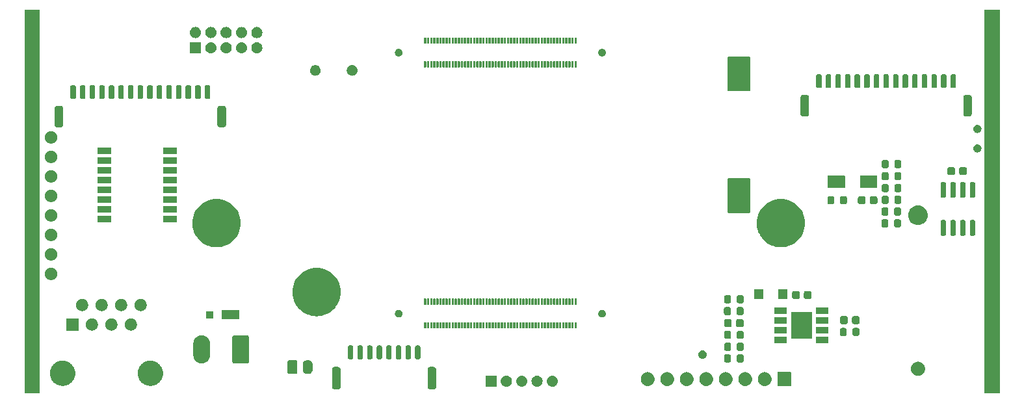
<source format=gts>
G04 #@! TF.GenerationSoftware,KiCad,Pcbnew,8.0.0-rc1*
G04 #@! TF.CreationDate,2024-01-27T15:59:42+03:00*
G04 #@! TF.ProjectId,RP2040_minimal,52503230-3430-45f6-9d69-6e696d616c2e,REV1*
G04 #@! TF.SameCoordinates,Original*
G04 #@! TF.FileFunction,Soldermask,Top*
G04 #@! TF.FilePolarity,Negative*
%FSLAX46Y46*%
G04 Gerber Fmt 4.6, Leading zero omitted, Abs format (unit mm)*
G04 Created by KiCad (PCBNEW 8.0.0-rc1) date 2024-01-27 15:59:42*
%MOMM*%
%LPD*%
G01*
G04 APERTURE LIST*
G04 APERTURE END LIST*
G36*
X111063413Y-83105086D02*
G01*
X111067500Y-83114951D01*
X111067500Y-133097048D01*
X111063413Y-133106913D01*
X111053549Y-133111000D01*
X109071451Y-133111000D01*
X109061586Y-133106913D01*
X109057500Y-133097048D01*
X109057500Y-83114951D01*
X109061586Y-83105086D01*
X109071451Y-83101000D01*
X111053549Y-83101000D01*
X111063413Y-83105086D01*
G37*
G36*
X236063413Y-83105086D02*
G01*
X236067500Y-83114951D01*
X236067500Y-133097048D01*
X236063413Y-133106913D01*
X236053549Y-133111000D01*
X234071451Y-133111000D01*
X234061586Y-133106913D01*
X234057500Y-133097048D01*
X234057500Y-83114951D01*
X234061586Y-83105086D01*
X234071451Y-83101000D01*
X236053549Y-83101000D01*
X236063413Y-83105086D01*
G37*
G36*
X150001414Y-129662995D02*
G01*
X150006145Y-129665084D01*
X150009311Y-129665501D01*
X150048942Y-129683981D01*
X150102606Y-129707676D01*
X150180824Y-129785894D01*
X150204528Y-129839579D01*
X150222998Y-129879188D01*
X150223414Y-129882351D01*
X150225505Y-129887086D01*
X150233500Y-129956000D01*
X150233500Y-132256000D01*
X150225505Y-132324914D01*
X150223414Y-132329648D01*
X150222998Y-132332811D01*
X150204536Y-132372402D01*
X150180824Y-132426106D01*
X150102606Y-132504324D01*
X150048902Y-132528036D01*
X150009311Y-132546498D01*
X150006148Y-132546914D01*
X150001414Y-132549005D01*
X149932500Y-132557000D01*
X149432500Y-132557000D01*
X149363586Y-132549005D01*
X149358851Y-132546914D01*
X149355688Y-132546498D01*
X149316079Y-132528028D01*
X149262394Y-132504324D01*
X149184176Y-132426106D01*
X149160481Y-132372442D01*
X149142001Y-132332811D01*
X149141584Y-132329645D01*
X149139495Y-132324914D01*
X149131500Y-132256000D01*
X149131500Y-129956000D01*
X149139495Y-129887086D01*
X149141584Y-129882354D01*
X149142001Y-129879188D01*
X149160489Y-129839538D01*
X149184176Y-129785894D01*
X149262394Y-129707676D01*
X149316038Y-129683989D01*
X149355688Y-129665501D01*
X149358854Y-129665084D01*
X149363586Y-129662995D01*
X149432500Y-129655000D01*
X149932500Y-129655000D01*
X150001414Y-129662995D01*
G37*
G36*
X162451414Y-129662995D02*
G01*
X162456145Y-129665084D01*
X162459311Y-129665501D01*
X162498942Y-129683981D01*
X162552606Y-129707676D01*
X162630824Y-129785894D01*
X162654528Y-129839579D01*
X162672998Y-129879188D01*
X162673414Y-129882351D01*
X162675505Y-129887086D01*
X162683500Y-129956000D01*
X162683500Y-132256000D01*
X162675505Y-132324914D01*
X162673414Y-132329648D01*
X162672998Y-132332811D01*
X162654536Y-132372402D01*
X162630824Y-132426106D01*
X162552606Y-132504324D01*
X162498902Y-132528036D01*
X162459311Y-132546498D01*
X162456148Y-132546914D01*
X162451414Y-132549005D01*
X162382500Y-132557000D01*
X161882500Y-132557000D01*
X161813586Y-132549005D01*
X161808851Y-132546914D01*
X161805688Y-132546498D01*
X161766079Y-132528028D01*
X161712394Y-132504324D01*
X161634176Y-132426106D01*
X161610481Y-132372442D01*
X161592001Y-132332811D01*
X161591584Y-132329645D01*
X161589495Y-132324914D01*
X161581500Y-132256000D01*
X161581500Y-129956000D01*
X161589495Y-129887086D01*
X161591584Y-129882354D01*
X161592001Y-129879188D01*
X161610489Y-129839538D01*
X161634176Y-129785894D01*
X161712394Y-129707676D01*
X161766038Y-129683989D01*
X161805688Y-129665501D01*
X161808854Y-129665084D01*
X161813586Y-129662995D01*
X161882500Y-129655000D01*
X162382500Y-129655000D01*
X162451414Y-129662995D01*
G37*
G36*
X170517017Y-130783882D02*
G01*
X170533562Y-130794938D01*
X170544618Y-130811483D01*
X170548500Y-130831000D01*
X170548500Y-132181000D01*
X170544618Y-132200517D01*
X170533562Y-132217062D01*
X170517017Y-132228118D01*
X170497500Y-132232000D01*
X169147500Y-132232000D01*
X169127983Y-132228118D01*
X169111438Y-132217062D01*
X169100382Y-132200517D01*
X169096500Y-132181000D01*
X169096500Y-130831000D01*
X169100382Y-130811483D01*
X169111438Y-130794938D01*
X169127983Y-130783882D01*
X169147500Y-130780000D01*
X170497500Y-130780000D01*
X170517017Y-130783882D01*
G37*
G36*
X171984050Y-130798202D02*
G01*
X172137500Y-130851897D01*
X172275154Y-130938390D01*
X172390110Y-131053346D01*
X172476603Y-131191000D01*
X172530298Y-131344450D01*
X172548500Y-131506000D01*
X172530298Y-131667550D01*
X172476603Y-131821000D01*
X172390110Y-131958654D01*
X172275154Y-132073610D01*
X172137500Y-132160103D01*
X171984050Y-132213798D01*
X171822500Y-132232000D01*
X171660950Y-132213798D01*
X171507500Y-132160103D01*
X171369846Y-132073610D01*
X171254890Y-131958654D01*
X171168397Y-131821000D01*
X171114702Y-131667550D01*
X171096500Y-131506000D01*
X171114702Y-131344450D01*
X171168397Y-131191000D01*
X171254890Y-131053346D01*
X171369846Y-130938390D01*
X171507500Y-130851897D01*
X171660950Y-130798202D01*
X171822500Y-130780000D01*
X171984050Y-130798202D01*
G37*
G36*
X173984050Y-130798202D02*
G01*
X174137500Y-130851897D01*
X174275154Y-130938390D01*
X174390110Y-131053346D01*
X174476603Y-131191000D01*
X174530298Y-131344450D01*
X174548500Y-131506000D01*
X174530298Y-131667550D01*
X174476603Y-131821000D01*
X174390110Y-131958654D01*
X174275154Y-132073610D01*
X174137500Y-132160103D01*
X173984050Y-132213798D01*
X173822500Y-132232000D01*
X173660950Y-132213798D01*
X173507500Y-132160103D01*
X173369846Y-132073610D01*
X173254890Y-131958654D01*
X173168397Y-131821000D01*
X173114702Y-131667550D01*
X173096500Y-131506000D01*
X173114702Y-131344450D01*
X173168397Y-131191000D01*
X173254890Y-131053346D01*
X173369846Y-130938390D01*
X173507500Y-130851897D01*
X173660950Y-130798202D01*
X173822500Y-130780000D01*
X173984050Y-130798202D01*
G37*
G36*
X175984050Y-130798202D02*
G01*
X176137500Y-130851897D01*
X176275154Y-130938390D01*
X176390110Y-131053346D01*
X176476603Y-131191000D01*
X176530298Y-131344450D01*
X176548500Y-131506000D01*
X176530298Y-131667550D01*
X176476603Y-131821000D01*
X176390110Y-131958654D01*
X176275154Y-132073610D01*
X176137500Y-132160103D01*
X175984050Y-132213798D01*
X175822500Y-132232000D01*
X175660950Y-132213798D01*
X175507500Y-132160103D01*
X175369846Y-132073610D01*
X175254890Y-131958654D01*
X175168397Y-131821000D01*
X175114702Y-131667550D01*
X175096500Y-131506000D01*
X175114702Y-131344450D01*
X175168397Y-131191000D01*
X175254890Y-131053346D01*
X175369846Y-130938390D01*
X175507500Y-130851897D01*
X175660950Y-130798202D01*
X175822500Y-130780000D01*
X175984050Y-130798202D01*
G37*
G36*
X177984050Y-130798202D02*
G01*
X178137500Y-130851897D01*
X178275154Y-130938390D01*
X178390110Y-131053346D01*
X178476603Y-131191000D01*
X178530298Y-131344450D01*
X178548500Y-131506000D01*
X178530298Y-131667550D01*
X178476603Y-131821000D01*
X178390110Y-131958654D01*
X178275154Y-132073610D01*
X178137500Y-132160103D01*
X177984050Y-132213798D01*
X177822500Y-132232000D01*
X177660950Y-132213798D01*
X177507500Y-132160103D01*
X177369846Y-132073610D01*
X177254890Y-131958654D01*
X177168397Y-131821000D01*
X177114702Y-131667550D01*
X177096500Y-131506000D01*
X177114702Y-131344450D01*
X177168397Y-131191000D01*
X177254890Y-131053346D01*
X177369846Y-130938390D01*
X177507500Y-130851897D01*
X177660950Y-130798202D01*
X177822500Y-130780000D01*
X177984050Y-130798202D01*
G37*
G36*
X208872017Y-130338882D02*
G01*
X208888562Y-130349938D01*
X208899618Y-130366483D01*
X208903500Y-130386000D01*
X208903500Y-132086000D01*
X208899618Y-132105517D01*
X208888562Y-132122062D01*
X208872017Y-132133118D01*
X208852500Y-132137000D01*
X207152500Y-132137000D01*
X207132983Y-132133118D01*
X207116438Y-132122062D01*
X207105382Y-132105517D01*
X207101500Y-132086000D01*
X207101500Y-130386000D01*
X207105382Y-130366483D01*
X207116438Y-130349938D01*
X207132983Y-130338882D01*
X207152500Y-130335000D01*
X208852500Y-130335000D01*
X208872017Y-130338882D01*
G37*
G36*
X190270413Y-130339936D02*
G01*
X190316680Y-130339936D01*
X190356629Y-130348427D01*
X190398233Y-130352525D01*
X190450498Y-130368379D01*
X190500924Y-130379098D01*
X190533194Y-130393465D01*
X190567212Y-130403785D01*
X190621267Y-130432678D01*
X190673000Y-130455711D01*
X190697051Y-130473185D01*
X190722947Y-130487027D01*
X190775771Y-130530378D01*
X190825387Y-130566427D01*
X190841496Y-130584318D01*
X190859448Y-130599051D01*
X190907688Y-130657831D01*
X190951424Y-130706405D01*
X190960611Y-130722319D01*
X190971472Y-130735552D01*
X191011649Y-130810719D01*
X191045604Y-130869530D01*
X191049509Y-130881550D01*
X191054714Y-130891287D01*
X191083413Y-130985896D01*
X191103811Y-131048672D01*
X191104528Y-131055502D01*
X191105974Y-131060266D01*
X191120036Y-131203042D01*
X191123500Y-131236000D01*
X191120035Y-131268959D01*
X191105974Y-131411733D01*
X191104529Y-131416496D01*
X191103811Y-131423328D01*
X191083409Y-131486117D01*
X191054714Y-131580712D01*
X191049510Y-131590447D01*
X191045604Y-131602470D01*
X191011642Y-131661293D01*
X190971472Y-131736447D01*
X190960613Y-131749677D01*
X190951424Y-131765595D01*
X190907678Y-131814178D01*
X190859448Y-131872948D01*
X190841500Y-131887677D01*
X190825387Y-131905573D01*
X190775760Y-131941628D01*
X190722947Y-131984972D01*
X190697057Y-131998810D01*
X190673000Y-132016289D01*
X190621256Y-132039326D01*
X190567212Y-132068214D01*
X190533201Y-132078531D01*
X190500924Y-132092902D01*
X190450487Y-132103622D01*
X190398233Y-132119474D01*
X190356638Y-132123570D01*
X190316680Y-132132064D01*
X190270403Y-132132064D01*
X190222500Y-132136782D01*
X190174597Y-132132064D01*
X190128320Y-132132064D01*
X190088362Y-132123570D01*
X190046766Y-132119474D01*
X189994509Y-132103621D01*
X189944076Y-132092902D01*
X189911800Y-132078532D01*
X189877787Y-132068214D01*
X189823737Y-132039323D01*
X189772000Y-132016289D01*
X189747945Y-131998812D01*
X189722052Y-131984972D01*
X189669230Y-131941622D01*
X189619613Y-131905573D01*
X189603502Y-131887680D01*
X189585551Y-131872948D01*
X189537309Y-131814166D01*
X189493576Y-131765595D01*
X189484388Y-131749681D01*
X189473527Y-131736447D01*
X189433344Y-131661269D01*
X189399396Y-131602470D01*
X189395491Y-131590451D01*
X189390285Y-131580712D01*
X189361575Y-131486071D01*
X189341189Y-131423328D01*
X189340471Y-131416501D01*
X189339025Y-131411733D01*
X189324948Y-131268808D01*
X189321500Y-131236000D01*
X189324948Y-131203194D01*
X189339025Y-131060266D01*
X189340471Y-131055497D01*
X189341189Y-131048672D01*
X189361571Y-130985942D01*
X189390285Y-130891287D01*
X189395491Y-130881545D01*
X189399396Y-130869530D01*
X189433336Y-130810742D01*
X189473527Y-130735552D01*
X189484390Y-130722314D01*
X189493576Y-130706405D01*
X189537300Y-130657843D01*
X189585551Y-130599051D01*
X189603505Y-130584315D01*
X189619613Y-130566427D01*
X189669220Y-130530385D01*
X189722052Y-130487027D01*
X189747950Y-130473183D01*
X189772000Y-130455711D01*
X189823726Y-130432681D01*
X189877787Y-130403785D01*
X189911807Y-130393464D01*
X189944076Y-130379098D01*
X189994498Y-130368380D01*
X190046766Y-130352525D01*
X190088371Y-130348427D01*
X190128320Y-130339936D01*
X190174586Y-130339936D01*
X190222500Y-130335217D01*
X190270413Y-130339936D01*
G37*
G36*
X192810413Y-130339936D02*
G01*
X192856680Y-130339936D01*
X192896629Y-130348427D01*
X192938233Y-130352525D01*
X192990498Y-130368379D01*
X193040924Y-130379098D01*
X193073194Y-130393465D01*
X193107212Y-130403785D01*
X193161267Y-130432678D01*
X193213000Y-130455711D01*
X193237051Y-130473185D01*
X193262947Y-130487027D01*
X193315771Y-130530378D01*
X193365387Y-130566427D01*
X193381496Y-130584318D01*
X193399448Y-130599051D01*
X193447688Y-130657831D01*
X193491424Y-130706405D01*
X193500611Y-130722319D01*
X193511472Y-130735552D01*
X193551649Y-130810719D01*
X193585604Y-130869530D01*
X193589509Y-130881550D01*
X193594714Y-130891287D01*
X193623413Y-130985896D01*
X193643811Y-131048672D01*
X193644528Y-131055502D01*
X193645974Y-131060266D01*
X193660036Y-131203042D01*
X193663500Y-131236000D01*
X193660035Y-131268959D01*
X193645974Y-131411733D01*
X193644529Y-131416496D01*
X193643811Y-131423328D01*
X193623409Y-131486117D01*
X193594714Y-131580712D01*
X193589510Y-131590447D01*
X193585604Y-131602470D01*
X193551642Y-131661293D01*
X193511472Y-131736447D01*
X193500613Y-131749677D01*
X193491424Y-131765595D01*
X193447678Y-131814178D01*
X193399448Y-131872948D01*
X193381500Y-131887677D01*
X193365387Y-131905573D01*
X193315760Y-131941628D01*
X193262947Y-131984972D01*
X193237057Y-131998810D01*
X193213000Y-132016289D01*
X193161256Y-132039326D01*
X193107212Y-132068214D01*
X193073201Y-132078531D01*
X193040924Y-132092902D01*
X192990487Y-132103622D01*
X192938233Y-132119474D01*
X192896638Y-132123570D01*
X192856680Y-132132064D01*
X192810403Y-132132064D01*
X192762500Y-132136782D01*
X192714597Y-132132064D01*
X192668320Y-132132064D01*
X192628362Y-132123570D01*
X192586766Y-132119474D01*
X192534509Y-132103621D01*
X192484076Y-132092902D01*
X192451800Y-132078532D01*
X192417787Y-132068214D01*
X192363737Y-132039323D01*
X192312000Y-132016289D01*
X192287945Y-131998812D01*
X192262052Y-131984972D01*
X192209230Y-131941622D01*
X192159613Y-131905573D01*
X192143502Y-131887680D01*
X192125551Y-131872948D01*
X192077309Y-131814166D01*
X192033576Y-131765595D01*
X192024388Y-131749681D01*
X192013527Y-131736447D01*
X191973344Y-131661269D01*
X191939396Y-131602470D01*
X191935491Y-131590451D01*
X191930285Y-131580712D01*
X191901575Y-131486071D01*
X191881189Y-131423328D01*
X191880471Y-131416501D01*
X191879025Y-131411733D01*
X191864948Y-131268808D01*
X191861500Y-131236000D01*
X191864948Y-131203194D01*
X191879025Y-131060266D01*
X191880471Y-131055497D01*
X191881189Y-131048672D01*
X191901571Y-130985942D01*
X191930285Y-130891287D01*
X191935491Y-130881545D01*
X191939396Y-130869530D01*
X191973336Y-130810742D01*
X192013527Y-130735552D01*
X192024390Y-130722314D01*
X192033576Y-130706405D01*
X192077300Y-130657843D01*
X192125551Y-130599051D01*
X192143505Y-130584315D01*
X192159613Y-130566427D01*
X192209220Y-130530385D01*
X192262052Y-130487027D01*
X192287950Y-130473183D01*
X192312000Y-130455711D01*
X192363726Y-130432681D01*
X192417787Y-130403785D01*
X192451807Y-130393464D01*
X192484076Y-130379098D01*
X192534498Y-130368380D01*
X192586766Y-130352525D01*
X192628371Y-130348427D01*
X192668320Y-130339936D01*
X192714586Y-130339936D01*
X192762500Y-130335217D01*
X192810413Y-130339936D01*
G37*
G36*
X195350413Y-130339936D02*
G01*
X195396680Y-130339936D01*
X195436629Y-130348427D01*
X195478233Y-130352525D01*
X195530498Y-130368379D01*
X195580924Y-130379098D01*
X195613194Y-130393465D01*
X195647212Y-130403785D01*
X195701267Y-130432678D01*
X195753000Y-130455711D01*
X195777051Y-130473185D01*
X195802947Y-130487027D01*
X195855771Y-130530378D01*
X195905387Y-130566427D01*
X195921496Y-130584318D01*
X195939448Y-130599051D01*
X195987688Y-130657831D01*
X196031424Y-130706405D01*
X196040611Y-130722319D01*
X196051472Y-130735552D01*
X196091649Y-130810719D01*
X196125604Y-130869530D01*
X196129509Y-130881550D01*
X196134714Y-130891287D01*
X196163413Y-130985896D01*
X196183811Y-131048672D01*
X196184528Y-131055502D01*
X196185974Y-131060266D01*
X196200036Y-131203042D01*
X196203500Y-131236000D01*
X196200035Y-131268959D01*
X196185974Y-131411733D01*
X196184529Y-131416496D01*
X196183811Y-131423328D01*
X196163409Y-131486117D01*
X196134714Y-131580712D01*
X196129510Y-131590447D01*
X196125604Y-131602470D01*
X196091642Y-131661293D01*
X196051472Y-131736447D01*
X196040613Y-131749677D01*
X196031424Y-131765595D01*
X195987678Y-131814178D01*
X195939448Y-131872948D01*
X195921500Y-131887677D01*
X195905387Y-131905573D01*
X195855760Y-131941628D01*
X195802947Y-131984972D01*
X195777057Y-131998810D01*
X195753000Y-132016289D01*
X195701256Y-132039326D01*
X195647212Y-132068214D01*
X195613201Y-132078531D01*
X195580924Y-132092902D01*
X195530487Y-132103622D01*
X195478233Y-132119474D01*
X195436638Y-132123570D01*
X195396680Y-132132064D01*
X195350403Y-132132064D01*
X195302500Y-132136782D01*
X195254597Y-132132064D01*
X195208320Y-132132064D01*
X195168362Y-132123570D01*
X195126766Y-132119474D01*
X195074509Y-132103621D01*
X195024076Y-132092902D01*
X194991800Y-132078532D01*
X194957787Y-132068214D01*
X194903737Y-132039323D01*
X194852000Y-132016289D01*
X194827945Y-131998812D01*
X194802052Y-131984972D01*
X194749230Y-131941622D01*
X194699613Y-131905573D01*
X194683502Y-131887680D01*
X194665551Y-131872948D01*
X194617309Y-131814166D01*
X194573576Y-131765595D01*
X194564388Y-131749681D01*
X194553527Y-131736447D01*
X194513344Y-131661269D01*
X194479396Y-131602470D01*
X194475491Y-131590451D01*
X194470285Y-131580712D01*
X194441575Y-131486071D01*
X194421189Y-131423328D01*
X194420471Y-131416501D01*
X194419025Y-131411733D01*
X194404948Y-131268808D01*
X194401500Y-131236000D01*
X194404948Y-131203194D01*
X194419025Y-131060266D01*
X194420471Y-131055497D01*
X194421189Y-131048672D01*
X194441571Y-130985942D01*
X194470285Y-130891287D01*
X194475491Y-130881545D01*
X194479396Y-130869530D01*
X194513336Y-130810742D01*
X194553527Y-130735552D01*
X194564390Y-130722314D01*
X194573576Y-130706405D01*
X194617300Y-130657843D01*
X194665551Y-130599051D01*
X194683505Y-130584315D01*
X194699613Y-130566427D01*
X194749220Y-130530385D01*
X194802052Y-130487027D01*
X194827950Y-130473183D01*
X194852000Y-130455711D01*
X194903726Y-130432681D01*
X194957787Y-130403785D01*
X194991807Y-130393464D01*
X195024076Y-130379098D01*
X195074498Y-130368380D01*
X195126766Y-130352525D01*
X195168371Y-130348427D01*
X195208320Y-130339936D01*
X195254586Y-130339936D01*
X195302500Y-130335217D01*
X195350413Y-130339936D01*
G37*
G36*
X197890413Y-130339936D02*
G01*
X197936680Y-130339936D01*
X197976629Y-130348427D01*
X198018233Y-130352525D01*
X198070498Y-130368379D01*
X198120924Y-130379098D01*
X198153194Y-130393465D01*
X198187212Y-130403785D01*
X198241267Y-130432678D01*
X198293000Y-130455711D01*
X198317051Y-130473185D01*
X198342947Y-130487027D01*
X198395771Y-130530378D01*
X198445387Y-130566427D01*
X198461496Y-130584318D01*
X198479448Y-130599051D01*
X198527688Y-130657831D01*
X198571424Y-130706405D01*
X198580611Y-130722319D01*
X198591472Y-130735552D01*
X198631649Y-130810719D01*
X198665604Y-130869530D01*
X198669509Y-130881550D01*
X198674714Y-130891287D01*
X198703413Y-130985896D01*
X198723811Y-131048672D01*
X198724528Y-131055502D01*
X198725974Y-131060266D01*
X198740036Y-131203042D01*
X198743500Y-131236000D01*
X198740035Y-131268959D01*
X198725974Y-131411733D01*
X198724529Y-131416496D01*
X198723811Y-131423328D01*
X198703409Y-131486117D01*
X198674714Y-131580712D01*
X198669510Y-131590447D01*
X198665604Y-131602470D01*
X198631642Y-131661293D01*
X198591472Y-131736447D01*
X198580613Y-131749677D01*
X198571424Y-131765595D01*
X198527678Y-131814178D01*
X198479448Y-131872948D01*
X198461500Y-131887677D01*
X198445387Y-131905573D01*
X198395760Y-131941628D01*
X198342947Y-131984972D01*
X198317057Y-131998810D01*
X198293000Y-132016289D01*
X198241256Y-132039326D01*
X198187212Y-132068214D01*
X198153201Y-132078531D01*
X198120924Y-132092902D01*
X198070487Y-132103622D01*
X198018233Y-132119474D01*
X197976638Y-132123570D01*
X197936680Y-132132064D01*
X197890403Y-132132064D01*
X197842500Y-132136782D01*
X197794597Y-132132064D01*
X197748320Y-132132064D01*
X197708362Y-132123570D01*
X197666766Y-132119474D01*
X197614509Y-132103621D01*
X197564076Y-132092902D01*
X197531800Y-132078532D01*
X197497787Y-132068214D01*
X197443737Y-132039323D01*
X197392000Y-132016289D01*
X197367945Y-131998812D01*
X197342052Y-131984972D01*
X197289230Y-131941622D01*
X197239613Y-131905573D01*
X197223502Y-131887680D01*
X197205551Y-131872948D01*
X197157309Y-131814166D01*
X197113576Y-131765595D01*
X197104388Y-131749681D01*
X197093527Y-131736447D01*
X197053344Y-131661269D01*
X197019396Y-131602470D01*
X197015491Y-131590451D01*
X197010285Y-131580712D01*
X196981575Y-131486071D01*
X196961189Y-131423328D01*
X196960471Y-131416501D01*
X196959025Y-131411733D01*
X196944948Y-131268808D01*
X196941500Y-131236000D01*
X196944948Y-131203194D01*
X196959025Y-131060266D01*
X196960471Y-131055497D01*
X196961189Y-131048672D01*
X196981571Y-130985942D01*
X197010285Y-130891287D01*
X197015491Y-130881545D01*
X197019396Y-130869530D01*
X197053336Y-130810742D01*
X197093527Y-130735552D01*
X197104390Y-130722314D01*
X197113576Y-130706405D01*
X197157300Y-130657843D01*
X197205551Y-130599051D01*
X197223505Y-130584315D01*
X197239613Y-130566427D01*
X197289220Y-130530385D01*
X197342052Y-130487027D01*
X197367950Y-130473183D01*
X197392000Y-130455711D01*
X197443726Y-130432681D01*
X197497787Y-130403785D01*
X197531807Y-130393464D01*
X197564076Y-130379098D01*
X197614498Y-130368380D01*
X197666766Y-130352525D01*
X197708371Y-130348427D01*
X197748320Y-130339936D01*
X197794586Y-130339936D01*
X197842500Y-130335217D01*
X197890413Y-130339936D01*
G37*
G36*
X200430413Y-130339936D02*
G01*
X200476680Y-130339936D01*
X200516629Y-130348427D01*
X200558233Y-130352525D01*
X200610498Y-130368379D01*
X200660924Y-130379098D01*
X200693194Y-130393465D01*
X200727212Y-130403785D01*
X200781267Y-130432678D01*
X200833000Y-130455711D01*
X200857051Y-130473185D01*
X200882947Y-130487027D01*
X200935771Y-130530378D01*
X200985387Y-130566427D01*
X201001496Y-130584318D01*
X201019448Y-130599051D01*
X201067688Y-130657831D01*
X201111424Y-130706405D01*
X201120611Y-130722319D01*
X201131472Y-130735552D01*
X201171649Y-130810719D01*
X201205604Y-130869530D01*
X201209509Y-130881550D01*
X201214714Y-130891287D01*
X201243413Y-130985896D01*
X201263811Y-131048672D01*
X201264528Y-131055502D01*
X201265974Y-131060266D01*
X201280036Y-131203042D01*
X201283500Y-131236000D01*
X201280035Y-131268959D01*
X201265974Y-131411733D01*
X201264529Y-131416496D01*
X201263811Y-131423328D01*
X201243409Y-131486117D01*
X201214714Y-131580712D01*
X201209510Y-131590447D01*
X201205604Y-131602470D01*
X201171642Y-131661293D01*
X201131472Y-131736447D01*
X201120613Y-131749677D01*
X201111424Y-131765595D01*
X201067678Y-131814178D01*
X201019448Y-131872948D01*
X201001500Y-131887677D01*
X200985387Y-131905573D01*
X200935760Y-131941628D01*
X200882947Y-131984972D01*
X200857057Y-131998810D01*
X200833000Y-132016289D01*
X200781256Y-132039326D01*
X200727212Y-132068214D01*
X200693201Y-132078531D01*
X200660924Y-132092902D01*
X200610487Y-132103622D01*
X200558233Y-132119474D01*
X200516638Y-132123570D01*
X200476680Y-132132064D01*
X200430403Y-132132064D01*
X200382500Y-132136782D01*
X200334597Y-132132064D01*
X200288320Y-132132064D01*
X200248362Y-132123570D01*
X200206766Y-132119474D01*
X200154509Y-132103621D01*
X200104076Y-132092902D01*
X200071800Y-132078532D01*
X200037787Y-132068214D01*
X199983737Y-132039323D01*
X199932000Y-132016289D01*
X199907945Y-131998812D01*
X199882052Y-131984972D01*
X199829230Y-131941622D01*
X199779613Y-131905573D01*
X199763502Y-131887680D01*
X199745551Y-131872948D01*
X199697309Y-131814166D01*
X199653576Y-131765595D01*
X199644388Y-131749681D01*
X199633527Y-131736447D01*
X199593344Y-131661269D01*
X199559396Y-131602470D01*
X199555491Y-131590451D01*
X199550285Y-131580712D01*
X199521575Y-131486071D01*
X199501189Y-131423328D01*
X199500471Y-131416501D01*
X199499025Y-131411733D01*
X199484948Y-131268808D01*
X199481500Y-131236000D01*
X199484948Y-131203194D01*
X199499025Y-131060266D01*
X199500471Y-131055497D01*
X199501189Y-131048672D01*
X199521571Y-130985942D01*
X199550285Y-130891287D01*
X199555491Y-130881545D01*
X199559396Y-130869530D01*
X199593336Y-130810742D01*
X199633527Y-130735552D01*
X199644390Y-130722314D01*
X199653576Y-130706405D01*
X199697300Y-130657843D01*
X199745551Y-130599051D01*
X199763505Y-130584315D01*
X199779613Y-130566427D01*
X199829220Y-130530385D01*
X199882052Y-130487027D01*
X199907950Y-130473183D01*
X199932000Y-130455711D01*
X199983726Y-130432681D01*
X200037787Y-130403785D01*
X200071807Y-130393464D01*
X200104076Y-130379098D01*
X200154498Y-130368380D01*
X200206766Y-130352525D01*
X200248371Y-130348427D01*
X200288320Y-130339936D01*
X200334586Y-130339936D01*
X200382500Y-130335217D01*
X200430413Y-130339936D01*
G37*
G36*
X202970413Y-130339936D02*
G01*
X203016680Y-130339936D01*
X203056629Y-130348427D01*
X203098233Y-130352525D01*
X203150498Y-130368379D01*
X203200924Y-130379098D01*
X203233194Y-130393465D01*
X203267212Y-130403785D01*
X203321267Y-130432678D01*
X203373000Y-130455711D01*
X203397051Y-130473185D01*
X203422947Y-130487027D01*
X203475771Y-130530378D01*
X203525387Y-130566427D01*
X203541496Y-130584318D01*
X203559448Y-130599051D01*
X203607688Y-130657831D01*
X203651424Y-130706405D01*
X203660611Y-130722319D01*
X203671472Y-130735552D01*
X203711649Y-130810719D01*
X203745604Y-130869530D01*
X203749509Y-130881550D01*
X203754714Y-130891287D01*
X203783413Y-130985896D01*
X203803811Y-131048672D01*
X203804528Y-131055502D01*
X203805974Y-131060266D01*
X203820036Y-131203042D01*
X203823500Y-131236000D01*
X203820035Y-131268959D01*
X203805974Y-131411733D01*
X203804529Y-131416496D01*
X203803811Y-131423328D01*
X203783409Y-131486117D01*
X203754714Y-131580712D01*
X203749510Y-131590447D01*
X203745604Y-131602470D01*
X203711642Y-131661293D01*
X203671472Y-131736447D01*
X203660613Y-131749677D01*
X203651424Y-131765595D01*
X203607678Y-131814178D01*
X203559448Y-131872948D01*
X203541500Y-131887677D01*
X203525387Y-131905573D01*
X203475760Y-131941628D01*
X203422947Y-131984972D01*
X203397057Y-131998810D01*
X203373000Y-132016289D01*
X203321256Y-132039326D01*
X203267212Y-132068214D01*
X203233201Y-132078531D01*
X203200924Y-132092902D01*
X203150487Y-132103622D01*
X203098233Y-132119474D01*
X203056638Y-132123570D01*
X203016680Y-132132064D01*
X202970403Y-132132064D01*
X202922500Y-132136782D01*
X202874597Y-132132064D01*
X202828320Y-132132064D01*
X202788362Y-132123570D01*
X202746766Y-132119474D01*
X202694509Y-132103621D01*
X202644076Y-132092902D01*
X202611800Y-132078532D01*
X202577787Y-132068214D01*
X202523737Y-132039323D01*
X202472000Y-132016289D01*
X202447945Y-131998812D01*
X202422052Y-131984972D01*
X202369230Y-131941622D01*
X202319613Y-131905573D01*
X202303502Y-131887680D01*
X202285551Y-131872948D01*
X202237309Y-131814166D01*
X202193576Y-131765595D01*
X202184388Y-131749681D01*
X202173527Y-131736447D01*
X202133344Y-131661269D01*
X202099396Y-131602470D01*
X202095491Y-131590451D01*
X202090285Y-131580712D01*
X202061575Y-131486071D01*
X202041189Y-131423328D01*
X202040471Y-131416501D01*
X202039025Y-131411733D01*
X202024948Y-131268808D01*
X202021500Y-131236000D01*
X202024948Y-131203194D01*
X202039025Y-131060266D01*
X202040471Y-131055497D01*
X202041189Y-131048672D01*
X202061571Y-130985942D01*
X202090285Y-130891287D01*
X202095491Y-130881545D01*
X202099396Y-130869530D01*
X202133336Y-130810742D01*
X202173527Y-130735552D01*
X202184390Y-130722314D01*
X202193576Y-130706405D01*
X202237300Y-130657843D01*
X202285551Y-130599051D01*
X202303505Y-130584315D01*
X202319613Y-130566427D01*
X202369220Y-130530385D01*
X202422052Y-130487027D01*
X202447950Y-130473183D01*
X202472000Y-130455711D01*
X202523726Y-130432681D01*
X202577787Y-130403785D01*
X202611807Y-130393464D01*
X202644076Y-130379098D01*
X202694498Y-130368380D01*
X202746766Y-130352525D01*
X202788371Y-130348427D01*
X202828320Y-130339936D01*
X202874586Y-130339936D01*
X202922500Y-130335217D01*
X202970413Y-130339936D01*
G37*
G36*
X205510413Y-130339936D02*
G01*
X205556680Y-130339936D01*
X205596629Y-130348427D01*
X205638233Y-130352525D01*
X205690498Y-130368379D01*
X205740924Y-130379098D01*
X205773194Y-130393465D01*
X205807212Y-130403785D01*
X205861267Y-130432678D01*
X205913000Y-130455711D01*
X205937051Y-130473185D01*
X205962947Y-130487027D01*
X206015771Y-130530378D01*
X206065387Y-130566427D01*
X206081496Y-130584318D01*
X206099448Y-130599051D01*
X206147688Y-130657831D01*
X206191424Y-130706405D01*
X206200611Y-130722319D01*
X206211472Y-130735552D01*
X206251649Y-130810719D01*
X206285604Y-130869530D01*
X206289509Y-130881550D01*
X206294714Y-130891287D01*
X206323413Y-130985896D01*
X206343811Y-131048672D01*
X206344528Y-131055502D01*
X206345974Y-131060266D01*
X206360036Y-131203042D01*
X206363500Y-131236000D01*
X206360035Y-131268959D01*
X206345974Y-131411733D01*
X206344529Y-131416496D01*
X206343811Y-131423328D01*
X206323409Y-131486117D01*
X206294714Y-131580712D01*
X206289510Y-131590447D01*
X206285604Y-131602470D01*
X206251642Y-131661293D01*
X206211472Y-131736447D01*
X206200613Y-131749677D01*
X206191424Y-131765595D01*
X206147678Y-131814178D01*
X206099448Y-131872948D01*
X206081500Y-131887677D01*
X206065387Y-131905573D01*
X206015760Y-131941628D01*
X205962947Y-131984972D01*
X205937057Y-131998810D01*
X205913000Y-132016289D01*
X205861256Y-132039326D01*
X205807212Y-132068214D01*
X205773201Y-132078531D01*
X205740924Y-132092902D01*
X205690487Y-132103622D01*
X205638233Y-132119474D01*
X205596638Y-132123570D01*
X205556680Y-132132064D01*
X205510403Y-132132064D01*
X205462500Y-132136782D01*
X205414597Y-132132064D01*
X205368320Y-132132064D01*
X205328362Y-132123570D01*
X205286766Y-132119474D01*
X205234509Y-132103621D01*
X205184076Y-132092902D01*
X205151800Y-132078532D01*
X205117787Y-132068214D01*
X205063737Y-132039323D01*
X205012000Y-132016289D01*
X204987945Y-131998812D01*
X204962052Y-131984972D01*
X204909230Y-131941622D01*
X204859613Y-131905573D01*
X204843502Y-131887680D01*
X204825551Y-131872948D01*
X204777309Y-131814166D01*
X204733576Y-131765595D01*
X204724388Y-131749681D01*
X204713527Y-131736447D01*
X204673344Y-131661269D01*
X204639396Y-131602470D01*
X204635491Y-131590451D01*
X204630285Y-131580712D01*
X204601575Y-131486071D01*
X204581189Y-131423328D01*
X204580471Y-131416501D01*
X204579025Y-131411733D01*
X204564948Y-131268808D01*
X204561500Y-131236000D01*
X204564948Y-131203194D01*
X204579025Y-131060266D01*
X204580471Y-131055497D01*
X204581189Y-131048672D01*
X204601571Y-130985942D01*
X204630285Y-130891287D01*
X204635491Y-130881545D01*
X204639396Y-130869530D01*
X204673336Y-130810742D01*
X204713527Y-130735552D01*
X204724390Y-130722314D01*
X204733576Y-130706405D01*
X204777300Y-130657843D01*
X204825551Y-130599051D01*
X204843505Y-130584315D01*
X204859613Y-130566427D01*
X204909220Y-130530385D01*
X204962052Y-130487027D01*
X204987950Y-130473183D01*
X205012000Y-130455711D01*
X205063726Y-130432681D01*
X205117787Y-130403785D01*
X205151807Y-130393464D01*
X205184076Y-130379098D01*
X205234498Y-130368380D01*
X205286766Y-130352525D01*
X205328371Y-130348427D01*
X205368320Y-130339936D01*
X205414586Y-130339936D01*
X205462500Y-130335217D01*
X205510413Y-130339936D01*
G37*
G36*
X114090251Y-128833742D02*
G01*
X114153372Y-128833742D01*
X114222350Y-128844138D01*
X114288273Y-128849327D01*
X114341406Y-128862083D01*
X114397349Y-128870515D01*
X114470447Y-128893063D01*
X114540187Y-128909806D01*
X114585284Y-128928485D01*
X114633132Y-128943245D01*
X114708248Y-128979419D01*
X114779538Y-129008948D01*
X114816131Y-129031372D01*
X114855437Y-129050301D01*
X114930200Y-129101274D01*
X115000433Y-129144313D01*
X115028557Y-129168333D01*
X115059302Y-129189295D01*
X115131089Y-129255904D01*
X115197433Y-129312567D01*
X115217579Y-129336155D01*
X115240176Y-129357122D01*
X115306241Y-129439965D01*
X115365687Y-129509567D01*
X115378760Y-129530901D01*
X115394017Y-129550032D01*
X115451550Y-129649683D01*
X115501052Y-129730462D01*
X115508323Y-129748016D01*
X115517385Y-129763712D01*
X115563615Y-129881504D01*
X115600194Y-129969813D01*
X115603217Y-129982408D01*
X115607529Y-129993393D01*
X115639815Y-130134850D01*
X115660673Y-130221727D01*
X115661214Y-130228601D01*
X115662435Y-130233951D01*
X115678346Y-130446288D01*
X115681000Y-130480000D01*
X115678346Y-130513714D01*
X115662435Y-130726048D01*
X115661214Y-130731396D01*
X115660673Y-130738273D01*
X115639811Y-130825168D01*
X115607529Y-130966606D01*
X115603218Y-130977588D01*
X115600194Y-130990187D01*
X115563608Y-131078513D01*
X115517385Y-131196287D01*
X115508324Y-131211979D01*
X115501052Y-131229538D01*
X115451540Y-131310333D01*
X115394017Y-131409967D01*
X115378763Y-131429094D01*
X115365687Y-131450433D01*
X115306229Y-131520048D01*
X115240176Y-131602877D01*
X115217583Y-131623839D01*
X115197433Y-131647433D01*
X115131076Y-131704107D01*
X115059302Y-131770704D01*
X115028563Y-131791661D01*
X115000433Y-131815687D01*
X114930186Y-131858734D01*
X114855437Y-131909698D01*
X114816138Y-131928622D01*
X114779538Y-131951052D01*
X114708233Y-131980587D01*
X114633132Y-132016754D01*
X114585293Y-132031510D01*
X114540187Y-132050194D01*
X114470432Y-132066940D01*
X114397349Y-132089484D01*
X114341414Y-132097914D01*
X114288273Y-132110673D01*
X114222346Y-132115861D01*
X114153372Y-132126258D01*
X114090251Y-132126258D01*
X114030000Y-132131000D01*
X113969749Y-132126258D01*
X113906628Y-132126258D01*
X113837652Y-132115861D01*
X113771727Y-132110673D01*
X113718586Y-132097915D01*
X113662650Y-132089484D01*
X113589562Y-132066939D01*
X113519813Y-132050194D01*
X113474709Y-132031511D01*
X113426867Y-132016754D01*
X113351761Y-131980585D01*
X113280462Y-131951052D01*
X113243861Y-131928623D01*
X113204563Y-131909698D01*
X113129810Y-131858732D01*
X113059567Y-131815687D01*
X113031440Y-131791664D01*
X113000697Y-131770704D01*
X112928911Y-131704096D01*
X112862567Y-131647433D01*
X112842420Y-131623844D01*
X112819823Y-131602877D01*
X112753755Y-131520030D01*
X112694313Y-131450433D01*
X112681240Y-131429099D01*
X112665982Y-131409967D01*
X112608442Y-131310304D01*
X112558948Y-131229538D01*
X112551677Y-131211985D01*
X112542614Y-131196287D01*
X112496372Y-131078467D01*
X112459806Y-130990187D01*
X112456782Y-130977595D01*
X112452470Y-130966606D01*
X112420168Y-130825083D01*
X112399327Y-130738273D01*
X112398786Y-130731403D01*
X112397564Y-130726048D01*
X112381632Y-130513448D01*
X112379000Y-130480000D01*
X112381632Y-130446553D01*
X112397564Y-130233951D01*
X112398786Y-130228595D01*
X112399327Y-130221727D01*
X112420163Y-130134935D01*
X112452470Y-129993393D01*
X112456783Y-129982402D01*
X112459806Y-129969813D01*
X112496365Y-129881550D01*
X112542614Y-129763712D01*
X112551679Y-129748010D01*
X112558948Y-129730462D01*
X112608432Y-129649711D01*
X112665982Y-129550032D01*
X112681242Y-129530895D01*
X112694313Y-129509567D01*
X112753743Y-129439983D01*
X112819823Y-129357122D01*
X112842424Y-129336150D01*
X112862567Y-129312567D01*
X112928897Y-129255915D01*
X113000697Y-129189295D01*
X113031446Y-129168330D01*
X113059567Y-129144313D01*
X113129795Y-129101276D01*
X113204563Y-129050301D01*
X113243869Y-129031372D01*
X113280462Y-129008948D01*
X113351746Y-128979421D01*
X113426867Y-128943245D01*
X113474718Y-128928484D01*
X113519813Y-128909806D01*
X113589547Y-128893064D01*
X113662650Y-128870515D01*
X113718594Y-128862082D01*
X113771727Y-128849327D01*
X113837648Y-128844138D01*
X113906628Y-128833742D01*
X113969749Y-128833742D01*
X114030000Y-128829000D01*
X114090251Y-128833742D01*
G37*
G36*
X125520251Y-128833742D02*
G01*
X125583372Y-128833742D01*
X125652350Y-128844138D01*
X125718273Y-128849327D01*
X125771406Y-128862083D01*
X125827349Y-128870515D01*
X125900447Y-128893063D01*
X125970187Y-128909806D01*
X126015284Y-128928485D01*
X126063132Y-128943245D01*
X126138248Y-128979419D01*
X126209538Y-129008948D01*
X126246131Y-129031372D01*
X126285437Y-129050301D01*
X126360200Y-129101274D01*
X126430433Y-129144313D01*
X126458557Y-129168333D01*
X126489302Y-129189295D01*
X126561089Y-129255904D01*
X126627433Y-129312567D01*
X126647579Y-129336155D01*
X126670176Y-129357122D01*
X126736241Y-129439965D01*
X126795687Y-129509567D01*
X126808760Y-129530901D01*
X126824017Y-129550032D01*
X126881550Y-129649683D01*
X126931052Y-129730462D01*
X126938323Y-129748016D01*
X126947385Y-129763712D01*
X126993615Y-129881504D01*
X127030194Y-129969813D01*
X127033217Y-129982408D01*
X127037529Y-129993393D01*
X127069815Y-130134850D01*
X127090673Y-130221727D01*
X127091214Y-130228601D01*
X127092435Y-130233951D01*
X127108346Y-130446288D01*
X127111000Y-130480000D01*
X127108346Y-130513714D01*
X127092435Y-130726048D01*
X127091214Y-130731396D01*
X127090673Y-130738273D01*
X127069811Y-130825168D01*
X127037529Y-130966606D01*
X127033218Y-130977588D01*
X127030194Y-130990187D01*
X126993608Y-131078513D01*
X126947385Y-131196287D01*
X126938324Y-131211979D01*
X126931052Y-131229538D01*
X126881540Y-131310333D01*
X126824017Y-131409967D01*
X126808763Y-131429094D01*
X126795687Y-131450433D01*
X126736229Y-131520048D01*
X126670176Y-131602877D01*
X126647583Y-131623839D01*
X126627433Y-131647433D01*
X126561076Y-131704107D01*
X126489302Y-131770704D01*
X126458563Y-131791661D01*
X126430433Y-131815687D01*
X126360186Y-131858734D01*
X126285437Y-131909698D01*
X126246138Y-131928622D01*
X126209538Y-131951052D01*
X126138233Y-131980587D01*
X126063132Y-132016754D01*
X126015293Y-132031510D01*
X125970187Y-132050194D01*
X125900432Y-132066940D01*
X125827349Y-132089484D01*
X125771414Y-132097914D01*
X125718273Y-132110673D01*
X125652346Y-132115861D01*
X125583372Y-132126258D01*
X125520251Y-132126258D01*
X125460000Y-132131000D01*
X125399749Y-132126258D01*
X125336628Y-132126258D01*
X125267652Y-132115861D01*
X125201727Y-132110673D01*
X125148586Y-132097915D01*
X125092650Y-132089484D01*
X125019562Y-132066939D01*
X124949813Y-132050194D01*
X124904709Y-132031511D01*
X124856867Y-132016754D01*
X124781761Y-131980585D01*
X124710462Y-131951052D01*
X124673861Y-131928623D01*
X124634563Y-131909698D01*
X124559810Y-131858732D01*
X124489567Y-131815687D01*
X124461440Y-131791664D01*
X124430697Y-131770704D01*
X124358911Y-131704096D01*
X124292567Y-131647433D01*
X124272420Y-131623844D01*
X124249823Y-131602877D01*
X124183755Y-131520030D01*
X124124313Y-131450433D01*
X124111240Y-131429099D01*
X124095982Y-131409967D01*
X124038442Y-131310304D01*
X123988948Y-131229538D01*
X123981677Y-131211985D01*
X123972614Y-131196287D01*
X123926372Y-131078467D01*
X123889806Y-130990187D01*
X123886782Y-130977595D01*
X123882470Y-130966606D01*
X123850168Y-130825083D01*
X123829327Y-130738273D01*
X123828786Y-130731403D01*
X123827564Y-130726048D01*
X123811632Y-130513448D01*
X123809000Y-130480000D01*
X123811632Y-130446553D01*
X123827564Y-130233951D01*
X123828786Y-130228595D01*
X123829327Y-130221727D01*
X123850163Y-130134935D01*
X123882470Y-129993393D01*
X123886783Y-129982402D01*
X123889806Y-129969813D01*
X123926365Y-129881550D01*
X123972614Y-129763712D01*
X123981679Y-129748010D01*
X123988948Y-129730462D01*
X124038432Y-129649711D01*
X124095982Y-129550032D01*
X124111242Y-129530895D01*
X124124313Y-129509567D01*
X124183743Y-129439983D01*
X124249823Y-129357122D01*
X124272424Y-129336150D01*
X124292567Y-129312567D01*
X124358897Y-129255915D01*
X124430697Y-129189295D01*
X124461446Y-129168330D01*
X124489567Y-129144313D01*
X124559795Y-129101276D01*
X124634563Y-129050301D01*
X124673869Y-129031372D01*
X124710462Y-129008948D01*
X124781746Y-128979421D01*
X124856867Y-128943245D01*
X124904718Y-128928484D01*
X124949813Y-128909806D01*
X125019547Y-128893064D01*
X125092650Y-128870515D01*
X125148594Y-128862082D01*
X125201727Y-128849327D01*
X125267648Y-128844138D01*
X125336628Y-128833742D01*
X125399749Y-128833742D01*
X125460000Y-128829000D01*
X125520251Y-128833742D01*
G37*
G36*
X225474415Y-128985073D02*
G01*
X225521902Y-128985073D01*
X225562903Y-128993788D01*
X225605720Y-128998005D01*
X225659513Y-129014323D01*
X225711259Y-129025322D01*
X225744373Y-129040065D01*
X225779388Y-129050687D01*
X225835023Y-129080424D01*
X225888109Y-129104060D01*
X225912793Y-129121994D01*
X225939445Y-129136240D01*
X225993814Y-129180860D01*
X226044724Y-129217848D01*
X226061252Y-129236205D01*
X226079735Y-129251373D01*
X226129400Y-129311891D01*
X226174259Y-129361711D01*
X226183683Y-129378034D01*
X226194868Y-129391663D01*
X226236252Y-129469087D01*
X226271052Y-129529362D01*
X226275054Y-129541679D01*
X226280421Y-129551720D01*
X226310012Y-129649268D01*
X226330874Y-129713474D01*
X226331608Y-129720460D01*
X226333103Y-129725388D01*
X226347645Y-129873046D01*
X226351109Y-129906000D01*
X226347645Y-129938956D01*
X226333103Y-130086611D01*
X226331608Y-130091537D01*
X226330874Y-130098526D01*
X226310007Y-130162745D01*
X226280421Y-130260279D01*
X226275055Y-130270317D01*
X226271052Y-130282638D01*
X226236245Y-130342925D01*
X226194868Y-130420336D01*
X226183685Y-130433962D01*
X226174259Y-130450289D01*
X226129391Y-130500119D01*
X226079735Y-130560626D01*
X226061256Y-130575791D01*
X226044724Y-130594152D01*
X225993804Y-130631147D01*
X225939445Y-130675759D01*
X225912798Y-130690002D01*
X225888109Y-130707940D01*
X225835011Y-130731580D01*
X225779388Y-130761312D01*
X225744380Y-130771931D01*
X225711259Y-130786678D01*
X225659502Y-130797679D01*
X225605720Y-130813994D01*
X225562912Y-130818210D01*
X225521902Y-130826927D01*
X225474404Y-130826927D01*
X225425109Y-130831782D01*
X225375813Y-130826927D01*
X225328316Y-130826927D01*
X225287306Y-130818210D01*
X225244497Y-130813994D01*
X225190712Y-130797678D01*
X225138959Y-130786678D01*
X225105839Y-130771932D01*
X225070829Y-130761312D01*
X225015200Y-130731577D01*
X224962109Y-130707940D01*
X224937422Y-130690004D01*
X224910772Y-130675759D01*
X224856405Y-130631141D01*
X224805494Y-130594152D01*
X224788964Y-130575794D01*
X224770482Y-130560626D01*
X224720814Y-130500106D01*
X224675959Y-130450289D01*
X224666535Y-130433966D01*
X224655349Y-130420336D01*
X224613959Y-130342901D01*
X224579166Y-130282638D01*
X224575164Y-130270322D01*
X224569796Y-130260279D01*
X224540195Y-130162699D01*
X224519344Y-130098526D01*
X224518610Y-130091542D01*
X224517114Y-130086611D01*
X224502556Y-129938805D01*
X224499109Y-129906000D01*
X224502556Y-129873197D01*
X224517114Y-129725388D01*
X224518610Y-129720455D01*
X224519344Y-129713474D01*
X224540190Y-129649314D01*
X224569796Y-129551720D01*
X224575165Y-129541674D01*
X224579166Y-129529362D01*
X224613951Y-129469110D01*
X224655349Y-129391663D01*
X224666537Y-129378030D01*
X224675959Y-129361711D01*
X224720805Y-129311903D01*
X224770482Y-129251373D01*
X224788968Y-129236201D01*
X224805494Y-129217848D01*
X224856394Y-129180866D01*
X224910772Y-129136240D01*
X224937427Y-129121992D01*
X224962109Y-129104060D01*
X225015188Y-129080427D01*
X225070829Y-129050687D01*
X225105846Y-129040064D01*
X225138959Y-129025322D01*
X225190701Y-129014323D01*
X225244497Y-128998005D01*
X225287315Y-128993787D01*
X225328316Y-128985073D01*
X225375803Y-128985073D01*
X225425109Y-128980217D01*
X225474415Y-128985073D01*
G37*
G36*
X144371414Y-128747995D02*
G01*
X144376145Y-128750084D01*
X144379311Y-128750501D01*
X144418942Y-128768981D01*
X144472606Y-128792676D01*
X144550824Y-128870894D01*
X144574528Y-128924579D01*
X144592998Y-128964188D01*
X144593414Y-128967351D01*
X144595505Y-128972086D01*
X144603500Y-129041000D01*
X144603500Y-130291000D01*
X144595505Y-130359914D01*
X144593414Y-130364648D01*
X144592998Y-130367811D01*
X144574536Y-130407402D01*
X144550824Y-130461106D01*
X144472606Y-130539324D01*
X144418902Y-130563036D01*
X144379311Y-130581498D01*
X144376148Y-130581914D01*
X144371414Y-130584005D01*
X144302500Y-130592000D01*
X143602500Y-130592000D01*
X143533586Y-130584005D01*
X143528851Y-130581914D01*
X143525688Y-130581498D01*
X143486079Y-130563028D01*
X143432394Y-130539324D01*
X143354176Y-130461106D01*
X143330481Y-130407442D01*
X143312001Y-130367811D01*
X143311584Y-130364645D01*
X143309495Y-130359914D01*
X143301500Y-130291000D01*
X143301500Y-129041000D01*
X143309495Y-128972086D01*
X143311584Y-128967354D01*
X143312001Y-128964188D01*
X143330489Y-128924538D01*
X143354176Y-128870894D01*
X143432394Y-128792676D01*
X143486038Y-128768989D01*
X143525688Y-128750501D01*
X143528854Y-128750084D01*
X143533586Y-128747995D01*
X143602500Y-128740000D01*
X144302500Y-128740000D01*
X144371414Y-128747995D01*
G37*
G36*
X146141475Y-128768032D02*
G01*
X146259379Y-128816869D01*
X146365490Y-128887770D01*
X146455730Y-128978010D01*
X146526631Y-129084121D01*
X146575468Y-129202025D01*
X146600365Y-129327191D01*
X146603500Y-129941000D01*
X146600365Y-130004809D01*
X146575468Y-130129975D01*
X146526631Y-130247879D01*
X146455730Y-130353990D01*
X146365490Y-130444230D01*
X146259379Y-130515131D01*
X146141475Y-130563968D01*
X146016309Y-130588865D01*
X145888691Y-130588865D01*
X145763525Y-130563968D01*
X145645621Y-130515131D01*
X145539510Y-130444230D01*
X145449270Y-130353990D01*
X145378369Y-130247879D01*
X145329532Y-130129975D01*
X145304635Y-130004809D01*
X145301500Y-129391000D01*
X145304635Y-129327191D01*
X145329532Y-129202025D01*
X145378369Y-129084121D01*
X145449270Y-128978010D01*
X145539510Y-128887770D01*
X145645621Y-128816869D01*
X145763525Y-128768032D01*
X145888691Y-128743135D01*
X146016309Y-128743135D01*
X146141475Y-128768032D01*
G37*
G36*
X138081415Y-125532995D02*
G01*
X138086146Y-125535084D01*
X138089312Y-125535501D01*
X138128944Y-125553981D01*
X138182606Y-125577676D01*
X138260824Y-125655894D01*
X138284528Y-125709577D01*
X138302998Y-125749187D01*
X138303414Y-125752350D01*
X138305505Y-125757085D01*
X138313499Y-125826000D01*
X138313499Y-125828940D01*
X138313500Y-125828948D01*
X138313500Y-127407054D01*
X138313500Y-128926001D01*
X138305505Y-128994915D01*
X138303414Y-128999649D01*
X138302998Y-129002812D01*
X138284536Y-129042403D01*
X138260824Y-129096106D01*
X138182606Y-129174324D01*
X138128903Y-129198036D01*
X138089312Y-129216498D01*
X138086149Y-129216914D01*
X138081415Y-129219005D01*
X138012500Y-129226999D01*
X138009558Y-129226999D01*
X138009551Y-129227000D01*
X136435449Y-129227000D01*
X136435448Y-129226999D01*
X136432499Y-129227000D01*
X136363585Y-129219005D01*
X136358850Y-129216914D01*
X136355687Y-129216498D01*
X136316077Y-129198028D01*
X136262394Y-129174324D01*
X136184176Y-129096106D01*
X136160481Y-129042444D01*
X136142001Y-129002812D01*
X136141584Y-128999646D01*
X136139495Y-128994915D01*
X136131501Y-128926000D01*
X136131500Y-128923058D01*
X136131500Y-128923051D01*
X136131500Y-125828948D01*
X136131500Y-125828947D01*
X136131500Y-125825999D01*
X136139495Y-125757085D01*
X136141584Y-125752353D01*
X136142001Y-125749187D01*
X136160489Y-125709537D01*
X136184176Y-125655894D01*
X136262394Y-125577676D01*
X136316037Y-125553989D01*
X136355687Y-125535501D01*
X136358853Y-125535084D01*
X136363585Y-125532995D01*
X136432500Y-125525001D01*
X136435441Y-125525000D01*
X136435449Y-125525000D01*
X138009551Y-125525000D01*
X138012501Y-125525000D01*
X138081415Y-125532995D01*
G37*
G36*
X132397189Y-125555144D02*
G01*
X132560008Y-125608047D01*
X132712546Y-125685770D01*
X132851048Y-125786397D01*
X132972103Y-125907452D01*
X133072730Y-126045954D01*
X133150453Y-126198492D01*
X133203356Y-126361311D01*
X133230137Y-126530401D01*
X133233500Y-128136000D01*
X133230137Y-128221599D01*
X133203356Y-128390689D01*
X133150453Y-128553508D01*
X133072730Y-128706046D01*
X132972103Y-128844548D01*
X132851048Y-128965603D01*
X132712546Y-129066230D01*
X132560008Y-129143953D01*
X132397189Y-129196856D01*
X132228099Y-129223637D01*
X132056901Y-129223637D01*
X131887811Y-129196856D01*
X131724992Y-129143953D01*
X131572454Y-129066230D01*
X131433952Y-128965603D01*
X131312897Y-128844548D01*
X131212270Y-128706046D01*
X131134547Y-128553508D01*
X131081644Y-128390689D01*
X131054863Y-128221599D01*
X131051500Y-126616000D01*
X131054863Y-126530401D01*
X131081644Y-126361311D01*
X131134547Y-126198492D01*
X131212270Y-126045954D01*
X131312897Y-125907452D01*
X131433952Y-125786397D01*
X131572454Y-125685770D01*
X131724992Y-125608047D01*
X131887811Y-125555144D01*
X132056901Y-125528363D01*
X132228099Y-125528363D01*
X132397189Y-125555144D01*
G37*
G36*
X200826138Y-128030723D02*
G01*
X200878319Y-128036777D01*
X200896147Y-128044649D01*
X200918554Y-128049106D01*
X200942542Y-128065134D01*
X200963909Y-128074569D01*
X200978502Y-128089162D01*
X200999984Y-128103516D01*
X201014337Y-128124997D01*
X201028930Y-128139590D01*
X201038363Y-128160954D01*
X201054394Y-128184946D01*
X201058851Y-128207354D01*
X201066722Y-128225180D01*
X201072774Y-128277351D01*
X201073500Y-128281000D01*
X201073500Y-128831000D01*
X201072773Y-128834651D01*
X201066722Y-128886819D01*
X201058851Y-128904643D01*
X201054394Y-128927054D01*
X201038362Y-128951047D01*
X201028930Y-128972409D01*
X201014339Y-128986999D01*
X200999984Y-129008484D01*
X200978499Y-129022839D01*
X200963909Y-129037430D01*
X200942547Y-129046862D01*
X200918554Y-129062894D01*
X200896143Y-129067351D01*
X200878319Y-129075222D01*
X200826150Y-129081273D01*
X200822500Y-129082000D01*
X200422500Y-129082000D01*
X200418851Y-129081274D01*
X200366680Y-129075222D01*
X200348854Y-129067351D01*
X200326446Y-129062894D01*
X200302454Y-129046863D01*
X200281090Y-129037430D01*
X200266497Y-129022837D01*
X200245016Y-129008484D01*
X200230662Y-128987002D01*
X200216069Y-128972409D01*
X200206634Y-128951042D01*
X200190606Y-128927054D01*
X200186149Y-128904647D01*
X200178277Y-128886819D01*
X200172223Y-128834638D01*
X200171500Y-128831000D01*
X200171500Y-128281000D01*
X200172223Y-128277361D01*
X200178277Y-128225180D01*
X200186149Y-128207350D01*
X200190606Y-128184946D01*
X200206633Y-128160959D01*
X200216069Y-128139590D01*
X200230664Y-128124994D01*
X200245016Y-128103516D01*
X200266494Y-128089164D01*
X200281090Y-128074569D01*
X200302459Y-128065133D01*
X200326446Y-128049106D01*
X200348850Y-128044649D01*
X200366680Y-128036777D01*
X200418863Y-128030723D01*
X200422500Y-128030000D01*
X200822500Y-128030000D01*
X200826138Y-128030723D01*
G37*
G36*
X202476138Y-128030723D02*
G01*
X202528319Y-128036777D01*
X202546147Y-128044649D01*
X202568554Y-128049106D01*
X202592542Y-128065134D01*
X202613909Y-128074569D01*
X202628502Y-128089162D01*
X202649984Y-128103516D01*
X202664337Y-128124997D01*
X202678930Y-128139590D01*
X202688363Y-128160954D01*
X202704394Y-128184946D01*
X202708851Y-128207354D01*
X202716722Y-128225180D01*
X202722774Y-128277351D01*
X202723500Y-128281000D01*
X202723500Y-128831000D01*
X202722773Y-128834651D01*
X202716722Y-128886819D01*
X202708851Y-128904643D01*
X202704394Y-128927054D01*
X202688362Y-128951047D01*
X202678930Y-128972409D01*
X202664339Y-128986999D01*
X202649984Y-129008484D01*
X202628499Y-129022839D01*
X202613909Y-129037430D01*
X202592547Y-129046862D01*
X202568554Y-129062894D01*
X202546143Y-129067351D01*
X202528319Y-129075222D01*
X202476150Y-129081273D01*
X202472500Y-129082000D01*
X202072500Y-129082000D01*
X202068851Y-129081274D01*
X202016680Y-129075222D01*
X201998854Y-129067351D01*
X201976446Y-129062894D01*
X201952454Y-129046863D01*
X201931090Y-129037430D01*
X201916497Y-129022837D01*
X201895016Y-129008484D01*
X201880662Y-128987002D01*
X201866069Y-128972409D01*
X201856634Y-128951042D01*
X201840606Y-128927054D01*
X201836149Y-128904647D01*
X201828277Y-128886819D01*
X201822223Y-128834638D01*
X201821500Y-128831000D01*
X201821500Y-128281000D01*
X201822223Y-128277361D01*
X201828277Y-128225180D01*
X201836149Y-128207350D01*
X201840606Y-128184946D01*
X201856633Y-128160959D01*
X201866069Y-128139590D01*
X201880664Y-128124994D01*
X201895016Y-128103516D01*
X201916494Y-128089164D01*
X201931090Y-128074569D01*
X201952459Y-128065133D01*
X201976446Y-128049106D01*
X201998850Y-128044649D01*
X202016680Y-128036777D01*
X202068863Y-128030723D01*
X202072500Y-128030000D01*
X202472500Y-128030000D01*
X202476138Y-128030723D01*
G37*
G36*
X151759419Y-126870300D02*
G01*
X151824628Y-126913872D01*
X151868200Y-126979081D01*
X151883500Y-127056000D01*
X151883500Y-128456000D01*
X151868200Y-128532919D01*
X151824628Y-128598128D01*
X151759419Y-128641700D01*
X151682500Y-128657000D01*
X151382500Y-128657000D01*
X151305581Y-128641700D01*
X151240372Y-128598128D01*
X151196800Y-128532919D01*
X151181500Y-128456000D01*
X151181500Y-127056000D01*
X151196800Y-126979081D01*
X151240372Y-126913872D01*
X151305581Y-126870300D01*
X151382500Y-126855000D01*
X151682500Y-126855000D01*
X151759419Y-126870300D01*
G37*
G36*
X153009419Y-126870300D02*
G01*
X153074628Y-126913872D01*
X153118200Y-126979081D01*
X153133500Y-127056000D01*
X153133500Y-128456000D01*
X153118200Y-128532919D01*
X153074628Y-128598128D01*
X153009419Y-128641700D01*
X152932500Y-128657000D01*
X152632500Y-128657000D01*
X152555581Y-128641700D01*
X152490372Y-128598128D01*
X152446800Y-128532919D01*
X152431500Y-128456000D01*
X152431500Y-127056000D01*
X152446800Y-126979081D01*
X152490372Y-126913872D01*
X152555581Y-126870300D01*
X152632500Y-126855000D01*
X152932500Y-126855000D01*
X153009419Y-126870300D01*
G37*
G36*
X154259419Y-126870300D02*
G01*
X154324628Y-126913872D01*
X154368200Y-126979081D01*
X154383500Y-127056000D01*
X154383500Y-128456000D01*
X154368200Y-128532919D01*
X154324628Y-128598128D01*
X154259419Y-128641700D01*
X154182500Y-128657000D01*
X153882500Y-128657000D01*
X153805581Y-128641700D01*
X153740372Y-128598128D01*
X153696800Y-128532919D01*
X153681500Y-128456000D01*
X153681500Y-127056000D01*
X153696800Y-126979081D01*
X153740372Y-126913872D01*
X153805581Y-126870300D01*
X153882500Y-126855000D01*
X154182500Y-126855000D01*
X154259419Y-126870300D01*
G37*
G36*
X155509419Y-126870300D02*
G01*
X155574628Y-126913872D01*
X155618200Y-126979081D01*
X155633500Y-127056000D01*
X155633500Y-128456000D01*
X155618200Y-128532919D01*
X155574628Y-128598128D01*
X155509419Y-128641700D01*
X155432500Y-128657000D01*
X155132500Y-128657000D01*
X155055581Y-128641700D01*
X154990372Y-128598128D01*
X154946800Y-128532919D01*
X154931500Y-128456000D01*
X154931500Y-127056000D01*
X154946800Y-126979081D01*
X154990372Y-126913872D01*
X155055581Y-126870300D01*
X155132500Y-126855000D01*
X155432500Y-126855000D01*
X155509419Y-126870300D01*
G37*
G36*
X156759419Y-126870300D02*
G01*
X156824628Y-126913872D01*
X156868200Y-126979081D01*
X156883500Y-127056000D01*
X156883500Y-128456000D01*
X156868200Y-128532919D01*
X156824628Y-128598128D01*
X156759419Y-128641700D01*
X156682500Y-128657000D01*
X156382500Y-128657000D01*
X156305581Y-128641700D01*
X156240372Y-128598128D01*
X156196800Y-128532919D01*
X156181500Y-128456000D01*
X156181500Y-127056000D01*
X156196800Y-126979081D01*
X156240372Y-126913872D01*
X156305581Y-126870300D01*
X156382500Y-126855000D01*
X156682500Y-126855000D01*
X156759419Y-126870300D01*
G37*
G36*
X158009419Y-126870300D02*
G01*
X158074628Y-126913872D01*
X158118200Y-126979081D01*
X158133500Y-127056000D01*
X158133500Y-128456000D01*
X158118200Y-128532919D01*
X158074628Y-128598128D01*
X158009419Y-128641700D01*
X157932500Y-128657000D01*
X157632500Y-128657000D01*
X157555581Y-128641700D01*
X157490372Y-128598128D01*
X157446800Y-128532919D01*
X157431500Y-128456000D01*
X157431500Y-127056000D01*
X157446800Y-126979081D01*
X157490372Y-126913872D01*
X157555581Y-126870300D01*
X157632500Y-126855000D01*
X157932500Y-126855000D01*
X158009419Y-126870300D01*
G37*
G36*
X159259419Y-126870300D02*
G01*
X159324628Y-126913872D01*
X159368200Y-126979081D01*
X159383500Y-127056000D01*
X159383500Y-128456000D01*
X159368200Y-128532919D01*
X159324628Y-128598128D01*
X159259419Y-128641700D01*
X159182500Y-128657000D01*
X158882500Y-128657000D01*
X158805581Y-128641700D01*
X158740372Y-128598128D01*
X158696800Y-128532919D01*
X158681500Y-128456000D01*
X158681500Y-127056000D01*
X158696800Y-126979081D01*
X158740372Y-126913872D01*
X158805581Y-126870300D01*
X158882500Y-126855000D01*
X159182500Y-126855000D01*
X159259419Y-126870300D01*
G37*
G36*
X160509419Y-126870300D02*
G01*
X160574628Y-126913872D01*
X160618200Y-126979081D01*
X160633500Y-127056000D01*
X160633500Y-128456000D01*
X160618200Y-128532919D01*
X160574628Y-128598128D01*
X160509419Y-128641700D01*
X160432500Y-128657000D01*
X160132500Y-128657000D01*
X160055581Y-128641700D01*
X159990372Y-128598128D01*
X159946800Y-128532919D01*
X159931500Y-128456000D01*
X159931500Y-127056000D01*
X159946800Y-126979081D01*
X159990372Y-126913872D01*
X160055581Y-126870300D01*
X160132500Y-126855000D01*
X160432500Y-126855000D01*
X160509419Y-126870300D01*
G37*
G36*
X197515109Y-127523775D02*
G01*
X197648000Y-127578820D01*
X197762116Y-127666384D01*
X197849680Y-127780500D01*
X197904725Y-127913391D01*
X197923500Y-128056000D01*
X197904725Y-128198609D01*
X197849680Y-128331500D01*
X197762116Y-128445616D01*
X197648000Y-128533180D01*
X197515109Y-128588225D01*
X197372500Y-128607000D01*
X197229891Y-128588225D01*
X197097000Y-128533180D01*
X196982884Y-128445616D01*
X196895320Y-128331500D01*
X196840275Y-128198609D01*
X196821500Y-128056000D01*
X196840275Y-127913391D01*
X196895320Y-127780500D01*
X196982884Y-127666384D01*
X197097000Y-127578820D01*
X197229891Y-127523775D01*
X197372500Y-127505000D01*
X197515109Y-127523775D01*
G37*
G36*
X200841138Y-126510723D02*
G01*
X200893319Y-126516777D01*
X200911147Y-126524649D01*
X200933554Y-126529106D01*
X200957542Y-126545134D01*
X200978909Y-126554569D01*
X200993502Y-126569162D01*
X201014984Y-126583516D01*
X201029337Y-126604997D01*
X201043930Y-126619590D01*
X201053363Y-126640954D01*
X201069394Y-126664946D01*
X201073851Y-126687354D01*
X201081722Y-126705180D01*
X201087774Y-126757351D01*
X201088500Y-126761000D01*
X201088500Y-127311000D01*
X201087773Y-127314651D01*
X201081722Y-127366819D01*
X201073851Y-127384643D01*
X201069394Y-127407054D01*
X201053362Y-127431047D01*
X201043930Y-127452409D01*
X201029339Y-127466999D01*
X201014984Y-127488484D01*
X200993499Y-127502839D01*
X200978909Y-127517430D01*
X200957547Y-127526862D01*
X200933554Y-127542894D01*
X200911143Y-127547351D01*
X200893319Y-127555222D01*
X200841150Y-127561273D01*
X200837500Y-127562000D01*
X200437500Y-127562000D01*
X200433851Y-127561274D01*
X200381680Y-127555222D01*
X200363854Y-127547351D01*
X200341446Y-127542894D01*
X200317454Y-127526863D01*
X200296090Y-127517430D01*
X200281497Y-127502837D01*
X200260016Y-127488484D01*
X200245662Y-127467002D01*
X200231069Y-127452409D01*
X200221634Y-127431042D01*
X200205606Y-127407054D01*
X200201149Y-127384647D01*
X200193277Y-127366819D01*
X200187223Y-127314638D01*
X200186500Y-127311000D01*
X200186500Y-126761000D01*
X200187223Y-126757361D01*
X200193277Y-126705180D01*
X200201149Y-126687350D01*
X200205606Y-126664946D01*
X200221633Y-126640959D01*
X200231069Y-126619590D01*
X200245664Y-126604994D01*
X200260016Y-126583516D01*
X200281494Y-126569164D01*
X200296090Y-126554569D01*
X200317459Y-126545133D01*
X200341446Y-126529106D01*
X200363850Y-126524649D01*
X200381680Y-126516777D01*
X200433863Y-126510723D01*
X200437500Y-126510000D01*
X200837500Y-126510000D01*
X200841138Y-126510723D01*
G37*
G36*
X202491138Y-126510723D02*
G01*
X202543319Y-126516777D01*
X202561147Y-126524649D01*
X202583554Y-126529106D01*
X202607542Y-126545134D01*
X202628909Y-126554569D01*
X202643502Y-126569162D01*
X202664984Y-126583516D01*
X202679337Y-126604997D01*
X202693930Y-126619590D01*
X202703363Y-126640954D01*
X202719394Y-126664946D01*
X202723851Y-126687354D01*
X202731722Y-126705180D01*
X202737774Y-126757351D01*
X202738500Y-126761000D01*
X202738500Y-127311000D01*
X202737773Y-127314651D01*
X202731722Y-127366819D01*
X202723851Y-127384643D01*
X202719394Y-127407054D01*
X202703362Y-127431047D01*
X202693930Y-127452409D01*
X202679339Y-127466999D01*
X202664984Y-127488484D01*
X202643499Y-127502839D01*
X202628909Y-127517430D01*
X202607547Y-127526862D01*
X202583554Y-127542894D01*
X202561143Y-127547351D01*
X202543319Y-127555222D01*
X202491150Y-127561273D01*
X202487500Y-127562000D01*
X202087500Y-127562000D01*
X202083851Y-127561274D01*
X202031680Y-127555222D01*
X202013854Y-127547351D01*
X201991446Y-127542894D01*
X201967454Y-127526863D01*
X201946090Y-127517430D01*
X201931497Y-127502837D01*
X201910016Y-127488484D01*
X201895662Y-127467002D01*
X201881069Y-127452409D01*
X201871634Y-127431042D01*
X201855606Y-127407054D01*
X201851149Y-127384647D01*
X201843277Y-127366819D01*
X201837223Y-127314638D01*
X201836500Y-127311000D01*
X201836500Y-126761000D01*
X201837223Y-126757361D01*
X201843277Y-126705180D01*
X201851149Y-126687350D01*
X201855606Y-126664946D01*
X201871633Y-126640959D01*
X201881069Y-126619590D01*
X201895664Y-126604994D01*
X201910016Y-126583516D01*
X201931494Y-126569164D01*
X201946090Y-126554569D01*
X201967459Y-126545133D01*
X201991446Y-126529106D01*
X202013850Y-126524649D01*
X202031680Y-126516777D01*
X202083863Y-126510723D01*
X202087500Y-126510000D01*
X202487500Y-126510000D01*
X202491138Y-126510723D01*
G37*
G36*
X208332517Y-125753882D02*
G01*
X208349062Y-125764938D01*
X208360118Y-125781483D01*
X208364000Y-125801000D01*
X208364000Y-126501000D01*
X208360118Y-126520517D01*
X208349062Y-126537062D01*
X208332517Y-126548118D01*
X208313000Y-126552000D01*
X206788000Y-126552000D01*
X206768483Y-126548118D01*
X206751938Y-126537062D01*
X206740882Y-126520517D01*
X206737000Y-126501000D01*
X206737000Y-125801000D01*
X206740882Y-125781483D01*
X206751938Y-125764938D01*
X206768483Y-125753882D01*
X206788000Y-125750000D01*
X208313000Y-125750000D01*
X208332517Y-125753882D01*
G37*
G36*
X213756517Y-125753882D02*
G01*
X213773062Y-125764938D01*
X213784118Y-125781483D01*
X213788000Y-125801000D01*
X213788000Y-126501000D01*
X213784118Y-126520517D01*
X213773062Y-126537062D01*
X213756517Y-126548118D01*
X213737000Y-126552000D01*
X212212000Y-126552000D01*
X212192483Y-126548118D01*
X212175938Y-126537062D01*
X212164882Y-126520517D01*
X212161000Y-126501000D01*
X212161000Y-125801000D01*
X212164882Y-125781483D01*
X212175938Y-125764938D01*
X212192483Y-125753882D01*
X212212000Y-125750000D01*
X213737000Y-125750000D01*
X213756517Y-125753882D01*
G37*
G36*
X200841138Y-124970723D02*
G01*
X200893319Y-124976777D01*
X200911147Y-124984649D01*
X200933554Y-124989106D01*
X200957542Y-125005134D01*
X200978909Y-125014569D01*
X200993502Y-125029162D01*
X201014984Y-125043516D01*
X201029337Y-125064997D01*
X201043930Y-125079590D01*
X201053363Y-125100954D01*
X201069394Y-125124946D01*
X201073851Y-125147354D01*
X201081722Y-125165180D01*
X201087774Y-125217351D01*
X201088500Y-125221000D01*
X201088500Y-125771000D01*
X201087773Y-125774651D01*
X201081722Y-125826819D01*
X201073851Y-125844643D01*
X201069394Y-125867054D01*
X201053362Y-125891047D01*
X201043930Y-125912409D01*
X201029339Y-125926999D01*
X201014984Y-125948484D01*
X200993499Y-125962839D01*
X200978909Y-125977430D01*
X200957547Y-125986862D01*
X200933554Y-126002894D01*
X200911143Y-126007351D01*
X200893319Y-126015222D01*
X200841150Y-126021273D01*
X200837500Y-126022000D01*
X200437500Y-126022000D01*
X200433851Y-126021274D01*
X200381680Y-126015222D01*
X200363854Y-126007351D01*
X200341446Y-126002894D01*
X200317454Y-125986863D01*
X200296090Y-125977430D01*
X200281497Y-125962837D01*
X200260016Y-125948484D01*
X200245662Y-125927002D01*
X200231069Y-125912409D01*
X200221634Y-125891042D01*
X200205606Y-125867054D01*
X200201149Y-125844647D01*
X200193277Y-125826819D01*
X200187223Y-125774638D01*
X200186500Y-125771000D01*
X200186500Y-125221000D01*
X200187223Y-125217361D01*
X200193277Y-125165180D01*
X200201149Y-125147350D01*
X200205606Y-125124946D01*
X200221633Y-125100959D01*
X200231069Y-125079590D01*
X200245664Y-125064994D01*
X200260016Y-125043516D01*
X200281494Y-125029164D01*
X200296090Y-125014569D01*
X200317459Y-125005133D01*
X200341446Y-124989106D01*
X200363850Y-124984649D01*
X200381680Y-124976777D01*
X200433863Y-124970723D01*
X200437500Y-124970000D01*
X200837500Y-124970000D01*
X200841138Y-124970723D01*
G37*
G36*
X202491138Y-124970723D02*
G01*
X202543319Y-124976777D01*
X202561147Y-124984649D01*
X202583554Y-124989106D01*
X202607542Y-125005134D01*
X202628909Y-125014569D01*
X202643502Y-125029162D01*
X202664984Y-125043516D01*
X202679337Y-125064997D01*
X202693930Y-125079590D01*
X202703363Y-125100954D01*
X202719394Y-125124946D01*
X202723851Y-125147354D01*
X202731722Y-125165180D01*
X202737774Y-125217351D01*
X202738500Y-125221000D01*
X202738500Y-125771000D01*
X202737773Y-125774651D01*
X202731722Y-125826819D01*
X202723851Y-125844643D01*
X202719394Y-125867054D01*
X202703362Y-125891047D01*
X202693930Y-125912409D01*
X202679339Y-125926999D01*
X202664984Y-125948484D01*
X202643499Y-125962839D01*
X202628909Y-125977430D01*
X202607547Y-125986862D01*
X202583554Y-126002894D01*
X202561143Y-126007351D01*
X202543319Y-126015222D01*
X202491150Y-126021273D01*
X202487500Y-126022000D01*
X202087500Y-126022000D01*
X202083851Y-126021274D01*
X202031680Y-126015222D01*
X202013854Y-126007351D01*
X201991446Y-126002894D01*
X201967454Y-125986863D01*
X201946090Y-125977430D01*
X201931497Y-125962837D01*
X201910016Y-125948484D01*
X201895662Y-125927002D01*
X201881069Y-125912409D01*
X201871634Y-125891042D01*
X201855606Y-125867054D01*
X201851149Y-125844647D01*
X201843277Y-125826819D01*
X201837223Y-125774638D01*
X201836500Y-125771000D01*
X201836500Y-125221000D01*
X201837223Y-125217361D01*
X201843277Y-125165180D01*
X201851149Y-125147350D01*
X201855606Y-125124946D01*
X201871633Y-125100959D01*
X201881069Y-125079590D01*
X201895664Y-125064994D01*
X201910016Y-125043516D01*
X201931494Y-125029164D01*
X201946090Y-125014569D01*
X201967459Y-125005133D01*
X201991446Y-124989106D01*
X202013850Y-124984649D01*
X202031680Y-124976777D01*
X202083863Y-124970723D01*
X202087500Y-124970000D01*
X202487500Y-124970000D01*
X202491138Y-124970723D01*
G37*
G36*
X211562017Y-122473882D02*
G01*
X211578562Y-122484938D01*
X211589618Y-122501483D01*
X211593500Y-122521000D01*
X211593500Y-125971000D01*
X211589618Y-125990517D01*
X211578562Y-126007062D01*
X211562017Y-126018118D01*
X211542500Y-126022000D01*
X208982500Y-126022000D01*
X208962983Y-126018118D01*
X208946438Y-126007062D01*
X208935382Y-125990517D01*
X208931500Y-125971000D01*
X208931500Y-122521000D01*
X208935382Y-122501483D01*
X208946438Y-122484938D01*
X208962983Y-122473882D01*
X208982500Y-122470000D01*
X211542500Y-122470000D01*
X211562017Y-122473882D01*
G37*
G36*
X215901138Y-124580723D02*
G01*
X215953319Y-124586777D01*
X215971147Y-124594649D01*
X215993554Y-124599106D01*
X216017542Y-124615134D01*
X216038909Y-124624569D01*
X216053502Y-124639162D01*
X216074984Y-124653516D01*
X216089337Y-124674997D01*
X216103930Y-124689590D01*
X216113363Y-124710954D01*
X216129394Y-124734946D01*
X216133851Y-124757354D01*
X216141722Y-124775180D01*
X216147774Y-124827351D01*
X216148500Y-124831000D01*
X216148500Y-125381000D01*
X216147773Y-125384651D01*
X216141722Y-125436819D01*
X216133851Y-125454643D01*
X216129394Y-125477054D01*
X216113362Y-125501047D01*
X216103930Y-125522409D01*
X216089339Y-125536999D01*
X216074984Y-125558484D01*
X216053499Y-125572839D01*
X216038909Y-125587430D01*
X216017547Y-125596862D01*
X215993554Y-125612894D01*
X215971143Y-125617351D01*
X215953319Y-125625222D01*
X215901150Y-125631273D01*
X215897500Y-125632000D01*
X215497500Y-125632000D01*
X215493851Y-125631274D01*
X215441680Y-125625222D01*
X215423854Y-125617351D01*
X215401446Y-125612894D01*
X215377454Y-125596863D01*
X215356090Y-125587430D01*
X215341497Y-125572837D01*
X215320016Y-125558484D01*
X215305662Y-125537002D01*
X215291069Y-125522409D01*
X215281634Y-125501042D01*
X215265606Y-125477054D01*
X215261149Y-125454647D01*
X215253277Y-125436819D01*
X215247223Y-125384638D01*
X215246500Y-125381000D01*
X215246500Y-124831000D01*
X215247223Y-124827361D01*
X215253277Y-124775180D01*
X215261149Y-124757350D01*
X215265606Y-124734946D01*
X215281633Y-124710959D01*
X215291069Y-124689590D01*
X215305664Y-124674994D01*
X215320016Y-124653516D01*
X215341494Y-124639164D01*
X215356090Y-124624569D01*
X215377459Y-124615133D01*
X215401446Y-124599106D01*
X215423850Y-124594649D01*
X215441680Y-124586777D01*
X215493863Y-124580723D01*
X215497500Y-124580000D01*
X215897500Y-124580000D01*
X215901138Y-124580723D01*
G37*
G36*
X217551138Y-124580723D02*
G01*
X217603319Y-124586777D01*
X217621147Y-124594649D01*
X217643554Y-124599106D01*
X217667542Y-124615134D01*
X217688909Y-124624569D01*
X217703502Y-124639162D01*
X217724984Y-124653516D01*
X217739337Y-124674997D01*
X217753930Y-124689590D01*
X217763363Y-124710954D01*
X217779394Y-124734946D01*
X217783851Y-124757354D01*
X217791722Y-124775180D01*
X217797774Y-124827351D01*
X217798500Y-124831000D01*
X217798500Y-125381000D01*
X217797773Y-125384651D01*
X217791722Y-125436819D01*
X217783851Y-125454643D01*
X217779394Y-125477054D01*
X217763362Y-125501047D01*
X217753930Y-125522409D01*
X217739339Y-125536999D01*
X217724984Y-125558484D01*
X217703499Y-125572839D01*
X217688909Y-125587430D01*
X217667547Y-125596862D01*
X217643554Y-125612894D01*
X217621143Y-125617351D01*
X217603319Y-125625222D01*
X217551150Y-125631273D01*
X217547500Y-125632000D01*
X217147500Y-125632000D01*
X217143851Y-125631274D01*
X217091680Y-125625222D01*
X217073854Y-125617351D01*
X217051446Y-125612894D01*
X217027454Y-125596863D01*
X217006090Y-125587430D01*
X216991497Y-125572837D01*
X216970016Y-125558484D01*
X216955662Y-125537002D01*
X216941069Y-125522409D01*
X216931634Y-125501042D01*
X216915606Y-125477054D01*
X216911149Y-125454647D01*
X216903277Y-125436819D01*
X216897223Y-125384638D01*
X216896500Y-125381000D01*
X216896500Y-124831000D01*
X216897223Y-124827361D01*
X216903277Y-124775180D01*
X216911149Y-124757350D01*
X216915606Y-124734946D01*
X216931633Y-124710959D01*
X216941069Y-124689590D01*
X216955664Y-124674994D01*
X216970016Y-124653516D01*
X216991494Y-124639164D01*
X217006090Y-124624569D01*
X217027459Y-124615133D01*
X217051446Y-124599106D01*
X217073850Y-124594649D01*
X217091680Y-124586777D01*
X217143863Y-124580723D01*
X217147500Y-124580000D01*
X217547500Y-124580000D01*
X217551138Y-124580723D01*
G37*
G36*
X208332517Y-124483882D02*
G01*
X208349062Y-124494938D01*
X208360118Y-124511483D01*
X208364000Y-124531000D01*
X208364000Y-125231000D01*
X208360118Y-125250517D01*
X208349062Y-125267062D01*
X208332517Y-125278118D01*
X208313000Y-125282000D01*
X206788000Y-125282000D01*
X206768483Y-125278118D01*
X206751938Y-125267062D01*
X206740882Y-125250517D01*
X206737000Y-125231000D01*
X206737000Y-124531000D01*
X206740882Y-124511483D01*
X206751938Y-124494938D01*
X206768483Y-124483882D01*
X206788000Y-124480000D01*
X208313000Y-124480000D01*
X208332517Y-124483882D01*
G37*
G36*
X213756517Y-124483882D02*
G01*
X213773062Y-124494938D01*
X213784118Y-124511483D01*
X213788000Y-124531000D01*
X213788000Y-125231000D01*
X213784118Y-125250517D01*
X213773062Y-125267062D01*
X213756517Y-125278118D01*
X213737000Y-125282000D01*
X212212000Y-125282000D01*
X212192483Y-125278118D01*
X212175938Y-125267062D01*
X212164882Y-125250517D01*
X212161000Y-125231000D01*
X212161000Y-124531000D01*
X212164882Y-124511483D01*
X212175938Y-124494938D01*
X212192483Y-124483882D01*
X212212000Y-124480000D01*
X213737000Y-124480000D01*
X213756517Y-124483882D01*
G37*
G36*
X116069517Y-123332882D02*
G01*
X116086062Y-123343938D01*
X116097118Y-123360483D01*
X116101000Y-123380000D01*
X116101000Y-124880000D01*
X116097118Y-124899517D01*
X116086062Y-124916062D01*
X116069517Y-124927118D01*
X116050000Y-124931000D01*
X114550000Y-124931000D01*
X114530483Y-124927118D01*
X114513938Y-124916062D01*
X114502882Y-124899517D01*
X114499000Y-124880000D01*
X114499000Y-123380000D01*
X114502882Y-123360483D01*
X114513938Y-123343938D01*
X114530483Y-123332882D01*
X114550000Y-123329000D01*
X116050000Y-123329000D01*
X116069517Y-123332882D01*
G37*
G36*
X117881127Y-123333634D02*
G01*
X117923700Y-123333634D01*
X117971725Y-123343842D01*
X118018239Y-123349083D01*
X118052062Y-123360918D01*
X118087445Y-123368439D01*
X118138437Y-123391141D01*
X118187541Y-123408324D01*
X118213098Y-123424383D01*
X118240377Y-123436528D01*
X118291242Y-123473483D01*
X118339415Y-123503753D01*
X118356715Y-123521053D01*
X118375808Y-123534925D01*
X118423010Y-123587348D01*
X118466247Y-123630585D01*
X118476192Y-123646412D01*
X118487824Y-123659331D01*
X118527614Y-123728250D01*
X118561676Y-123782459D01*
X118565929Y-123794613D01*
X118571522Y-123804301D01*
X118600160Y-123892442D01*
X118620917Y-123951761D01*
X118621704Y-123958746D01*
X118623254Y-123963517D01*
X118637309Y-124097242D01*
X118641000Y-124130000D01*
X118637308Y-124162760D01*
X118623254Y-124296482D01*
X118621704Y-124301251D01*
X118620917Y-124308239D01*
X118600156Y-124367570D01*
X118571522Y-124455698D01*
X118565930Y-124465383D01*
X118561676Y-124477541D01*
X118527607Y-124531760D01*
X118487824Y-124600668D01*
X118476194Y-124613584D01*
X118466247Y-124629415D01*
X118423001Y-124672660D01*
X118375808Y-124725074D01*
X118356718Y-124738943D01*
X118339415Y-124756247D01*
X118291231Y-124786522D01*
X118240377Y-124823471D01*
X118213104Y-124835613D01*
X118187541Y-124851676D01*
X118138426Y-124868861D01*
X118087445Y-124891560D01*
X118052067Y-124899079D01*
X118018239Y-124910917D01*
X117971722Y-124916158D01*
X117923700Y-124926366D01*
X117881127Y-124926366D01*
X117840000Y-124931000D01*
X117798873Y-124926366D01*
X117756300Y-124926366D01*
X117708276Y-124916158D01*
X117661761Y-124910917D01*
X117627933Y-124899080D01*
X117592554Y-124891560D01*
X117541568Y-124868860D01*
X117492459Y-124851676D01*
X117466898Y-124835614D01*
X117439622Y-124823471D01*
X117388760Y-124786517D01*
X117340585Y-124756247D01*
X117323283Y-124738945D01*
X117304191Y-124725074D01*
X117256988Y-124672650D01*
X117213753Y-124629415D01*
X117203808Y-124613587D01*
X117192175Y-124600668D01*
X117152380Y-124531740D01*
X117118324Y-124477541D01*
X117114071Y-124465388D01*
X117108477Y-124455698D01*
X117079829Y-124367530D01*
X117059083Y-124308239D01*
X117058296Y-124301256D01*
X117056745Y-124296482D01*
X117042676Y-124162628D01*
X117039000Y-124130000D01*
X117042676Y-124097374D01*
X117056745Y-123963517D01*
X117058296Y-123958742D01*
X117059083Y-123951761D01*
X117079825Y-123892482D01*
X117108477Y-123804301D01*
X117114072Y-123794609D01*
X117118324Y-123782459D01*
X117152373Y-123728270D01*
X117192175Y-123659331D01*
X117203810Y-123646408D01*
X117213753Y-123630585D01*
X117256979Y-123587358D01*
X117304191Y-123534925D01*
X117323287Y-123521050D01*
X117340585Y-123503753D01*
X117388755Y-123473485D01*
X117439623Y-123436528D01*
X117466901Y-123424382D01*
X117492459Y-123408324D01*
X117541559Y-123391142D01*
X117592554Y-123368439D01*
X117627939Y-123360917D01*
X117661761Y-123349083D01*
X117708273Y-123343842D01*
X117756300Y-123333634D01*
X117798873Y-123333634D01*
X117840000Y-123329000D01*
X117881127Y-123333634D01*
G37*
G36*
X120421127Y-123333634D02*
G01*
X120463700Y-123333634D01*
X120511725Y-123343842D01*
X120558239Y-123349083D01*
X120592062Y-123360918D01*
X120627445Y-123368439D01*
X120678437Y-123391141D01*
X120727541Y-123408324D01*
X120753098Y-123424383D01*
X120780377Y-123436528D01*
X120831242Y-123473483D01*
X120879415Y-123503753D01*
X120896715Y-123521053D01*
X120915808Y-123534925D01*
X120963010Y-123587348D01*
X121006247Y-123630585D01*
X121016192Y-123646412D01*
X121027824Y-123659331D01*
X121067614Y-123728250D01*
X121101676Y-123782459D01*
X121105929Y-123794613D01*
X121111522Y-123804301D01*
X121140160Y-123892442D01*
X121160917Y-123951761D01*
X121161704Y-123958746D01*
X121163254Y-123963517D01*
X121177309Y-124097242D01*
X121181000Y-124130000D01*
X121177308Y-124162760D01*
X121163254Y-124296482D01*
X121161704Y-124301251D01*
X121160917Y-124308239D01*
X121140156Y-124367570D01*
X121111522Y-124455698D01*
X121105930Y-124465383D01*
X121101676Y-124477541D01*
X121067607Y-124531760D01*
X121027824Y-124600668D01*
X121016194Y-124613584D01*
X121006247Y-124629415D01*
X120963001Y-124672660D01*
X120915808Y-124725074D01*
X120896718Y-124738943D01*
X120879415Y-124756247D01*
X120831231Y-124786522D01*
X120780377Y-124823471D01*
X120753104Y-124835613D01*
X120727541Y-124851676D01*
X120678426Y-124868861D01*
X120627445Y-124891560D01*
X120592067Y-124899079D01*
X120558239Y-124910917D01*
X120511722Y-124916158D01*
X120463700Y-124926366D01*
X120421127Y-124926366D01*
X120380000Y-124931000D01*
X120338873Y-124926366D01*
X120296300Y-124926366D01*
X120248276Y-124916158D01*
X120201761Y-124910917D01*
X120167933Y-124899080D01*
X120132554Y-124891560D01*
X120081568Y-124868860D01*
X120032459Y-124851676D01*
X120006898Y-124835614D01*
X119979622Y-124823471D01*
X119928760Y-124786517D01*
X119880585Y-124756247D01*
X119863283Y-124738945D01*
X119844191Y-124725074D01*
X119796988Y-124672650D01*
X119753753Y-124629415D01*
X119743808Y-124613587D01*
X119732175Y-124600668D01*
X119692380Y-124531740D01*
X119658324Y-124477541D01*
X119654071Y-124465388D01*
X119648477Y-124455698D01*
X119619829Y-124367530D01*
X119599083Y-124308239D01*
X119598296Y-124301256D01*
X119596745Y-124296482D01*
X119582676Y-124162628D01*
X119579000Y-124130000D01*
X119582676Y-124097374D01*
X119596745Y-123963517D01*
X119598296Y-123958742D01*
X119599083Y-123951761D01*
X119619825Y-123892482D01*
X119648477Y-123804301D01*
X119654072Y-123794609D01*
X119658324Y-123782459D01*
X119692373Y-123728270D01*
X119732175Y-123659331D01*
X119743810Y-123646408D01*
X119753753Y-123630585D01*
X119796979Y-123587358D01*
X119844191Y-123534925D01*
X119863287Y-123521050D01*
X119880585Y-123503753D01*
X119928755Y-123473485D01*
X119979623Y-123436528D01*
X120006901Y-123424382D01*
X120032459Y-123408324D01*
X120081559Y-123391142D01*
X120132554Y-123368439D01*
X120167939Y-123360917D01*
X120201761Y-123349083D01*
X120248273Y-123343842D01*
X120296300Y-123333634D01*
X120338873Y-123333634D01*
X120380000Y-123329000D01*
X120421127Y-123333634D01*
G37*
G36*
X122961127Y-123333634D02*
G01*
X123003700Y-123333634D01*
X123051725Y-123343842D01*
X123098239Y-123349083D01*
X123132062Y-123360918D01*
X123167445Y-123368439D01*
X123218437Y-123391141D01*
X123267541Y-123408324D01*
X123293098Y-123424383D01*
X123320377Y-123436528D01*
X123371242Y-123473483D01*
X123419415Y-123503753D01*
X123436715Y-123521053D01*
X123455808Y-123534925D01*
X123503010Y-123587348D01*
X123546247Y-123630585D01*
X123556192Y-123646412D01*
X123567824Y-123659331D01*
X123607614Y-123728250D01*
X123641676Y-123782459D01*
X123645929Y-123794613D01*
X123651522Y-123804301D01*
X123680160Y-123892442D01*
X123700917Y-123951761D01*
X123701704Y-123958746D01*
X123703254Y-123963517D01*
X123717309Y-124097242D01*
X123721000Y-124130000D01*
X123717308Y-124162760D01*
X123703254Y-124296482D01*
X123701704Y-124301251D01*
X123700917Y-124308239D01*
X123680156Y-124367570D01*
X123651522Y-124455698D01*
X123645930Y-124465383D01*
X123641676Y-124477541D01*
X123607607Y-124531760D01*
X123567824Y-124600668D01*
X123556194Y-124613584D01*
X123546247Y-124629415D01*
X123503001Y-124672660D01*
X123455808Y-124725074D01*
X123436718Y-124738943D01*
X123419415Y-124756247D01*
X123371231Y-124786522D01*
X123320377Y-124823471D01*
X123293104Y-124835613D01*
X123267541Y-124851676D01*
X123218426Y-124868861D01*
X123167445Y-124891560D01*
X123132067Y-124899079D01*
X123098239Y-124910917D01*
X123051722Y-124916158D01*
X123003700Y-124926366D01*
X122961127Y-124926366D01*
X122920000Y-124931000D01*
X122878873Y-124926366D01*
X122836300Y-124926366D01*
X122788276Y-124916158D01*
X122741761Y-124910917D01*
X122707933Y-124899080D01*
X122672554Y-124891560D01*
X122621568Y-124868860D01*
X122572459Y-124851676D01*
X122546898Y-124835614D01*
X122519622Y-124823471D01*
X122468760Y-124786517D01*
X122420585Y-124756247D01*
X122403283Y-124738945D01*
X122384191Y-124725074D01*
X122336988Y-124672650D01*
X122293753Y-124629415D01*
X122283808Y-124613587D01*
X122272175Y-124600668D01*
X122232380Y-124531740D01*
X122198324Y-124477541D01*
X122194071Y-124465388D01*
X122188477Y-124455698D01*
X122159829Y-124367530D01*
X122139083Y-124308239D01*
X122138296Y-124301256D01*
X122136745Y-124296482D01*
X122122676Y-124162628D01*
X122119000Y-124130000D01*
X122122676Y-124097374D01*
X122136745Y-123963517D01*
X122138296Y-123958742D01*
X122139083Y-123951761D01*
X122159825Y-123892482D01*
X122188477Y-123804301D01*
X122194072Y-123794609D01*
X122198324Y-123782459D01*
X122232373Y-123728270D01*
X122272175Y-123659331D01*
X122283810Y-123646408D01*
X122293753Y-123630585D01*
X122336979Y-123587358D01*
X122384191Y-123534925D01*
X122403287Y-123521050D01*
X122420585Y-123503753D01*
X122468755Y-123473485D01*
X122519623Y-123436528D01*
X122546901Y-123424382D01*
X122572459Y-123408324D01*
X122621559Y-123391142D01*
X122672554Y-123368439D01*
X122707939Y-123360917D01*
X122741761Y-123349083D01*
X122788273Y-123343842D01*
X122836300Y-123333634D01*
X122878873Y-123333634D01*
X122920000Y-123329000D01*
X122961127Y-123333634D01*
G37*
G36*
X161359517Y-123842882D02*
G01*
X161376062Y-123853938D01*
X161387118Y-123870483D01*
X161391000Y-123890000D01*
X161391000Y-124590000D01*
X161387118Y-124609517D01*
X161376062Y-124626062D01*
X161359517Y-124637118D01*
X161340000Y-124641000D01*
X161140000Y-124641000D01*
X161120483Y-124637118D01*
X161103938Y-124626062D01*
X161092882Y-124609517D01*
X161089000Y-124590000D01*
X161089000Y-123890000D01*
X161092882Y-123870483D01*
X161103938Y-123853938D01*
X161120483Y-123842882D01*
X161140000Y-123839000D01*
X161340000Y-123839000D01*
X161359517Y-123842882D01*
G37*
G36*
X161759517Y-123842882D02*
G01*
X161776062Y-123853938D01*
X161787118Y-123870483D01*
X161791000Y-123890000D01*
X161791000Y-124590000D01*
X161787118Y-124609517D01*
X161776062Y-124626062D01*
X161759517Y-124637118D01*
X161740000Y-124641000D01*
X161540000Y-124641000D01*
X161520483Y-124637118D01*
X161503938Y-124626062D01*
X161492882Y-124609517D01*
X161489000Y-124590000D01*
X161489000Y-123890000D01*
X161492882Y-123870483D01*
X161503938Y-123853938D01*
X161520483Y-123842882D01*
X161540000Y-123839000D01*
X161740000Y-123839000D01*
X161759517Y-123842882D01*
G37*
G36*
X162159517Y-123842882D02*
G01*
X162176062Y-123853938D01*
X162187118Y-123870483D01*
X162191000Y-123890000D01*
X162191000Y-124590000D01*
X162187118Y-124609517D01*
X162176062Y-124626062D01*
X162159517Y-124637118D01*
X162140000Y-124641000D01*
X161940000Y-124641000D01*
X161920483Y-124637118D01*
X161903938Y-124626062D01*
X161892882Y-124609517D01*
X161889000Y-124590000D01*
X161889000Y-123890000D01*
X161892882Y-123870483D01*
X161903938Y-123853938D01*
X161920483Y-123842882D01*
X161940000Y-123839000D01*
X162140000Y-123839000D01*
X162159517Y-123842882D01*
G37*
G36*
X162559517Y-123842882D02*
G01*
X162576062Y-123853938D01*
X162587118Y-123870483D01*
X162591000Y-123890000D01*
X162591000Y-124590000D01*
X162587118Y-124609517D01*
X162576062Y-124626062D01*
X162559517Y-124637118D01*
X162540000Y-124641000D01*
X162340000Y-124641000D01*
X162320483Y-124637118D01*
X162303938Y-124626062D01*
X162292882Y-124609517D01*
X162289000Y-124590000D01*
X162289000Y-123890000D01*
X162292882Y-123870483D01*
X162303938Y-123853938D01*
X162320483Y-123842882D01*
X162340000Y-123839000D01*
X162540000Y-123839000D01*
X162559517Y-123842882D01*
G37*
G36*
X162959517Y-123842882D02*
G01*
X162976062Y-123853938D01*
X162987118Y-123870483D01*
X162991000Y-123890000D01*
X162991000Y-124590000D01*
X162987118Y-124609517D01*
X162976062Y-124626062D01*
X162959517Y-124637118D01*
X162940000Y-124641000D01*
X162740000Y-124641000D01*
X162720483Y-124637118D01*
X162703938Y-124626062D01*
X162692882Y-124609517D01*
X162689000Y-124590000D01*
X162689000Y-123890000D01*
X162692882Y-123870483D01*
X162703938Y-123853938D01*
X162720483Y-123842882D01*
X162740000Y-123839000D01*
X162940000Y-123839000D01*
X162959517Y-123842882D01*
G37*
G36*
X163359517Y-123842882D02*
G01*
X163376062Y-123853938D01*
X163387118Y-123870483D01*
X163391000Y-123890000D01*
X163391000Y-124590000D01*
X163387118Y-124609517D01*
X163376062Y-124626062D01*
X163359517Y-124637118D01*
X163340000Y-124641000D01*
X163140000Y-124641000D01*
X163120483Y-124637118D01*
X163103938Y-124626062D01*
X163092882Y-124609517D01*
X163089000Y-124590000D01*
X163089000Y-123890000D01*
X163092882Y-123870483D01*
X163103938Y-123853938D01*
X163120483Y-123842882D01*
X163140000Y-123839000D01*
X163340000Y-123839000D01*
X163359517Y-123842882D01*
G37*
G36*
X163759517Y-123842882D02*
G01*
X163776062Y-123853938D01*
X163787118Y-123870483D01*
X163791000Y-123890000D01*
X163791000Y-124590000D01*
X163787118Y-124609517D01*
X163776062Y-124626062D01*
X163759517Y-124637118D01*
X163740000Y-124641000D01*
X163540000Y-124641000D01*
X163520483Y-124637118D01*
X163503938Y-124626062D01*
X163492882Y-124609517D01*
X163489000Y-124590000D01*
X163489000Y-123890000D01*
X163492882Y-123870483D01*
X163503938Y-123853938D01*
X163520483Y-123842882D01*
X163540000Y-123839000D01*
X163740000Y-123839000D01*
X163759517Y-123842882D01*
G37*
G36*
X164159517Y-123842882D02*
G01*
X164176062Y-123853938D01*
X164187118Y-123870483D01*
X164191000Y-123890000D01*
X164191000Y-124590000D01*
X164187118Y-124609517D01*
X164176062Y-124626062D01*
X164159517Y-124637118D01*
X164140000Y-124641000D01*
X163940000Y-124641000D01*
X163920483Y-124637118D01*
X163903938Y-124626062D01*
X163892882Y-124609517D01*
X163889000Y-124590000D01*
X163889000Y-123890000D01*
X163892882Y-123870483D01*
X163903938Y-123853938D01*
X163920483Y-123842882D01*
X163940000Y-123839000D01*
X164140000Y-123839000D01*
X164159517Y-123842882D01*
G37*
G36*
X164559517Y-123842882D02*
G01*
X164576062Y-123853938D01*
X164587118Y-123870483D01*
X164591000Y-123890000D01*
X164591000Y-124590000D01*
X164587118Y-124609517D01*
X164576062Y-124626062D01*
X164559517Y-124637118D01*
X164540000Y-124641000D01*
X164340000Y-124641000D01*
X164320483Y-124637118D01*
X164303938Y-124626062D01*
X164292882Y-124609517D01*
X164289000Y-124590000D01*
X164289000Y-123890000D01*
X164292882Y-123870483D01*
X164303938Y-123853938D01*
X164320483Y-123842882D01*
X164340000Y-123839000D01*
X164540000Y-123839000D01*
X164559517Y-123842882D01*
G37*
G36*
X164959517Y-123842882D02*
G01*
X164976062Y-123853938D01*
X164987118Y-123870483D01*
X164991000Y-123890000D01*
X164991000Y-124590000D01*
X164987118Y-124609517D01*
X164976062Y-124626062D01*
X164959517Y-124637118D01*
X164940000Y-124641000D01*
X164740000Y-124641000D01*
X164720483Y-124637118D01*
X164703938Y-124626062D01*
X164692882Y-124609517D01*
X164689000Y-124590000D01*
X164689000Y-123890000D01*
X164692882Y-123870483D01*
X164703938Y-123853938D01*
X164720483Y-123842882D01*
X164740000Y-123839000D01*
X164940000Y-123839000D01*
X164959517Y-123842882D01*
G37*
G36*
X165359517Y-123842882D02*
G01*
X165376062Y-123853938D01*
X165387118Y-123870483D01*
X165391000Y-123890000D01*
X165391000Y-124590000D01*
X165387118Y-124609517D01*
X165376062Y-124626062D01*
X165359517Y-124637118D01*
X165340000Y-124641000D01*
X165140000Y-124641000D01*
X165120483Y-124637118D01*
X165103938Y-124626062D01*
X165092882Y-124609517D01*
X165089000Y-124590000D01*
X165089000Y-123890000D01*
X165092882Y-123870483D01*
X165103938Y-123853938D01*
X165120483Y-123842882D01*
X165140000Y-123839000D01*
X165340000Y-123839000D01*
X165359517Y-123842882D01*
G37*
G36*
X165759517Y-123842882D02*
G01*
X165776062Y-123853938D01*
X165787118Y-123870483D01*
X165791000Y-123890000D01*
X165791000Y-124590000D01*
X165787118Y-124609517D01*
X165776062Y-124626062D01*
X165759517Y-124637118D01*
X165740000Y-124641000D01*
X165540000Y-124641000D01*
X165520483Y-124637118D01*
X165503938Y-124626062D01*
X165492882Y-124609517D01*
X165489000Y-124590000D01*
X165489000Y-123890000D01*
X165492882Y-123870483D01*
X165503938Y-123853938D01*
X165520483Y-123842882D01*
X165540000Y-123839000D01*
X165740000Y-123839000D01*
X165759517Y-123842882D01*
G37*
G36*
X166159517Y-123842882D02*
G01*
X166176062Y-123853938D01*
X166187118Y-123870483D01*
X166191000Y-123890000D01*
X166191000Y-124590000D01*
X166187118Y-124609517D01*
X166176062Y-124626062D01*
X166159517Y-124637118D01*
X166140000Y-124641000D01*
X165940000Y-124641000D01*
X165920483Y-124637118D01*
X165903938Y-124626062D01*
X165892882Y-124609517D01*
X165889000Y-124590000D01*
X165889000Y-123890000D01*
X165892882Y-123870483D01*
X165903938Y-123853938D01*
X165920483Y-123842882D01*
X165940000Y-123839000D01*
X166140000Y-123839000D01*
X166159517Y-123842882D01*
G37*
G36*
X166559517Y-123842882D02*
G01*
X166576062Y-123853938D01*
X166587118Y-123870483D01*
X166591000Y-123890000D01*
X166591000Y-124590000D01*
X166587118Y-124609517D01*
X166576062Y-124626062D01*
X166559517Y-124637118D01*
X166540000Y-124641000D01*
X166340000Y-124641000D01*
X166320483Y-124637118D01*
X166303938Y-124626062D01*
X166292882Y-124609517D01*
X166289000Y-124590000D01*
X166289000Y-123890000D01*
X166292882Y-123870483D01*
X166303938Y-123853938D01*
X166320483Y-123842882D01*
X166340000Y-123839000D01*
X166540000Y-123839000D01*
X166559517Y-123842882D01*
G37*
G36*
X166959517Y-123842882D02*
G01*
X166976062Y-123853938D01*
X166987118Y-123870483D01*
X166991000Y-123890000D01*
X166991000Y-124590000D01*
X166987118Y-124609517D01*
X166976062Y-124626062D01*
X166959517Y-124637118D01*
X166940000Y-124641000D01*
X166740000Y-124641000D01*
X166720483Y-124637118D01*
X166703938Y-124626062D01*
X166692882Y-124609517D01*
X166689000Y-124590000D01*
X166689000Y-123890000D01*
X166692882Y-123870483D01*
X166703938Y-123853938D01*
X166720483Y-123842882D01*
X166740000Y-123839000D01*
X166940000Y-123839000D01*
X166959517Y-123842882D01*
G37*
G36*
X167359517Y-123842882D02*
G01*
X167376062Y-123853938D01*
X167387118Y-123870483D01*
X167391000Y-123890000D01*
X167391000Y-124590000D01*
X167387118Y-124609517D01*
X167376062Y-124626062D01*
X167359517Y-124637118D01*
X167340000Y-124641000D01*
X167140000Y-124641000D01*
X167120483Y-124637118D01*
X167103938Y-124626062D01*
X167092882Y-124609517D01*
X167089000Y-124590000D01*
X167089000Y-123890000D01*
X167092882Y-123870483D01*
X167103938Y-123853938D01*
X167120483Y-123842882D01*
X167140000Y-123839000D01*
X167340000Y-123839000D01*
X167359517Y-123842882D01*
G37*
G36*
X167759517Y-123842882D02*
G01*
X167776062Y-123853938D01*
X167787118Y-123870483D01*
X167791000Y-123890000D01*
X167791000Y-124590000D01*
X167787118Y-124609517D01*
X167776062Y-124626062D01*
X167759517Y-124637118D01*
X167740000Y-124641000D01*
X167540000Y-124641000D01*
X167520483Y-124637118D01*
X167503938Y-124626062D01*
X167492882Y-124609517D01*
X167489000Y-124590000D01*
X167489000Y-123890000D01*
X167492882Y-123870483D01*
X167503938Y-123853938D01*
X167520483Y-123842882D01*
X167540000Y-123839000D01*
X167740000Y-123839000D01*
X167759517Y-123842882D01*
G37*
G36*
X168159517Y-123842882D02*
G01*
X168176062Y-123853938D01*
X168187118Y-123870483D01*
X168191000Y-123890000D01*
X168191000Y-124590000D01*
X168187118Y-124609517D01*
X168176062Y-124626062D01*
X168159517Y-124637118D01*
X168140000Y-124641000D01*
X167940000Y-124641000D01*
X167920483Y-124637118D01*
X167903938Y-124626062D01*
X167892882Y-124609517D01*
X167889000Y-124590000D01*
X167889000Y-123890000D01*
X167892882Y-123870483D01*
X167903938Y-123853938D01*
X167920483Y-123842882D01*
X167940000Y-123839000D01*
X168140000Y-123839000D01*
X168159517Y-123842882D01*
G37*
G36*
X168559517Y-123842882D02*
G01*
X168576062Y-123853938D01*
X168587118Y-123870483D01*
X168591000Y-123890000D01*
X168591000Y-124590000D01*
X168587118Y-124609517D01*
X168576062Y-124626062D01*
X168559517Y-124637118D01*
X168540000Y-124641000D01*
X168340000Y-124641000D01*
X168320483Y-124637118D01*
X168303938Y-124626062D01*
X168292882Y-124609517D01*
X168289000Y-124590000D01*
X168289000Y-123890000D01*
X168292882Y-123870483D01*
X168303938Y-123853938D01*
X168320483Y-123842882D01*
X168340000Y-123839000D01*
X168540000Y-123839000D01*
X168559517Y-123842882D01*
G37*
G36*
X168959517Y-123842882D02*
G01*
X168976062Y-123853938D01*
X168987118Y-123870483D01*
X168991000Y-123890000D01*
X168991000Y-124590000D01*
X168987118Y-124609517D01*
X168976062Y-124626062D01*
X168959517Y-124637118D01*
X168940000Y-124641000D01*
X168740000Y-124641000D01*
X168720483Y-124637118D01*
X168703938Y-124626062D01*
X168692882Y-124609517D01*
X168689000Y-124590000D01*
X168689000Y-123890000D01*
X168692882Y-123870483D01*
X168703938Y-123853938D01*
X168720483Y-123842882D01*
X168740000Y-123839000D01*
X168940000Y-123839000D01*
X168959517Y-123842882D01*
G37*
G36*
X169359517Y-123842882D02*
G01*
X169376062Y-123853938D01*
X169387118Y-123870483D01*
X169391000Y-123890000D01*
X169391000Y-124590000D01*
X169387118Y-124609517D01*
X169376062Y-124626062D01*
X169359517Y-124637118D01*
X169340000Y-124641000D01*
X169140000Y-124641000D01*
X169120483Y-124637118D01*
X169103938Y-124626062D01*
X169092882Y-124609517D01*
X169089000Y-124590000D01*
X169089000Y-123890000D01*
X169092882Y-123870483D01*
X169103938Y-123853938D01*
X169120483Y-123842882D01*
X169140000Y-123839000D01*
X169340000Y-123839000D01*
X169359517Y-123842882D01*
G37*
G36*
X169759517Y-123842882D02*
G01*
X169776062Y-123853938D01*
X169787118Y-123870483D01*
X169791000Y-123890000D01*
X169791000Y-124590000D01*
X169787118Y-124609517D01*
X169776062Y-124626062D01*
X169759517Y-124637118D01*
X169740000Y-124641000D01*
X169540000Y-124641000D01*
X169520483Y-124637118D01*
X169503938Y-124626062D01*
X169492882Y-124609517D01*
X169489000Y-124590000D01*
X169489000Y-123890000D01*
X169492882Y-123870483D01*
X169503938Y-123853938D01*
X169520483Y-123842882D01*
X169540000Y-123839000D01*
X169740000Y-123839000D01*
X169759517Y-123842882D01*
G37*
G36*
X170159517Y-123842882D02*
G01*
X170176062Y-123853938D01*
X170187118Y-123870483D01*
X170191000Y-123890000D01*
X170191000Y-124590000D01*
X170187118Y-124609517D01*
X170176062Y-124626062D01*
X170159517Y-124637118D01*
X170140000Y-124641000D01*
X169940000Y-124641000D01*
X169920483Y-124637118D01*
X169903938Y-124626062D01*
X169892882Y-124609517D01*
X169889000Y-124590000D01*
X169889000Y-123890000D01*
X169892882Y-123870483D01*
X169903938Y-123853938D01*
X169920483Y-123842882D01*
X169940000Y-123839000D01*
X170140000Y-123839000D01*
X170159517Y-123842882D01*
G37*
G36*
X170559517Y-123842882D02*
G01*
X170576062Y-123853938D01*
X170587118Y-123870483D01*
X170591000Y-123890000D01*
X170591000Y-124590000D01*
X170587118Y-124609517D01*
X170576062Y-124626062D01*
X170559517Y-124637118D01*
X170540000Y-124641000D01*
X170340000Y-124641000D01*
X170320483Y-124637118D01*
X170303938Y-124626062D01*
X170292882Y-124609517D01*
X170289000Y-124590000D01*
X170289000Y-123890000D01*
X170292882Y-123870483D01*
X170303938Y-123853938D01*
X170320483Y-123842882D01*
X170340000Y-123839000D01*
X170540000Y-123839000D01*
X170559517Y-123842882D01*
G37*
G36*
X170959517Y-123842882D02*
G01*
X170976062Y-123853938D01*
X170987118Y-123870483D01*
X170991000Y-123890000D01*
X170991000Y-124590000D01*
X170987118Y-124609517D01*
X170976062Y-124626062D01*
X170959517Y-124637118D01*
X170940000Y-124641000D01*
X170740000Y-124641000D01*
X170720483Y-124637118D01*
X170703938Y-124626062D01*
X170692882Y-124609517D01*
X170689000Y-124590000D01*
X170689000Y-123890000D01*
X170692882Y-123870483D01*
X170703938Y-123853938D01*
X170720483Y-123842882D01*
X170740000Y-123839000D01*
X170940000Y-123839000D01*
X170959517Y-123842882D01*
G37*
G36*
X171359517Y-123842882D02*
G01*
X171376062Y-123853938D01*
X171387118Y-123870483D01*
X171391000Y-123890000D01*
X171391000Y-124590000D01*
X171387118Y-124609517D01*
X171376062Y-124626062D01*
X171359517Y-124637118D01*
X171340000Y-124641000D01*
X171140000Y-124641000D01*
X171120483Y-124637118D01*
X171103938Y-124626062D01*
X171092882Y-124609517D01*
X171089000Y-124590000D01*
X171089000Y-123890000D01*
X171092882Y-123870483D01*
X171103938Y-123853938D01*
X171120483Y-123842882D01*
X171140000Y-123839000D01*
X171340000Y-123839000D01*
X171359517Y-123842882D01*
G37*
G36*
X171759517Y-123842882D02*
G01*
X171776062Y-123853938D01*
X171787118Y-123870483D01*
X171791000Y-123890000D01*
X171791000Y-124590000D01*
X171787118Y-124609517D01*
X171776062Y-124626062D01*
X171759517Y-124637118D01*
X171740000Y-124641000D01*
X171540000Y-124641000D01*
X171520483Y-124637118D01*
X171503938Y-124626062D01*
X171492882Y-124609517D01*
X171489000Y-124590000D01*
X171489000Y-123890000D01*
X171492882Y-123870483D01*
X171503938Y-123853938D01*
X171520483Y-123842882D01*
X171540000Y-123839000D01*
X171740000Y-123839000D01*
X171759517Y-123842882D01*
G37*
G36*
X172159517Y-123842882D02*
G01*
X172176062Y-123853938D01*
X172187118Y-123870483D01*
X172191000Y-123890000D01*
X172191000Y-124590000D01*
X172187118Y-124609517D01*
X172176062Y-124626062D01*
X172159517Y-124637118D01*
X172140000Y-124641000D01*
X171940000Y-124641000D01*
X171920483Y-124637118D01*
X171903938Y-124626062D01*
X171892882Y-124609517D01*
X171889000Y-124590000D01*
X171889000Y-123890000D01*
X171892882Y-123870483D01*
X171903938Y-123853938D01*
X171920483Y-123842882D01*
X171940000Y-123839000D01*
X172140000Y-123839000D01*
X172159517Y-123842882D01*
G37*
G36*
X172559517Y-123842882D02*
G01*
X172576062Y-123853938D01*
X172587118Y-123870483D01*
X172591000Y-123890000D01*
X172591000Y-124590000D01*
X172587118Y-124609517D01*
X172576062Y-124626062D01*
X172559517Y-124637118D01*
X172540000Y-124641000D01*
X172340000Y-124641000D01*
X172320483Y-124637118D01*
X172303938Y-124626062D01*
X172292882Y-124609517D01*
X172289000Y-124590000D01*
X172289000Y-123890000D01*
X172292882Y-123870483D01*
X172303938Y-123853938D01*
X172320483Y-123842882D01*
X172340000Y-123839000D01*
X172540000Y-123839000D01*
X172559517Y-123842882D01*
G37*
G36*
X172959517Y-123842882D02*
G01*
X172976062Y-123853938D01*
X172987118Y-123870483D01*
X172991000Y-123890000D01*
X172991000Y-124590000D01*
X172987118Y-124609517D01*
X172976062Y-124626062D01*
X172959517Y-124637118D01*
X172940000Y-124641000D01*
X172740000Y-124641000D01*
X172720483Y-124637118D01*
X172703938Y-124626062D01*
X172692882Y-124609517D01*
X172689000Y-124590000D01*
X172689000Y-123890000D01*
X172692882Y-123870483D01*
X172703938Y-123853938D01*
X172720483Y-123842882D01*
X172740000Y-123839000D01*
X172940000Y-123839000D01*
X172959517Y-123842882D01*
G37*
G36*
X173359517Y-123842882D02*
G01*
X173376062Y-123853938D01*
X173387118Y-123870483D01*
X173391000Y-123890000D01*
X173391000Y-124590000D01*
X173387118Y-124609517D01*
X173376062Y-124626062D01*
X173359517Y-124637118D01*
X173340000Y-124641000D01*
X173140000Y-124641000D01*
X173120483Y-124637118D01*
X173103938Y-124626062D01*
X173092882Y-124609517D01*
X173089000Y-124590000D01*
X173089000Y-123890000D01*
X173092882Y-123870483D01*
X173103938Y-123853938D01*
X173120483Y-123842882D01*
X173140000Y-123839000D01*
X173340000Y-123839000D01*
X173359517Y-123842882D01*
G37*
G36*
X173759517Y-123842882D02*
G01*
X173776062Y-123853938D01*
X173787118Y-123870483D01*
X173791000Y-123890000D01*
X173791000Y-124590000D01*
X173787118Y-124609517D01*
X173776062Y-124626062D01*
X173759517Y-124637118D01*
X173740000Y-124641000D01*
X173540000Y-124641000D01*
X173520483Y-124637118D01*
X173503938Y-124626062D01*
X173492882Y-124609517D01*
X173489000Y-124590000D01*
X173489000Y-123890000D01*
X173492882Y-123870483D01*
X173503938Y-123853938D01*
X173520483Y-123842882D01*
X173540000Y-123839000D01*
X173740000Y-123839000D01*
X173759517Y-123842882D01*
G37*
G36*
X174159517Y-123842882D02*
G01*
X174176062Y-123853938D01*
X174187118Y-123870483D01*
X174191000Y-123890000D01*
X174191000Y-124590000D01*
X174187118Y-124609517D01*
X174176062Y-124626062D01*
X174159517Y-124637118D01*
X174140000Y-124641000D01*
X173940000Y-124641000D01*
X173920483Y-124637118D01*
X173903938Y-124626062D01*
X173892882Y-124609517D01*
X173889000Y-124590000D01*
X173889000Y-123890000D01*
X173892882Y-123870483D01*
X173903938Y-123853938D01*
X173920483Y-123842882D01*
X173940000Y-123839000D01*
X174140000Y-123839000D01*
X174159517Y-123842882D01*
G37*
G36*
X174559517Y-123842882D02*
G01*
X174576062Y-123853938D01*
X174587118Y-123870483D01*
X174591000Y-123890000D01*
X174591000Y-124590000D01*
X174587118Y-124609517D01*
X174576062Y-124626062D01*
X174559517Y-124637118D01*
X174540000Y-124641000D01*
X174340000Y-124641000D01*
X174320483Y-124637118D01*
X174303938Y-124626062D01*
X174292882Y-124609517D01*
X174289000Y-124590000D01*
X174289000Y-123890000D01*
X174292882Y-123870483D01*
X174303938Y-123853938D01*
X174320483Y-123842882D01*
X174340000Y-123839000D01*
X174540000Y-123839000D01*
X174559517Y-123842882D01*
G37*
G36*
X174959517Y-123842882D02*
G01*
X174976062Y-123853938D01*
X174987118Y-123870483D01*
X174991000Y-123890000D01*
X174991000Y-124590000D01*
X174987118Y-124609517D01*
X174976062Y-124626062D01*
X174959517Y-124637118D01*
X174940000Y-124641000D01*
X174740000Y-124641000D01*
X174720483Y-124637118D01*
X174703938Y-124626062D01*
X174692882Y-124609517D01*
X174689000Y-124590000D01*
X174689000Y-123890000D01*
X174692882Y-123870483D01*
X174703938Y-123853938D01*
X174720483Y-123842882D01*
X174740000Y-123839000D01*
X174940000Y-123839000D01*
X174959517Y-123842882D01*
G37*
G36*
X175359517Y-123842882D02*
G01*
X175376062Y-123853938D01*
X175387118Y-123870483D01*
X175391000Y-123890000D01*
X175391000Y-124590000D01*
X175387118Y-124609517D01*
X175376062Y-124626062D01*
X175359517Y-124637118D01*
X175340000Y-124641000D01*
X175140000Y-124641000D01*
X175120483Y-124637118D01*
X175103938Y-124626062D01*
X175092882Y-124609517D01*
X175089000Y-124590000D01*
X175089000Y-123890000D01*
X175092882Y-123870483D01*
X175103938Y-123853938D01*
X175120483Y-123842882D01*
X175140000Y-123839000D01*
X175340000Y-123839000D01*
X175359517Y-123842882D01*
G37*
G36*
X175759517Y-123842882D02*
G01*
X175776062Y-123853938D01*
X175787118Y-123870483D01*
X175791000Y-123890000D01*
X175791000Y-124590000D01*
X175787118Y-124609517D01*
X175776062Y-124626062D01*
X175759517Y-124637118D01*
X175740000Y-124641000D01*
X175540000Y-124641000D01*
X175520483Y-124637118D01*
X175503938Y-124626062D01*
X175492882Y-124609517D01*
X175489000Y-124590000D01*
X175489000Y-123890000D01*
X175492882Y-123870483D01*
X175503938Y-123853938D01*
X175520483Y-123842882D01*
X175540000Y-123839000D01*
X175740000Y-123839000D01*
X175759517Y-123842882D01*
G37*
G36*
X176159517Y-123842882D02*
G01*
X176176062Y-123853938D01*
X176187118Y-123870483D01*
X176191000Y-123890000D01*
X176191000Y-124590000D01*
X176187118Y-124609517D01*
X176176062Y-124626062D01*
X176159517Y-124637118D01*
X176140000Y-124641000D01*
X175940000Y-124641000D01*
X175920483Y-124637118D01*
X175903938Y-124626062D01*
X175892882Y-124609517D01*
X175889000Y-124590000D01*
X175889000Y-123890000D01*
X175892882Y-123870483D01*
X175903938Y-123853938D01*
X175920483Y-123842882D01*
X175940000Y-123839000D01*
X176140000Y-123839000D01*
X176159517Y-123842882D01*
G37*
G36*
X176559517Y-123842882D02*
G01*
X176576062Y-123853938D01*
X176587118Y-123870483D01*
X176591000Y-123890000D01*
X176591000Y-124590000D01*
X176587118Y-124609517D01*
X176576062Y-124626062D01*
X176559517Y-124637118D01*
X176540000Y-124641000D01*
X176340000Y-124641000D01*
X176320483Y-124637118D01*
X176303938Y-124626062D01*
X176292882Y-124609517D01*
X176289000Y-124590000D01*
X176289000Y-123890000D01*
X176292882Y-123870483D01*
X176303938Y-123853938D01*
X176320483Y-123842882D01*
X176340000Y-123839000D01*
X176540000Y-123839000D01*
X176559517Y-123842882D01*
G37*
G36*
X176959517Y-123842882D02*
G01*
X176976062Y-123853938D01*
X176987118Y-123870483D01*
X176991000Y-123890000D01*
X176991000Y-124590000D01*
X176987118Y-124609517D01*
X176976062Y-124626062D01*
X176959517Y-124637118D01*
X176940000Y-124641000D01*
X176740000Y-124641000D01*
X176720483Y-124637118D01*
X176703938Y-124626062D01*
X176692882Y-124609517D01*
X176689000Y-124590000D01*
X176689000Y-123890000D01*
X176692882Y-123870483D01*
X176703938Y-123853938D01*
X176720483Y-123842882D01*
X176740000Y-123839000D01*
X176940000Y-123839000D01*
X176959517Y-123842882D01*
G37*
G36*
X177359517Y-123842882D02*
G01*
X177376062Y-123853938D01*
X177387118Y-123870483D01*
X177391000Y-123890000D01*
X177391000Y-124590000D01*
X177387118Y-124609517D01*
X177376062Y-124626062D01*
X177359517Y-124637118D01*
X177340000Y-124641000D01*
X177140000Y-124641000D01*
X177120483Y-124637118D01*
X177103938Y-124626062D01*
X177092882Y-124609517D01*
X177089000Y-124590000D01*
X177089000Y-123890000D01*
X177092882Y-123870483D01*
X177103938Y-123853938D01*
X177120483Y-123842882D01*
X177140000Y-123839000D01*
X177340000Y-123839000D01*
X177359517Y-123842882D01*
G37*
G36*
X177759517Y-123842882D02*
G01*
X177776062Y-123853938D01*
X177787118Y-123870483D01*
X177791000Y-123890000D01*
X177791000Y-124590000D01*
X177787118Y-124609517D01*
X177776062Y-124626062D01*
X177759517Y-124637118D01*
X177740000Y-124641000D01*
X177540000Y-124641000D01*
X177520483Y-124637118D01*
X177503938Y-124626062D01*
X177492882Y-124609517D01*
X177489000Y-124590000D01*
X177489000Y-123890000D01*
X177492882Y-123870483D01*
X177503938Y-123853938D01*
X177520483Y-123842882D01*
X177540000Y-123839000D01*
X177740000Y-123839000D01*
X177759517Y-123842882D01*
G37*
G36*
X178159517Y-123842882D02*
G01*
X178176062Y-123853938D01*
X178187118Y-123870483D01*
X178191000Y-123890000D01*
X178191000Y-124590000D01*
X178187118Y-124609517D01*
X178176062Y-124626062D01*
X178159517Y-124637118D01*
X178140000Y-124641000D01*
X177940000Y-124641000D01*
X177920483Y-124637118D01*
X177903938Y-124626062D01*
X177892882Y-124609517D01*
X177889000Y-124590000D01*
X177889000Y-123890000D01*
X177892882Y-123870483D01*
X177903938Y-123853938D01*
X177920483Y-123842882D01*
X177940000Y-123839000D01*
X178140000Y-123839000D01*
X178159517Y-123842882D01*
G37*
G36*
X178559517Y-123842882D02*
G01*
X178576062Y-123853938D01*
X178587118Y-123870483D01*
X178591000Y-123890000D01*
X178591000Y-124590000D01*
X178587118Y-124609517D01*
X178576062Y-124626062D01*
X178559517Y-124637118D01*
X178540000Y-124641000D01*
X178340000Y-124641000D01*
X178320483Y-124637118D01*
X178303938Y-124626062D01*
X178292882Y-124609517D01*
X178289000Y-124590000D01*
X178289000Y-123890000D01*
X178292882Y-123870483D01*
X178303938Y-123853938D01*
X178320483Y-123842882D01*
X178340000Y-123839000D01*
X178540000Y-123839000D01*
X178559517Y-123842882D01*
G37*
G36*
X178959517Y-123842882D02*
G01*
X178976062Y-123853938D01*
X178987118Y-123870483D01*
X178991000Y-123890000D01*
X178991000Y-124590000D01*
X178987118Y-124609517D01*
X178976062Y-124626062D01*
X178959517Y-124637118D01*
X178940000Y-124641000D01*
X178740000Y-124641000D01*
X178720483Y-124637118D01*
X178703938Y-124626062D01*
X178692882Y-124609517D01*
X178689000Y-124590000D01*
X178689000Y-123890000D01*
X178692882Y-123870483D01*
X178703938Y-123853938D01*
X178720483Y-123842882D01*
X178740000Y-123839000D01*
X178940000Y-123839000D01*
X178959517Y-123842882D01*
G37*
G36*
X179359517Y-123842882D02*
G01*
X179376062Y-123853938D01*
X179387118Y-123870483D01*
X179391000Y-123890000D01*
X179391000Y-124590000D01*
X179387118Y-124609517D01*
X179376062Y-124626062D01*
X179359517Y-124637118D01*
X179340000Y-124641000D01*
X179140000Y-124641000D01*
X179120483Y-124637118D01*
X179103938Y-124626062D01*
X179092882Y-124609517D01*
X179089000Y-124590000D01*
X179089000Y-123890000D01*
X179092882Y-123870483D01*
X179103938Y-123853938D01*
X179120483Y-123842882D01*
X179140000Y-123839000D01*
X179340000Y-123839000D01*
X179359517Y-123842882D01*
G37*
G36*
X179759517Y-123842882D02*
G01*
X179776062Y-123853938D01*
X179787118Y-123870483D01*
X179791000Y-123890000D01*
X179791000Y-124590000D01*
X179787118Y-124609517D01*
X179776062Y-124626062D01*
X179759517Y-124637118D01*
X179740000Y-124641000D01*
X179540000Y-124641000D01*
X179520483Y-124637118D01*
X179503938Y-124626062D01*
X179492882Y-124609517D01*
X179489000Y-124590000D01*
X179489000Y-123890000D01*
X179492882Y-123870483D01*
X179503938Y-123853938D01*
X179520483Y-123842882D01*
X179540000Y-123839000D01*
X179740000Y-123839000D01*
X179759517Y-123842882D01*
G37*
G36*
X180159517Y-123842882D02*
G01*
X180176062Y-123853938D01*
X180187118Y-123870483D01*
X180191000Y-123890000D01*
X180191000Y-124590000D01*
X180187118Y-124609517D01*
X180176062Y-124626062D01*
X180159517Y-124637118D01*
X180140000Y-124641000D01*
X179940000Y-124641000D01*
X179920483Y-124637118D01*
X179903938Y-124626062D01*
X179892882Y-124609517D01*
X179889000Y-124590000D01*
X179889000Y-123890000D01*
X179892882Y-123870483D01*
X179903938Y-123853938D01*
X179920483Y-123842882D01*
X179940000Y-123839000D01*
X180140000Y-123839000D01*
X180159517Y-123842882D01*
G37*
G36*
X180559517Y-123842882D02*
G01*
X180576062Y-123853938D01*
X180587118Y-123870483D01*
X180591000Y-123890000D01*
X180591000Y-124590000D01*
X180587118Y-124609517D01*
X180576062Y-124626062D01*
X180559517Y-124637118D01*
X180540000Y-124641000D01*
X180340000Y-124641000D01*
X180320483Y-124637118D01*
X180303938Y-124626062D01*
X180292882Y-124609517D01*
X180289000Y-124590000D01*
X180289000Y-123890000D01*
X180292882Y-123870483D01*
X180303938Y-123853938D01*
X180320483Y-123842882D01*
X180340000Y-123839000D01*
X180540000Y-123839000D01*
X180559517Y-123842882D01*
G37*
G36*
X180959517Y-123842882D02*
G01*
X180976062Y-123853938D01*
X180987118Y-123870483D01*
X180991000Y-123890000D01*
X180991000Y-124590000D01*
X180987118Y-124609517D01*
X180976062Y-124626062D01*
X180959517Y-124637118D01*
X180940000Y-124641000D01*
X180740000Y-124641000D01*
X180720483Y-124637118D01*
X180703938Y-124626062D01*
X180692882Y-124609517D01*
X180689000Y-124590000D01*
X180689000Y-123890000D01*
X180692882Y-123870483D01*
X180703938Y-123853938D01*
X180720483Y-123842882D01*
X180740000Y-123839000D01*
X180940000Y-123839000D01*
X180959517Y-123842882D01*
G37*
G36*
X200903274Y-123431148D02*
G01*
X200967841Y-123439649D01*
X200984080Y-123447221D01*
X201003121Y-123451009D01*
X201028339Y-123467859D01*
X201055408Y-123480482D01*
X201071877Y-123496951D01*
X201092661Y-123510839D01*
X201106548Y-123531622D01*
X201123017Y-123548091D01*
X201135638Y-123575157D01*
X201152491Y-123600379D01*
X201156278Y-123619422D01*
X201163850Y-123635659D01*
X201172348Y-123700212D01*
X201173500Y-123706000D01*
X201173500Y-124206000D01*
X201172348Y-124211789D01*
X201163850Y-124276341D01*
X201156279Y-124292577D01*
X201152491Y-124311621D01*
X201135636Y-124336844D01*
X201123017Y-124363908D01*
X201106550Y-124380374D01*
X201092661Y-124401161D01*
X201071874Y-124415050D01*
X201055408Y-124431517D01*
X201028345Y-124444136D01*
X201003121Y-124460991D01*
X200984075Y-124464779D01*
X200967840Y-124472350D01*
X200903289Y-124480848D01*
X200897500Y-124482000D01*
X200447500Y-124482000D01*
X200441712Y-124480848D01*
X200377158Y-124472350D01*
X200360921Y-124464778D01*
X200341879Y-124460991D01*
X200316657Y-124444138D01*
X200289591Y-124431517D01*
X200273122Y-124415048D01*
X200252339Y-124401161D01*
X200238451Y-124380377D01*
X200221982Y-124363908D01*
X200209360Y-124336840D01*
X200192509Y-124311621D01*
X200188721Y-124292579D01*
X200181149Y-124276340D01*
X200172648Y-124211774D01*
X200171500Y-124206000D01*
X200171500Y-123706000D01*
X200172648Y-123700227D01*
X200181149Y-123635658D01*
X200188722Y-123619417D01*
X200192509Y-123600379D01*
X200209358Y-123575162D01*
X200221982Y-123548091D01*
X200238453Y-123531619D01*
X200252339Y-123510839D01*
X200273119Y-123496953D01*
X200289591Y-123480482D01*
X200316662Y-123467858D01*
X200341879Y-123451009D01*
X200360918Y-123447221D01*
X200377159Y-123439649D01*
X200441727Y-123431148D01*
X200447500Y-123430000D01*
X200897500Y-123430000D01*
X200903274Y-123431148D01*
G37*
G36*
X202453274Y-123431148D02*
G01*
X202517841Y-123439649D01*
X202534080Y-123447221D01*
X202553121Y-123451009D01*
X202578339Y-123467859D01*
X202605408Y-123480482D01*
X202621877Y-123496951D01*
X202642661Y-123510839D01*
X202656548Y-123531622D01*
X202673017Y-123548091D01*
X202685638Y-123575157D01*
X202702491Y-123600379D01*
X202706278Y-123619422D01*
X202713850Y-123635659D01*
X202722348Y-123700212D01*
X202723500Y-123706000D01*
X202723500Y-124206000D01*
X202722348Y-124211789D01*
X202713850Y-124276341D01*
X202706279Y-124292577D01*
X202702491Y-124311621D01*
X202685636Y-124336844D01*
X202673017Y-124363908D01*
X202656550Y-124380374D01*
X202642661Y-124401161D01*
X202621874Y-124415050D01*
X202605408Y-124431517D01*
X202578345Y-124444136D01*
X202553121Y-124460991D01*
X202534075Y-124464779D01*
X202517840Y-124472350D01*
X202453289Y-124480848D01*
X202447500Y-124482000D01*
X201997500Y-124482000D01*
X201991712Y-124480848D01*
X201927158Y-124472350D01*
X201910921Y-124464778D01*
X201891879Y-124460991D01*
X201866657Y-124444138D01*
X201839591Y-124431517D01*
X201823122Y-124415048D01*
X201802339Y-124401161D01*
X201788451Y-124380377D01*
X201771982Y-124363908D01*
X201759360Y-124336840D01*
X201742509Y-124311621D01*
X201738721Y-124292579D01*
X201731149Y-124276340D01*
X201722648Y-124211774D01*
X201721500Y-124206000D01*
X201721500Y-123706000D01*
X201722648Y-123700227D01*
X201731149Y-123635658D01*
X201738722Y-123619417D01*
X201742509Y-123600379D01*
X201759358Y-123575162D01*
X201771982Y-123548091D01*
X201788453Y-123531619D01*
X201802339Y-123510839D01*
X201823119Y-123496953D01*
X201839591Y-123480482D01*
X201866662Y-123467858D01*
X201891879Y-123451009D01*
X201910918Y-123447221D01*
X201927159Y-123439649D01*
X201991727Y-123431148D01*
X201997500Y-123430000D01*
X202447500Y-123430000D01*
X202453274Y-123431148D01*
G37*
G36*
X216008274Y-123041148D02*
G01*
X216072841Y-123049649D01*
X216089080Y-123057221D01*
X216108121Y-123061009D01*
X216133339Y-123077859D01*
X216160408Y-123090482D01*
X216176877Y-123106951D01*
X216197661Y-123120839D01*
X216211548Y-123141622D01*
X216228017Y-123158091D01*
X216240638Y-123185157D01*
X216257491Y-123210379D01*
X216261278Y-123229422D01*
X216268850Y-123245659D01*
X216277348Y-123310212D01*
X216278500Y-123316000D01*
X216278500Y-123816000D01*
X216277348Y-123821789D01*
X216268850Y-123886341D01*
X216261279Y-123902577D01*
X216257491Y-123921621D01*
X216240636Y-123946844D01*
X216228017Y-123973908D01*
X216211550Y-123990374D01*
X216197661Y-124011161D01*
X216176874Y-124025050D01*
X216160408Y-124041517D01*
X216133345Y-124054136D01*
X216108121Y-124070991D01*
X216089075Y-124074779D01*
X216072840Y-124082350D01*
X216008289Y-124090848D01*
X216002500Y-124092000D01*
X215552500Y-124092000D01*
X215546712Y-124090848D01*
X215482158Y-124082350D01*
X215465921Y-124074778D01*
X215446879Y-124070991D01*
X215421657Y-124054138D01*
X215394591Y-124041517D01*
X215378122Y-124025048D01*
X215357339Y-124011161D01*
X215343451Y-123990377D01*
X215326982Y-123973908D01*
X215314360Y-123946840D01*
X215297509Y-123921621D01*
X215293721Y-123902579D01*
X215286149Y-123886340D01*
X215277648Y-123821774D01*
X215276500Y-123816000D01*
X215276500Y-123316000D01*
X215277648Y-123310227D01*
X215286149Y-123245658D01*
X215293722Y-123229417D01*
X215297509Y-123210379D01*
X215314358Y-123185162D01*
X215326982Y-123158091D01*
X215343453Y-123141619D01*
X215357339Y-123120839D01*
X215378119Y-123106953D01*
X215394591Y-123090482D01*
X215421662Y-123077858D01*
X215446879Y-123061009D01*
X215465918Y-123057221D01*
X215482159Y-123049649D01*
X215546727Y-123041148D01*
X215552500Y-123040000D01*
X216002500Y-123040000D01*
X216008274Y-123041148D01*
G37*
G36*
X217558274Y-123041148D02*
G01*
X217622841Y-123049649D01*
X217639080Y-123057221D01*
X217658121Y-123061009D01*
X217683339Y-123077859D01*
X217710408Y-123090482D01*
X217726877Y-123106951D01*
X217747661Y-123120839D01*
X217761548Y-123141622D01*
X217778017Y-123158091D01*
X217790638Y-123185157D01*
X217807491Y-123210379D01*
X217811278Y-123229422D01*
X217818850Y-123245659D01*
X217827348Y-123310212D01*
X217828500Y-123316000D01*
X217828500Y-123816000D01*
X217827348Y-123821789D01*
X217818850Y-123886341D01*
X217811279Y-123902577D01*
X217807491Y-123921621D01*
X217790636Y-123946844D01*
X217778017Y-123973908D01*
X217761550Y-123990374D01*
X217747661Y-124011161D01*
X217726874Y-124025050D01*
X217710408Y-124041517D01*
X217683345Y-124054136D01*
X217658121Y-124070991D01*
X217639075Y-124074779D01*
X217622840Y-124082350D01*
X217558289Y-124090848D01*
X217552500Y-124092000D01*
X217102500Y-124092000D01*
X217096712Y-124090848D01*
X217032158Y-124082350D01*
X217015921Y-124074778D01*
X216996879Y-124070991D01*
X216971657Y-124054138D01*
X216944591Y-124041517D01*
X216928122Y-124025048D01*
X216907339Y-124011161D01*
X216893451Y-123990377D01*
X216876982Y-123973908D01*
X216864360Y-123946840D01*
X216847509Y-123921621D01*
X216843721Y-123902579D01*
X216836149Y-123886340D01*
X216827648Y-123821774D01*
X216826500Y-123816000D01*
X216826500Y-123316000D01*
X216827648Y-123310227D01*
X216836149Y-123245658D01*
X216843722Y-123229417D01*
X216847509Y-123210379D01*
X216864358Y-123185162D01*
X216876982Y-123158091D01*
X216893453Y-123141619D01*
X216907339Y-123120839D01*
X216928119Y-123106953D01*
X216944591Y-123090482D01*
X216971662Y-123077858D01*
X216996879Y-123061009D01*
X217015918Y-123057221D01*
X217032159Y-123049649D01*
X217096727Y-123041148D01*
X217102500Y-123040000D01*
X217552500Y-123040000D01*
X217558274Y-123041148D01*
G37*
G36*
X208332517Y-123213882D02*
G01*
X208349062Y-123224938D01*
X208360118Y-123241483D01*
X208364000Y-123261000D01*
X208364000Y-123961000D01*
X208360118Y-123980517D01*
X208349062Y-123997062D01*
X208332517Y-124008118D01*
X208313000Y-124012000D01*
X206788000Y-124012000D01*
X206768483Y-124008118D01*
X206751938Y-123997062D01*
X206740882Y-123980517D01*
X206737000Y-123961000D01*
X206737000Y-123261000D01*
X206740882Y-123241483D01*
X206751938Y-123224938D01*
X206768483Y-123213882D01*
X206788000Y-123210000D01*
X208313000Y-123210000D01*
X208332517Y-123213882D01*
G37*
G36*
X213756517Y-123213882D02*
G01*
X213773062Y-123224938D01*
X213784118Y-123241483D01*
X213788000Y-123261000D01*
X213788000Y-123961000D01*
X213784118Y-123980517D01*
X213773062Y-123997062D01*
X213756517Y-124008118D01*
X213737000Y-124012000D01*
X212212000Y-124012000D01*
X212192483Y-124008118D01*
X212175938Y-123997062D01*
X212164882Y-123980517D01*
X212161000Y-123961000D01*
X212161000Y-123261000D01*
X212164882Y-123241483D01*
X212175938Y-123224938D01*
X212192483Y-123213882D01*
X212212000Y-123210000D01*
X213737000Y-123210000D01*
X213756517Y-123213882D01*
G37*
G36*
X136977017Y-122258882D02*
G01*
X136993562Y-122269938D01*
X137004618Y-122286483D01*
X137008500Y-122306000D01*
X137008500Y-123426000D01*
X137004618Y-123445517D01*
X136993562Y-123462062D01*
X136977017Y-123473118D01*
X136957500Y-123477000D01*
X134787500Y-123477000D01*
X134767983Y-123473118D01*
X134751438Y-123462062D01*
X134740382Y-123445517D01*
X134736500Y-123426000D01*
X134736500Y-122306000D01*
X134740382Y-122286483D01*
X134751438Y-122269938D01*
X134767983Y-122258882D01*
X134787500Y-122255000D01*
X136957500Y-122255000D01*
X136977017Y-122258882D01*
G37*
G36*
X133637017Y-122393882D02*
G01*
X133653562Y-122404938D01*
X133664618Y-122421483D01*
X133668500Y-122441000D01*
X133668500Y-123291000D01*
X133664618Y-123310517D01*
X133653562Y-123327062D01*
X133637017Y-123338118D01*
X133617500Y-123342000D01*
X132767500Y-123342000D01*
X132747983Y-123338118D01*
X132731438Y-123327062D01*
X132720382Y-123310517D01*
X132716500Y-123291000D01*
X132716500Y-122441000D01*
X132720382Y-122421483D01*
X132731438Y-122404938D01*
X132747983Y-122393882D01*
X132767500Y-122390000D01*
X133617500Y-122390000D01*
X133637017Y-122393882D01*
G37*
G36*
X157845709Y-122221089D02*
G01*
X157881157Y-122221089D01*
X157909967Y-122229548D01*
X157939307Y-122233411D01*
X157978718Y-122249735D01*
X158017708Y-122261184D01*
X158038287Y-122274409D01*
X158059806Y-122283323D01*
X158099235Y-122313578D01*
X158137430Y-122338125D01*
X158149743Y-122352335D01*
X158163278Y-122362721D01*
X158198368Y-122408451D01*
X158230627Y-122445680D01*
X158236054Y-122457565D01*
X158242675Y-122466193D01*
X158268818Y-122529308D01*
X158289746Y-122575134D01*
X158290780Y-122582329D01*
X158292588Y-122586693D01*
X158305390Y-122683941D01*
X158310000Y-122716000D01*
X158305390Y-122748058D01*
X158292588Y-122845307D01*
X158290780Y-122849670D01*
X158289746Y-122856866D01*
X158268821Y-122902684D01*
X158242676Y-122965806D01*
X158236054Y-122974435D01*
X158230627Y-122986320D01*
X158198365Y-123023551D01*
X158163278Y-123069278D01*
X158149745Y-123079661D01*
X158137430Y-123093875D01*
X158099227Y-123118426D01*
X158059806Y-123148676D01*
X158038292Y-123157587D01*
X158017708Y-123170816D01*
X157978709Y-123182266D01*
X157939307Y-123198588D01*
X157909973Y-123202449D01*
X157881157Y-123210911D01*
X157845701Y-123210911D01*
X157810000Y-123215611D01*
X157774298Y-123210911D01*
X157738843Y-123210911D01*
X157710027Y-123202449D01*
X157680692Y-123198588D01*
X157641286Y-123182265D01*
X157602292Y-123170816D01*
X157581709Y-123157588D01*
X157560193Y-123148676D01*
X157520766Y-123118422D01*
X157482570Y-123093875D01*
X157470256Y-123079663D01*
X157456721Y-123069278D01*
X157421625Y-123023541D01*
X157389373Y-122986320D01*
X157383946Y-122974438D01*
X157377323Y-122965806D01*
X157351167Y-122902661D01*
X157330254Y-122856866D01*
X157329219Y-122849674D01*
X157327411Y-122845307D01*
X157314597Y-122747976D01*
X157310000Y-122716000D01*
X157314597Y-122684023D01*
X157327411Y-122586693D01*
X157329219Y-122582325D01*
X157330254Y-122575134D01*
X157351170Y-122529332D01*
X157377324Y-122466193D01*
X157383946Y-122457562D01*
X157389373Y-122445680D01*
X157421622Y-122408461D01*
X157456721Y-122362721D01*
X157470258Y-122352333D01*
X157482570Y-122338125D01*
X157520763Y-122313579D01*
X157560193Y-122283324D01*
X157581709Y-122274411D01*
X157602292Y-122261184D01*
X157641283Y-122249735D01*
X157680693Y-122233411D01*
X157710032Y-122229548D01*
X157738843Y-122221089D01*
X157774291Y-122221089D01*
X157810000Y-122216388D01*
X157845709Y-122221089D01*
G37*
G36*
X184318209Y-122221089D02*
G01*
X184353657Y-122221089D01*
X184382467Y-122229548D01*
X184411807Y-122233411D01*
X184451218Y-122249735D01*
X184490208Y-122261184D01*
X184510787Y-122274409D01*
X184532306Y-122283323D01*
X184571735Y-122313578D01*
X184609930Y-122338125D01*
X184622243Y-122352335D01*
X184635778Y-122362721D01*
X184670868Y-122408451D01*
X184703127Y-122445680D01*
X184708554Y-122457565D01*
X184715175Y-122466193D01*
X184741318Y-122529308D01*
X184762246Y-122575134D01*
X184763280Y-122582329D01*
X184765088Y-122586693D01*
X184777890Y-122683941D01*
X184782500Y-122716000D01*
X184777890Y-122748058D01*
X184765088Y-122845307D01*
X184763280Y-122849670D01*
X184762246Y-122856866D01*
X184741321Y-122902684D01*
X184715176Y-122965806D01*
X184708554Y-122974435D01*
X184703127Y-122986320D01*
X184670865Y-123023551D01*
X184635778Y-123069278D01*
X184622245Y-123079661D01*
X184609930Y-123093875D01*
X184571727Y-123118426D01*
X184532306Y-123148676D01*
X184510792Y-123157587D01*
X184490208Y-123170816D01*
X184451209Y-123182266D01*
X184411807Y-123198588D01*
X184382473Y-123202449D01*
X184353657Y-123210911D01*
X184318201Y-123210911D01*
X184282500Y-123215611D01*
X184246798Y-123210911D01*
X184211343Y-123210911D01*
X184182527Y-123202449D01*
X184153192Y-123198588D01*
X184113786Y-123182265D01*
X184074792Y-123170816D01*
X184054209Y-123157588D01*
X184032693Y-123148676D01*
X183993266Y-123118422D01*
X183955070Y-123093875D01*
X183942756Y-123079663D01*
X183929221Y-123069278D01*
X183894125Y-123023541D01*
X183861873Y-122986320D01*
X183856446Y-122974438D01*
X183849823Y-122965806D01*
X183823667Y-122902661D01*
X183802754Y-122856866D01*
X183801719Y-122849674D01*
X183799911Y-122845307D01*
X183787097Y-122747976D01*
X183782500Y-122716000D01*
X183787097Y-122684023D01*
X183799911Y-122586693D01*
X183801719Y-122582325D01*
X183802754Y-122575134D01*
X183823670Y-122529332D01*
X183849824Y-122466193D01*
X183856446Y-122457562D01*
X183861873Y-122445680D01*
X183894122Y-122408461D01*
X183929221Y-122362721D01*
X183942758Y-122352333D01*
X183955070Y-122338125D01*
X183993263Y-122313579D01*
X184032693Y-122283324D01*
X184054209Y-122274411D01*
X184074792Y-122261184D01*
X184113783Y-122249735D01*
X184153193Y-122233411D01*
X184182532Y-122229548D01*
X184211343Y-122221089D01*
X184246791Y-122221089D01*
X184282500Y-122216388D01*
X184318209Y-122221089D01*
G37*
G36*
X147111913Y-116750159D02*
G01*
X147456476Y-116769509D01*
X147456477Y-116769509D01*
X147457739Y-116769580D01*
X147463979Y-116770283D01*
X147465212Y-116770492D01*
X147465225Y-116770494D01*
X147805458Y-116828302D01*
X147805463Y-116828303D01*
X147806704Y-116828514D01*
X147812827Y-116829912D01*
X147814026Y-116830257D01*
X147814046Y-116830262D01*
X148145654Y-116925797D01*
X148145680Y-116925806D01*
X148146877Y-116926151D01*
X148152804Y-116928225D01*
X148153960Y-116928703D01*
X148153969Y-116928707D01*
X148472813Y-117060776D01*
X148472828Y-117060783D01*
X148473979Y-117061260D01*
X148479637Y-117063984D01*
X148480739Y-117064593D01*
X148480745Y-117064596D01*
X148782798Y-117231535D01*
X148783896Y-117232142D01*
X148789214Y-117235484D01*
X148790234Y-117236207D01*
X148790236Y-117236209D01*
X149071702Y-117435919D01*
X149071707Y-117435923D01*
X149072733Y-117436651D01*
X149077642Y-117440566D01*
X149336855Y-117672213D01*
X149341296Y-117676654D01*
X149572943Y-117935867D01*
X149576858Y-117940776D01*
X149778025Y-118224295D01*
X149781367Y-118229613D01*
X149949525Y-118533872D01*
X149952249Y-118539530D01*
X150085284Y-118860705D01*
X150087358Y-118866632D01*
X150087705Y-118867838D01*
X150087711Y-118867854D01*
X150183246Y-119199462D01*
X150183597Y-119200682D01*
X150184995Y-119206805D01*
X150243226Y-119549530D01*
X150243929Y-119555770D01*
X150263421Y-119902860D01*
X150263421Y-119909140D01*
X150243929Y-120256230D01*
X150243226Y-120262470D01*
X150184995Y-120605195D01*
X150183597Y-120611318D01*
X150183246Y-120612533D01*
X150183246Y-120612537D01*
X150087711Y-120944145D01*
X150087707Y-120944155D01*
X150087358Y-120945368D01*
X150085284Y-120951295D01*
X149952249Y-121272470D01*
X149949525Y-121278128D01*
X149781367Y-121582387D01*
X149778025Y-121587705D01*
X149576858Y-121871224D01*
X149572943Y-121876133D01*
X149341296Y-122135346D01*
X149336855Y-122139787D01*
X149077642Y-122371434D01*
X149072733Y-122375349D01*
X148789214Y-122576516D01*
X148783896Y-122579858D01*
X148479637Y-122748016D01*
X148473979Y-122750740D01*
X148152804Y-122883775D01*
X148146877Y-122885849D01*
X148145664Y-122886198D01*
X148145654Y-122886202D01*
X147814046Y-122981737D01*
X147814042Y-122981737D01*
X147812827Y-122982088D01*
X147806704Y-122983486D01*
X147463979Y-123041717D01*
X147457739Y-123042420D01*
X147110649Y-123061912D01*
X147104369Y-123061912D01*
X146757279Y-123042420D01*
X146751039Y-123041717D01*
X146408314Y-122983486D01*
X146402191Y-122982088D01*
X146400979Y-122981738D01*
X146400971Y-122981737D01*
X146069363Y-122886202D01*
X146069347Y-122886196D01*
X146068141Y-122885849D01*
X146062214Y-122883775D01*
X145952872Y-122838484D01*
X145742204Y-122751223D01*
X145742197Y-122751219D01*
X145741039Y-122750740D01*
X145735381Y-122748016D01*
X145431122Y-122579858D01*
X145425804Y-122576516D01*
X145207305Y-122421483D01*
X145143315Y-122376080D01*
X145143312Y-122376078D01*
X145142285Y-122375349D01*
X145137376Y-122371434D01*
X144878163Y-122139787D01*
X144873722Y-122135346D01*
X144832675Y-122089415D01*
X144642915Y-121877073D01*
X144642914Y-121877072D01*
X144642075Y-121876133D01*
X144638160Y-121871224D01*
X144635004Y-121866777D01*
X144437718Y-121588727D01*
X144437716Y-121588725D01*
X144436993Y-121587705D01*
X144433651Y-121582387D01*
X144413575Y-121546062D01*
X144266105Y-121279236D01*
X144266102Y-121279230D01*
X144265493Y-121278128D01*
X144262769Y-121272470D01*
X144262292Y-121271319D01*
X144262285Y-121271304D01*
X144130216Y-120952460D01*
X144130212Y-120952451D01*
X144129734Y-120951295D01*
X144127660Y-120945368D01*
X144127315Y-120944171D01*
X144127306Y-120944145D01*
X144031771Y-120612537D01*
X144031766Y-120612517D01*
X144031421Y-120611318D01*
X144030023Y-120605195D01*
X144029811Y-120603949D01*
X143972003Y-120263716D01*
X143972001Y-120263703D01*
X143971792Y-120262470D01*
X143971089Y-120256230D01*
X143951597Y-119909140D01*
X143951597Y-119902860D01*
X143969142Y-119590433D01*
X143971018Y-119557032D01*
X143971018Y-119557029D01*
X143971089Y-119555770D01*
X143971792Y-119549530D01*
X143972001Y-119548298D01*
X143972003Y-119548283D01*
X144029811Y-119208050D01*
X144029812Y-119208041D01*
X144030023Y-119206805D01*
X144031421Y-119200682D01*
X144031765Y-119199486D01*
X144031771Y-119199462D01*
X144127306Y-118867854D01*
X144127317Y-118867822D01*
X144127660Y-118866632D01*
X144129734Y-118860705D01*
X144130210Y-118859554D01*
X144130216Y-118859539D01*
X144262285Y-118540695D01*
X144262295Y-118540673D01*
X144262769Y-118539530D01*
X144265493Y-118533872D01*
X144266098Y-118532775D01*
X144266105Y-118532763D01*
X144433044Y-118230710D01*
X144433049Y-118230700D01*
X144433651Y-118229613D01*
X144436993Y-118224295D01*
X144437711Y-118223282D01*
X144437718Y-118223272D01*
X144637428Y-117941806D01*
X144637438Y-117941792D01*
X144638160Y-117940776D01*
X144642075Y-117935867D01*
X144642907Y-117934935D01*
X144642915Y-117934926D01*
X144872881Y-117677594D01*
X144872890Y-117677584D01*
X144873722Y-117676654D01*
X144878163Y-117672213D01*
X144879093Y-117671381D01*
X144879103Y-117671372D01*
X145136435Y-117441406D01*
X145136444Y-117441398D01*
X145137376Y-117440566D01*
X145142285Y-117436651D01*
X145143301Y-117435929D01*
X145143315Y-117435919D01*
X145424781Y-117236209D01*
X145424791Y-117236202D01*
X145425804Y-117235484D01*
X145431122Y-117232142D01*
X145432209Y-117231540D01*
X145432219Y-117231535D01*
X145734272Y-117064596D01*
X145734284Y-117064589D01*
X145735381Y-117063984D01*
X145741039Y-117061260D01*
X145742182Y-117060786D01*
X145742204Y-117060776D01*
X146061048Y-116928707D01*
X146061063Y-116928701D01*
X146062214Y-116928225D01*
X146068141Y-116926151D01*
X146069331Y-116925808D01*
X146069363Y-116925797D01*
X146400971Y-116830262D01*
X146400995Y-116830256D01*
X146402191Y-116829912D01*
X146408314Y-116828514D01*
X146409550Y-116828303D01*
X146409559Y-116828302D01*
X146749792Y-116770494D01*
X146749807Y-116770492D01*
X146751039Y-116770283D01*
X146757279Y-116769580D01*
X146758538Y-116769509D01*
X146758541Y-116769509D01*
X147103105Y-116750159D01*
X147104369Y-116750088D01*
X147110649Y-116750088D01*
X147111913Y-116750159D01*
G37*
G36*
X200811138Y-121860723D02*
G01*
X200863319Y-121866777D01*
X200881147Y-121874649D01*
X200903554Y-121879106D01*
X200927542Y-121895134D01*
X200948909Y-121904569D01*
X200963502Y-121919162D01*
X200984984Y-121933516D01*
X200999337Y-121954997D01*
X201013930Y-121969590D01*
X201023363Y-121990954D01*
X201039394Y-122014946D01*
X201043851Y-122037354D01*
X201051722Y-122055180D01*
X201057774Y-122107351D01*
X201058500Y-122111000D01*
X201058500Y-122661000D01*
X201057773Y-122664651D01*
X201051722Y-122716819D01*
X201043851Y-122734643D01*
X201039394Y-122757054D01*
X201023362Y-122781047D01*
X201013930Y-122802409D01*
X200999339Y-122816999D01*
X200984984Y-122838484D01*
X200963499Y-122852839D01*
X200948909Y-122867430D01*
X200927547Y-122876862D01*
X200903554Y-122892894D01*
X200881143Y-122897351D01*
X200863319Y-122905222D01*
X200811150Y-122911273D01*
X200807500Y-122912000D01*
X200407500Y-122912000D01*
X200403851Y-122911274D01*
X200351680Y-122905222D01*
X200333854Y-122897351D01*
X200311446Y-122892894D01*
X200287454Y-122876863D01*
X200266090Y-122867430D01*
X200251497Y-122852837D01*
X200230016Y-122838484D01*
X200215662Y-122817002D01*
X200201069Y-122802409D01*
X200191634Y-122781042D01*
X200175606Y-122757054D01*
X200171149Y-122734647D01*
X200163277Y-122716819D01*
X200157223Y-122664638D01*
X200156500Y-122661000D01*
X200156500Y-122111000D01*
X200157223Y-122107361D01*
X200163277Y-122055180D01*
X200171149Y-122037350D01*
X200175606Y-122014946D01*
X200191633Y-121990959D01*
X200201069Y-121969590D01*
X200215664Y-121954994D01*
X200230016Y-121933516D01*
X200251494Y-121919164D01*
X200266090Y-121904569D01*
X200287459Y-121895133D01*
X200311446Y-121879106D01*
X200333850Y-121874649D01*
X200351680Y-121866777D01*
X200403863Y-121860723D01*
X200407500Y-121860000D01*
X200807500Y-121860000D01*
X200811138Y-121860723D01*
G37*
G36*
X202461138Y-121860723D02*
G01*
X202513319Y-121866777D01*
X202531147Y-121874649D01*
X202553554Y-121879106D01*
X202577542Y-121895134D01*
X202598909Y-121904569D01*
X202613502Y-121919162D01*
X202634984Y-121933516D01*
X202649337Y-121954997D01*
X202663930Y-121969590D01*
X202673363Y-121990954D01*
X202689394Y-122014946D01*
X202693851Y-122037354D01*
X202701722Y-122055180D01*
X202707774Y-122107351D01*
X202708500Y-122111000D01*
X202708500Y-122661000D01*
X202707773Y-122664651D01*
X202701722Y-122716819D01*
X202693851Y-122734643D01*
X202689394Y-122757054D01*
X202673362Y-122781047D01*
X202663930Y-122802409D01*
X202649339Y-122816999D01*
X202634984Y-122838484D01*
X202613499Y-122852839D01*
X202598909Y-122867430D01*
X202577547Y-122876862D01*
X202553554Y-122892894D01*
X202531143Y-122897351D01*
X202513319Y-122905222D01*
X202461150Y-122911273D01*
X202457500Y-122912000D01*
X202057500Y-122912000D01*
X202053851Y-122911274D01*
X202001680Y-122905222D01*
X201983854Y-122897351D01*
X201961446Y-122892894D01*
X201937454Y-122876863D01*
X201916090Y-122867430D01*
X201901497Y-122852837D01*
X201880016Y-122838484D01*
X201865662Y-122817002D01*
X201851069Y-122802409D01*
X201841634Y-122781042D01*
X201825606Y-122757054D01*
X201821149Y-122734647D01*
X201813277Y-122716819D01*
X201807223Y-122664638D01*
X201806500Y-122661000D01*
X201806500Y-122111000D01*
X201807223Y-122107361D01*
X201813277Y-122055180D01*
X201821149Y-122037350D01*
X201825606Y-122014946D01*
X201841633Y-121990959D01*
X201851069Y-121969590D01*
X201865664Y-121954994D01*
X201880016Y-121933516D01*
X201901494Y-121919164D01*
X201916090Y-121904569D01*
X201937459Y-121895133D01*
X201961446Y-121879106D01*
X201983850Y-121874649D01*
X202001680Y-121866777D01*
X202053863Y-121860723D01*
X202057500Y-121860000D01*
X202457500Y-121860000D01*
X202461138Y-121860723D01*
G37*
G36*
X208332517Y-121943882D02*
G01*
X208349062Y-121954938D01*
X208360118Y-121971483D01*
X208364000Y-121991000D01*
X208364000Y-122691000D01*
X208360118Y-122710517D01*
X208349062Y-122727062D01*
X208332517Y-122738118D01*
X208313000Y-122742000D01*
X206788000Y-122742000D01*
X206768483Y-122738118D01*
X206751938Y-122727062D01*
X206740882Y-122710517D01*
X206737000Y-122691000D01*
X206737000Y-121991000D01*
X206740882Y-121971483D01*
X206751938Y-121954938D01*
X206768483Y-121943882D01*
X206788000Y-121940000D01*
X208313000Y-121940000D01*
X208332517Y-121943882D01*
G37*
G36*
X213756517Y-121943882D02*
G01*
X213773062Y-121954938D01*
X213784118Y-121971483D01*
X213788000Y-121991000D01*
X213788000Y-122691000D01*
X213784118Y-122710517D01*
X213773062Y-122727062D01*
X213756517Y-122738118D01*
X213737000Y-122742000D01*
X212212000Y-122742000D01*
X212192483Y-122738118D01*
X212175938Y-122727062D01*
X212164882Y-122710517D01*
X212161000Y-122691000D01*
X212161000Y-121991000D01*
X212164882Y-121971483D01*
X212175938Y-121954938D01*
X212192483Y-121943882D01*
X212212000Y-121940000D01*
X213737000Y-121940000D01*
X213756517Y-121943882D01*
G37*
G36*
X116611127Y-120793634D02*
G01*
X116653700Y-120793634D01*
X116701725Y-120803842D01*
X116748239Y-120809083D01*
X116782062Y-120820918D01*
X116817445Y-120828439D01*
X116868437Y-120851141D01*
X116917541Y-120868324D01*
X116943098Y-120884383D01*
X116970377Y-120896528D01*
X117021242Y-120933483D01*
X117069415Y-120963753D01*
X117086715Y-120981053D01*
X117105808Y-120994925D01*
X117153010Y-121047348D01*
X117196247Y-121090585D01*
X117206192Y-121106412D01*
X117217824Y-121119331D01*
X117257614Y-121188250D01*
X117291676Y-121242459D01*
X117295929Y-121254613D01*
X117301522Y-121264301D01*
X117330160Y-121352442D01*
X117350917Y-121411761D01*
X117351704Y-121418746D01*
X117353254Y-121423517D01*
X117367309Y-121557242D01*
X117371000Y-121590000D01*
X117367308Y-121622760D01*
X117353254Y-121756482D01*
X117351704Y-121761251D01*
X117350917Y-121768239D01*
X117330156Y-121827570D01*
X117301522Y-121915698D01*
X117295930Y-121925383D01*
X117291676Y-121937541D01*
X117257607Y-121991760D01*
X117217824Y-122060668D01*
X117206194Y-122073584D01*
X117196247Y-122089415D01*
X117153001Y-122132660D01*
X117105808Y-122185074D01*
X117086718Y-122198943D01*
X117069415Y-122216247D01*
X117021231Y-122246522D01*
X116970377Y-122283471D01*
X116943104Y-122295613D01*
X116917541Y-122311676D01*
X116868426Y-122328861D01*
X116817445Y-122351560D01*
X116782067Y-122359079D01*
X116748239Y-122370917D01*
X116701722Y-122376158D01*
X116653700Y-122386366D01*
X116611127Y-122386366D01*
X116570000Y-122391000D01*
X116528873Y-122386366D01*
X116486300Y-122386366D01*
X116438276Y-122376158D01*
X116391761Y-122370917D01*
X116357933Y-122359080D01*
X116322554Y-122351560D01*
X116271568Y-122328860D01*
X116222459Y-122311676D01*
X116196898Y-122295614D01*
X116169622Y-122283471D01*
X116118760Y-122246517D01*
X116070585Y-122216247D01*
X116053283Y-122198945D01*
X116034191Y-122185074D01*
X115986988Y-122132650D01*
X115943753Y-122089415D01*
X115933808Y-122073587D01*
X115922175Y-122060668D01*
X115882380Y-121991740D01*
X115848324Y-121937541D01*
X115844071Y-121925388D01*
X115838477Y-121915698D01*
X115809829Y-121827530D01*
X115789083Y-121768239D01*
X115788296Y-121761256D01*
X115786745Y-121756482D01*
X115772676Y-121622628D01*
X115769000Y-121590000D01*
X115772676Y-121557374D01*
X115786745Y-121423517D01*
X115788296Y-121418742D01*
X115789083Y-121411761D01*
X115809825Y-121352482D01*
X115838477Y-121264301D01*
X115844072Y-121254609D01*
X115848324Y-121242459D01*
X115882373Y-121188270D01*
X115922175Y-121119331D01*
X115933810Y-121106408D01*
X115943753Y-121090585D01*
X115986979Y-121047358D01*
X116034191Y-120994925D01*
X116053287Y-120981050D01*
X116070585Y-120963753D01*
X116118755Y-120933485D01*
X116169623Y-120896528D01*
X116196901Y-120884382D01*
X116222459Y-120868324D01*
X116271559Y-120851142D01*
X116322554Y-120828439D01*
X116357939Y-120820917D01*
X116391761Y-120809083D01*
X116438273Y-120803842D01*
X116486300Y-120793634D01*
X116528873Y-120793634D01*
X116570000Y-120789000D01*
X116611127Y-120793634D01*
G37*
G36*
X119151127Y-120793634D02*
G01*
X119193700Y-120793634D01*
X119241725Y-120803842D01*
X119288239Y-120809083D01*
X119322062Y-120820918D01*
X119357445Y-120828439D01*
X119408437Y-120851141D01*
X119457541Y-120868324D01*
X119483098Y-120884383D01*
X119510377Y-120896528D01*
X119561242Y-120933483D01*
X119609415Y-120963753D01*
X119626715Y-120981053D01*
X119645808Y-120994925D01*
X119693010Y-121047348D01*
X119736247Y-121090585D01*
X119746192Y-121106412D01*
X119757824Y-121119331D01*
X119797614Y-121188250D01*
X119831676Y-121242459D01*
X119835929Y-121254613D01*
X119841522Y-121264301D01*
X119870160Y-121352442D01*
X119890917Y-121411761D01*
X119891704Y-121418746D01*
X119893254Y-121423517D01*
X119907309Y-121557242D01*
X119911000Y-121590000D01*
X119907308Y-121622760D01*
X119893254Y-121756482D01*
X119891704Y-121761251D01*
X119890917Y-121768239D01*
X119870156Y-121827570D01*
X119841522Y-121915698D01*
X119835930Y-121925383D01*
X119831676Y-121937541D01*
X119797607Y-121991760D01*
X119757824Y-122060668D01*
X119746194Y-122073584D01*
X119736247Y-122089415D01*
X119693001Y-122132660D01*
X119645808Y-122185074D01*
X119626718Y-122198943D01*
X119609415Y-122216247D01*
X119561231Y-122246522D01*
X119510377Y-122283471D01*
X119483104Y-122295613D01*
X119457541Y-122311676D01*
X119408426Y-122328861D01*
X119357445Y-122351560D01*
X119322067Y-122359079D01*
X119288239Y-122370917D01*
X119241722Y-122376158D01*
X119193700Y-122386366D01*
X119151127Y-122386366D01*
X119110000Y-122391000D01*
X119068873Y-122386366D01*
X119026300Y-122386366D01*
X118978276Y-122376158D01*
X118931761Y-122370917D01*
X118897933Y-122359080D01*
X118862554Y-122351560D01*
X118811568Y-122328860D01*
X118762459Y-122311676D01*
X118736898Y-122295614D01*
X118709622Y-122283471D01*
X118658760Y-122246517D01*
X118610585Y-122216247D01*
X118593283Y-122198945D01*
X118574191Y-122185074D01*
X118526988Y-122132650D01*
X118483753Y-122089415D01*
X118473808Y-122073587D01*
X118462175Y-122060668D01*
X118422380Y-121991740D01*
X118388324Y-121937541D01*
X118384071Y-121925388D01*
X118378477Y-121915698D01*
X118349829Y-121827530D01*
X118329083Y-121768239D01*
X118328296Y-121761256D01*
X118326745Y-121756482D01*
X118312676Y-121622628D01*
X118309000Y-121590000D01*
X118312676Y-121557374D01*
X118326745Y-121423517D01*
X118328296Y-121418742D01*
X118329083Y-121411761D01*
X118349825Y-121352482D01*
X118378477Y-121264301D01*
X118384072Y-121254609D01*
X118388324Y-121242459D01*
X118422373Y-121188270D01*
X118462175Y-121119331D01*
X118473810Y-121106408D01*
X118483753Y-121090585D01*
X118526979Y-121047358D01*
X118574191Y-120994925D01*
X118593287Y-120981050D01*
X118610585Y-120963753D01*
X118658755Y-120933485D01*
X118709623Y-120896528D01*
X118736901Y-120884382D01*
X118762459Y-120868324D01*
X118811559Y-120851142D01*
X118862554Y-120828439D01*
X118897939Y-120820917D01*
X118931761Y-120809083D01*
X118978273Y-120803842D01*
X119026300Y-120793634D01*
X119068873Y-120793634D01*
X119110000Y-120789000D01*
X119151127Y-120793634D01*
G37*
G36*
X121691127Y-120793634D02*
G01*
X121733700Y-120793634D01*
X121781725Y-120803842D01*
X121828239Y-120809083D01*
X121862062Y-120820918D01*
X121897445Y-120828439D01*
X121948437Y-120851141D01*
X121997541Y-120868324D01*
X122023098Y-120884383D01*
X122050377Y-120896528D01*
X122101242Y-120933483D01*
X122149415Y-120963753D01*
X122166715Y-120981053D01*
X122185808Y-120994925D01*
X122233010Y-121047348D01*
X122276247Y-121090585D01*
X122286192Y-121106412D01*
X122297824Y-121119331D01*
X122337614Y-121188250D01*
X122371676Y-121242459D01*
X122375929Y-121254613D01*
X122381522Y-121264301D01*
X122410160Y-121352442D01*
X122430917Y-121411761D01*
X122431704Y-121418746D01*
X122433254Y-121423517D01*
X122447309Y-121557242D01*
X122451000Y-121590000D01*
X122447308Y-121622760D01*
X122433254Y-121756482D01*
X122431704Y-121761251D01*
X122430917Y-121768239D01*
X122410156Y-121827570D01*
X122381522Y-121915698D01*
X122375930Y-121925383D01*
X122371676Y-121937541D01*
X122337607Y-121991760D01*
X122297824Y-122060668D01*
X122286194Y-122073584D01*
X122276247Y-122089415D01*
X122233001Y-122132660D01*
X122185808Y-122185074D01*
X122166718Y-122198943D01*
X122149415Y-122216247D01*
X122101231Y-122246522D01*
X122050377Y-122283471D01*
X122023104Y-122295613D01*
X121997541Y-122311676D01*
X121948426Y-122328861D01*
X121897445Y-122351560D01*
X121862067Y-122359079D01*
X121828239Y-122370917D01*
X121781722Y-122376158D01*
X121733700Y-122386366D01*
X121691127Y-122386366D01*
X121650000Y-122391000D01*
X121608873Y-122386366D01*
X121566300Y-122386366D01*
X121518276Y-122376158D01*
X121471761Y-122370917D01*
X121437933Y-122359080D01*
X121402554Y-122351560D01*
X121351568Y-122328860D01*
X121302459Y-122311676D01*
X121276898Y-122295614D01*
X121249622Y-122283471D01*
X121198760Y-122246517D01*
X121150585Y-122216247D01*
X121133283Y-122198945D01*
X121114191Y-122185074D01*
X121066988Y-122132650D01*
X121023753Y-122089415D01*
X121013808Y-122073587D01*
X121002175Y-122060668D01*
X120962380Y-121991740D01*
X120928324Y-121937541D01*
X120924071Y-121925388D01*
X120918477Y-121915698D01*
X120889829Y-121827530D01*
X120869083Y-121768239D01*
X120868296Y-121761256D01*
X120866745Y-121756482D01*
X120852676Y-121622628D01*
X120849000Y-121590000D01*
X120852676Y-121557374D01*
X120866745Y-121423517D01*
X120868296Y-121418742D01*
X120869083Y-121411761D01*
X120889825Y-121352482D01*
X120918477Y-121264301D01*
X120924072Y-121254609D01*
X120928324Y-121242459D01*
X120962373Y-121188270D01*
X121002175Y-121119331D01*
X121013810Y-121106408D01*
X121023753Y-121090585D01*
X121066979Y-121047358D01*
X121114191Y-120994925D01*
X121133287Y-120981050D01*
X121150585Y-120963753D01*
X121198755Y-120933485D01*
X121249623Y-120896528D01*
X121276901Y-120884382D01*
X121302459Y-120868324D01*
X121351559Y-120851142D01*
X121402554Y-120828439D01*
X121437939Y-120820917D01*
X121471761Y-120809083D01*
X121518273Y-120803842D01*
X121566300Y-120793634D01*
X121608873Y-120793634D01*
X121650000Y-120789000D01*
X121691127Y-120793634D01*
G37*
G36*
X124231127Y-120793634D02*
G01*
X124273700Y-120793634D01*
X124321725Y-120803842D01*
X124368239Y-120809083D01*
X124402062Y-120820918D01*
X124437445Y-120828439D01*
X124488437Y-120851141D01*
X124537541Y-120868324D01*
X124563098Y-120884383D01*
X124590377Y-120896528D01*
X124641242Y-120933483D01*
X124689415Y-120963753D01*
X124706715Y-120981053D01*
X124725808Y-120994925D01*
X124773010Y-121047348D01*
X124816247Y-121090585D01*
X124826192Y-121106412D01*
X124837824Y-121119331D01*
X124877614Y-121188250D01*
X124911676Y-121242459D01*
X124915929Y-121254613D01*
X124921522Y-121264301D01*
X124950160Y-121352442D01*
X124970917Y-121411761D01*
X124971704Y-121418746D01*
X124973254Y-121423517D01*
X124987309Y-121557242D01*
X124991000Y-121590000D01*
X124987308Y-121622760D01*
X124973254Y-121756482D01*
X124971704Y-121761251D01*
X124970917Y-121768239D01*
X124950156Y-121827570D01*
X124921522Y-121915698D01*
X124915930Y-121925383D01*
X124911676Y-121937541D01*
X124877607Y-121991760D01*
X124837824Y-122060668D01*
X124826194Y-122073584D01*
X124816247Y-122089415D01*
X124773001Y-122132660D01*
X124725808Y-122185074D01*
X124706718Y-122198943D01*
X124689415Y-122216247D01*
X124641231Y-122246522D01*
X124590377Y-122283471D01*
X124563104Y-122295613D01*
X124537541Y-122311676D01*
X124488426Y-122328861D01*
X124437445Y-122351560D01*
X124402067Y-122359079D01*
X124368239Y-122370917D01*
X124321722Y-122376158D01*
X124273700Y-122386366D01*
X124231127Y-122386366D01*
X124190000Y-122391000D01*
X124148873Y-122386366D01*
X124106300Y-122386366D01*
X124058276Y-122376158D01*
X124011761Y-122370917D01*
X123977933Y-122359080D01*
X123942554Y-122351560D01*
X123891568Y-122328860D01*
X123842459Y-122311676D01*
X123816898Y-122295614D01*
X123789622Y-122283471D01*
X123738760Y-122246517D01*
X123690585Y-122216247D01*
X123673283Y-122198945D01*
X123654191Y-122185074D01*
X123606988Y-122132650D01*
X123563753Y-122089415D01*
X123553808Y-122073587D01*
X123542175Y-122060668D01*
X123502380Y-121991740D01*
X123468324Y-121937541D01*
X123464071Y-121925388D01*
X123458477Y-121915698D01*
X123429829Y-121827530D01*
X123409083Y-121768239D01*
X123408296Y-121761256D01*
X123406745Y-121756482D01*
X123392676Y-121622628D01*
X123389000Y-121590000D01*
X123392676Y-121557374D01*
X123406745Y-121423517D01*
X123408296Y-121418742D01*
X123409083Y-121411761D01*
X123429825Y-121352482D01*
X123458477Y-121264301D01*
X123464072Y-121254609D01*
X123468324Y-121242459D01*
X123502373Y-121188270D01*
X123542175Y-121119331D01*
X123553810Y-121106408D01*
X123563753Y-121090585D01*
X123606979Y-121047358D01*
X123654191Y-120994925D01*
X123673287Y-120981050D01*
X123690585Y-120963753D01*
X123738755Y-120933485D01*
X123789623Y-120896528D01*
X123816901Y-120884382D01*
X123842459Y-120868324D01*
X123891559Y-120851142D01*
X123942554Y-120828439D01*
X123977939Y-120820917D01*
X124011761Y-120809083D01*
X124058273Y-120803842D01*
X124106300Y-120793634D01*
X124148873Y-120793634D01*
X124190000Y-120789000D01*
X124231127Y-120793634D01*
G37*
G36*
X161359517Y-120762882D02*
G01*
X161376062Y-120773938D01*
X161387118Y-120790483D01*
X161391000Y-120810000D01*
X161391000Y-121510000D01*
X161387118Y-121529517D01*
X161376062Y-121546062D01*
X161359517Y-121557118D01*
X161340000Y-121561000D01*
X161140000Y-121561000D01*
X161120483Y-121557118D01*
X161103938Y-121546062D01*
X161092882Y-121529517D01*
X161089000Y-121510000D01*
X161089000Y-120810000D01*
X161092882Y-120790483D01*
X161103938Y-120773938D01*
X161120483Y-120762882D01*
X161140000Y-120759000D01*
X161340000Y-120759000D01*
X161359517Y-120762882D01*
G37*
G36*
X161759517Y-120762882D02*
G01*
X161776062Y-120773938D01*
X161787118Y-120790483D01*
X161791000Y-120810000D01*
X161791000Y-121510000D01*
X161787118Y-121529517D01*
X161776062Y-121546062D01*
X161759517Y-121557118D01*
X161740000Y-121561000D01*
X161540000Y-121561000D01*
X161520483Y-121557118D01*
X161503938Y-121546062D01*
X161492882Y-121529517D01*
X161489000Y-121510000D01*
X161489000Y-120810000D01*
X161492882Y-120790483D01*
X161503938Y-120773938D01*
X161520483Y-120762882D01*
X161540000Y-120759000D01*
X161740000Y-120759000D01*
X161759517Y-120762882D01*
G37*
G36*
X162159517Y-120762882D02*
G01*
X162176062Y-120773938D01*
X162187118Y-120790483D01*
X162191000Y-120810000D01*
X162191000Y-121510000D01*
X162187118Y-121529517D01*
X162176062Y-121546062D01*
X162159517Y-121557118D01*
X162140000Y-121561000D01*
X161940000Y-121561000D01*
X161920483Y-121557118D01*
X161903938Y-121546062D01*
X161892882Y-121529517D01*
X161889000Y-121510000D01*
X161889000Y-120810000D01*
X161892882Y-120790483D01*
X161903938Y-120773938D01*
X161920483Y-120762882D01*
X161940000Y-120759000D01*
X162140000Y-120759000D01*
X162159517Y-120762882D01*
G37*
G36*
X162559517Y-120762882D02*
G01*
X162576062Y-120773938D01*
X162587118Y-120790483D01*
X162591000Y-120810000D01*
X162591000Y-121510000D01*
X162587118Y-121529517D01*
X162576062Y-121546062D01*
X162559517Y-121557118D01*
X162540000Y-121561000D01*
X162340000Y-121561000D01*
X162320483Y-121557118D01*
X162303938Y-121546062D01*
X162292882Y-121529517D01*
X162289000Y-121510000D01*
X162289000Y-120810000D01*
X162292882Y-120790483D01*
X162303938Y-120773938D01*
X162320483Y-120762882D01*
X162340000Y-120759000D01*
X162540000Y-120759000D01*
X162559517Y-120762882D01*
G37*
G36*
X162959517Y-120762882D02*
G01*
X162976062Y-120773938D01*
X162987118Y-120790483D01*
X162991000Y-120810000D01*
X162991000Y-121510000D01*
X162987118Y-121529517D01*
X162976062Y-121546062D01*
X162959517Y-121557118D01*
X162940000Y-121561000D01*
X162740000Y-121561000D01*
X162720483Y-121557118D01*
X162703938Y-121546062D01*
X162692882Y-121529517D01*
X162689000Y-121510000D01*
X162689000Y-120810000D01*
X162692882Y-120790483D01*
X162703938Y-120773938D01*
X162720483Y-120762882D01*
X162740000Y-120759000D01*
X162940000Y-120759000D01*
X162959517Y-120762882D01*
G37*
G36*
X163359517Y-120762882D02*
G01*
X163376062Y-120773938D01*
X163387118Y-120790483D01*
X163391000Y-120810000D01*
X163391000Y-121510000D01*
X163387118Y-121529517D01*
X163376062Y-121546062D01*
X163359517Y-121557118D01*
X163340000Y-121561000D01*
X163140000Y-121561000D01*
X163120483Y-121557118D01*
X163103938Y-121546062D01*
X163092882Y-121529517D01*
X163089000Y-121510000D01*
X163089000Y-120810000D01*
X163092882Y-120790483D01*
X163103938Y-120773938D01*
X163120483Y-120762882D01*
X163140000Y-120759000D01*
X163340000Y-120759000D01*
X163359517Y-120762882D01*
G37*
G36*
X163759517Y-120762882D02*
G01*
X163776062Y-120773938D01*
X163787118Y-120790483D01*
X163791000Y-120810000D01*
X163791000Y-121510000D01*
X163787118Y-121529517D01*
X163776062Y-121546062D01*
X163759517Y-121557118D01*
X163740000Y-121561000D01*
X163540000Y-121561000D01*
X163520483Y-121557118D01*
X163503938Y-121546062D01*
X163492882Y-121529517D01*
X163489000Y-121510000D01*
X163489000Y-120810000D01*
X163492882Y-120790483D01*
X163503938Y-120773938D01*
X163520483Y-120762882D01*
X163540000Y-120759000D01*
X163740000Y-120759000D01*
X163759517Y-120762882D01*
G37*
G36*
X164159517Y-120762882D02*
G01*
X164176062Y-120773938D01*
X164187118Y-120790483D01*
X164191000Y-120810000D01*
X164191000Y-121510000D01*
X164187118Y-121529517D01*
X164176062Y-121546062D01*
X164159517Y-121557118D01*
X164140000Y-121561000D01*
X163940000Y-121561000D01*
X163920483Y-121557118D01*
X163903938Y-121546062D01*
X163892882Y-121529517D01*
X163889000Y-121510000D01*
X163889000Y-120810000D01*
X163892882Y-120790483D01*
X163903938Y-120773938D01*
X163920483Y-120762882D01*
X163940000Y-120759000D01*
X164140000Y-120759000D01*
X164159517Y-120762882D01*
G37*
G36*
X164559517Y-120762882D02*
G01*
X164576062Y-120773938D01*
X164587118Y-120790483D01*
X164591000Y-120810000D01*
X164591000Y-121510000D01*
X164587118Y-121529517D01*
X164576062Y-121546062D01*
X164559517Y-121557118D01*
X164540000Y-121561000D01*
X164340000Y-121561000D01*
X164320483Y-121557118D01*
X164303938Y-121546062D01*
X164292882Y-121529517D01*
X164289000Y-121510000D01*
X164289000Y-120810000D01*
X164292882Y-120790483D01*
X164303938Y-120773938D01*
X164320483Y-120762882D01*
X164340000Y-120759000D01*
X164540000Y-120759000D01*
X164559517Y-120762882D01*
G37*
G36*
X164959517Y-120762882D02*
G01*
X164976062Y-120773938D01*
X164987118Y-120790483D01*
X164991000Y-120810000D01*
X164991000Y-121510000D01*
X164987118Y-121529517D01*
X164976062Y-121546062D01*
X164959517Y-121557118D01*
X164940000Y-121561000D01*
X164740000Y-121561000D01*
X164720483Y-121557118D01*
X164703938Y-121546062D01*
X164692882Y-121529517D01*
X164689000Y-121510000D01*
X164689000Y-120810000D01*
X164692882Y-120790483D01*
X164703938Y-120773938D01*
X164720483Y-120762882D01*
X164740000Y-120759000D01*
X164940000Y-120759000D01*
X164959517Y-120762882D01*
G37*
G36*
X165359517Y-120762882D02*
G01*
X165376062Y-120773938D01*
X165387118Y-120790483D01*
X165391000Y-120810000D01*
X165391000Y-121510000D01*
X165387118Y-121529517D01*
X165376062Y-121546062D01*
X165359517Y-121557118D01*
X165340000Y-121561000D01*
X165140000Y-121561000D01*
X165120483Y-121557118D01*
X165103938Y-121546062D01*
X165092882Y-121529517D01*
X165089000Y-121510000D01*
X165089000Y-120810000D01*
X165092882Y-120790483D01*
X165103938Y-120773938D01*
X165120483Y-120762882D01*
X165140000Y-120759000D01*
X165340000Y-120759000D01*
X165359517Y-120762882D01*
G37*
G36*
X165759517Y-120762882D02*
G01*
X165776062Y-120773938D01*
X165787118Y-120790483D01*
X165791000Y-120810000D01*
X165791000Y-121510000D01*
X165787118Y-121529517D01*
X165776062Y-121546062D01*
X165759517Y-121557118D01*
X165740000Y-121561000D01*
X165540000Y-121561000D01*
X165520483Y-121557118D01*
X165503938Y-121546062D01*
X165492882Y-121529517D01*
X165489000Y-121510000D01*
X165489000Y-120810000D01*
X165492882Y-120790483D01*
X165503938Y-120773938D01*
X165520483Y-120762882D01*
X165540000Y-120759000D01*
X165740000Y-120759000D01*
X165759517Y-120762882D01*
G37*
G36*
X166159517Y-120762882D02*
G01*
X166176062Y-120773938D01*
X166187118Y-120790483D01*
X166191000Y-120810000D01*
X166191000Y-121510000D01*
X166187118Y-121529517D01*
X166176062Y-121546062D01*
X166159517Y-121557118D01*
X166140000Y-121561000D01*
X165940000Y-121561000D01*
X165920483Y-121557118D01*
X165903938Y-121546062D01*
X165892882Y-121529517D01*
X165889000Y-121510000D01*
X165889000Y-120810000D01*
X165892882Y-120790483D01*
X165903938Y-120773938D01*
X165920483Y-120762882D01*
X165940000Y-120759000D01*
X166140000Y-120759000D01*
X166159517Y-120762882D01*
G37*
G36*
X166559517Y-120762882D02*
G01*
X166576062Y-120773938D01*
X166587118Y-120790483D01*
X166591000Y-120810000D01*
X166591000Y-121510000D01*
X166587118Y-121529517D01*
X166576062Y-121546062D01*
X166559517Y-121557118D01*
X166540000Y-121561000D01*
X166340000Y-121561000D01*
X166320483Y-121557118D01*
X166303938Y-121546062D01*
X166292882Y-121529517D01*
X166289000Y-121510000D01*
X166289000Y-120810000D01*
X166292882Y-120790483D01*
X166303938Y-120773938D01*
X166320483Y-120762882D01*
X166340000Y-120759000D01*
X166540000Y-120759000D01*
X166559517Y-120762882D01*
G37*
G36*
X166959517Y-120762882D02*
G01*
X166976062Y-120773938D01*
X166987118Y-120790483D01*
X166991000Y-120810000D01*
X166991000Y-121510000D01*
X166987118Y-121529517D01*
X166976062Y-121546062D01*
X166959517Y-121557118D01*
X166940000Y-121561000D01*
X166740000Y-121561000D01*
X166720483Y-121557118D01*
X166703938Y-121546062D01*
X166692882Y-121529517D01*
X166689000Y-121510000D01*
X166689000Y-120810000D01*
X166692882Y-120790483D01*
X166703938Y-120773938D01*
X166720483Y-120762882D01*
X166740000Y-120759000D01*
X166940000Y-120759000D01*
X166959517Y-120762882D01*
G37*
G36*
X167359517Y-120762882D02*
G01*
X167376062Y-120773938D01*
X167387118Y-120790483D01*
X167391000Y-120810000D01*
X167391000Y-121510000D01*
X167387118Y-121529517D01*
X167376062Y-121546062D01*
X167359517Y-121557118D01*
X167340000Y-121561000D01*
X167140000Y-121561000D01*
X167120483Y-121557118D01*
X167103938Y-121546062D01*
X167092882Y-121529517D01*
X167089000Y-121510000D01*
X167089000Y-120810000D01*
X167092882Y-120790483D01*
X167103938Y-120773938D01*
X167120483Y-120762882D01*
X167140000Y-120759000D01*
X167340000Y-120759000D01*
X167359517Y-120762882D01*
G37*
G36*
X167759517Y-120762882D02*
G01*
X167776062Y-120773938D01*
X167787118Y-120790483D01*
X167791000Y-120810000D01*
X167791000Y-121510000D01*
X167787118Y-121529517D01*
X167776062Y-121546062D01*
X167759517Y-121557118D01*
X167740000Y-121561000D01*
X167540000Y-121561000D01*
X167520483Y-121557118D01*
X167503938Y-121546062D01*
X167492882Y-121529517D01*
X167489000Y-121510000D01*
X167489000Y-120810000D01*
X167492882Y-120790483D01*
X167503938Y-120773938D01*
X167520483Y-120762882D01*
X167540000Y-120759000D01*
X167740000Y-120759000D01*
X167759517Y-120762882D01*
G37*
G36*
X168159517Y-120762882D02*
G01*
X168176062Y-120773938D01*
X168187118Y-120790483D01*
X168191000Y-120810000D01*
X168191000Y-121510000D01*
X168187118Y-121529517D01*
X168176062Y-121546062D01*
X168159517Y-121557118D01*
X168140000Y-121561000D01*
X167940000Y-121561000D01*
X167920483Y-121557118D01*
X167903938Y-121546062D01*
X167892882Y-121529517D01*
X167889000Y-121510000D01*
X167889000Y-120810000D01*
X167892882Y-120790483D01*
X167903938Y-120773938D01*
X167920483Y-120762882D01*
X167940000Y-120759000D01*
X168140000Y-120759000D01*
X168159517Y-120762882D01*
G37*
G36*
X168559517Y-120762882D02*
G01*
X168576062Y-120773938D01*
X168587118Y-120790483D01*
X168591000Y-120810000D01*
X168591000Y-121510000D01*
X168587118Y-121529517D01*
X168576062Y-121546062D01*
X168559517Y-121557118D01*
X168540000Y-121561000D01*
X168340000Y-121561000D01*
X168320483Y-121557118D01*
X168303938Y-121546062D01*
X168292882Y-121529517D01*
X168289000Y-121510000D01*
X168289000Y-120810000D01*
X168292882Y-120790483D01*
X168303938Y-120773938D01*
X168320483Y-120762882D01*
X168340000Y-120759000D01*
X168540000Y-120759000D01*
X168559517Y-120762882D01*
G37*
G36*
X168959517Y-120762882D02*
G01*
X168976062Y-120773938D01*
X168987118Y-120790483D01*
X168991000Y-120810000D01*
X168991000Y-121510000D01*
X168987118Y-121529517D01*
X168976062Y-121546062D01*
X168959517Y-121557118D01*
X168940000Y-121561000D01*
X168740000Y-121561000D01*
X168720483Y-121557118D01*
X168703938Y-121546062D01*
X168692882Y-121529517D01*
X168689000Y-121510000D01*
X168689000Y-120810000D01*
X168692882Y-120790483D01*
X168703938Y-120773938D01*
X168720483Y-120762882D01*
X168740000Y-120759000D01*
X168940000Y-120759000D01*
X168959517Y-120762882D01*
G37*
G36*
X169359517Y-120762882D02*
G01*
X169376062Y-120773938D01*
X169387118Y-120790483D01*
X169391000Y-120810000D01*
X169391000Y-121510000D01*
X169387118Y-121529517D01*
X169376062Y-121546062D01*
X169359517Y-121557118D01*
X169340000Y-121561000D01*
X169140000Y-121561000D01*
X169120483Y-121557118D01*
X169103938Y-121546062D01*
X169092882Y-121529517D01*
X169089000Y-121510000D01*
X169089000Y-120810000D01*
X169092882Y-120790483D01*
X169103938Y-120773938D01*
X169120483Y-120762882D01*
X169140000Y-120759000D01*
X169340000Y-120759000D01*
X169359517Y-120762882D01*
G37*
G36*
X169759517Y-120762882D02*
G01*
X169776062Y-120773938D01*
X169787118Y-120790483D01*
X169791000Y-120810000D01*
X169791000Y-121510000D01*
X169787118Y-121529517D01*
X169776062Y-121546062D01*
X169759517Y-121557118D01*
X169740000Y-121561000D01*
X169540000Y-121561000D01*
X169520483Y-121557118D01*
X169503938Y-121546062D01*
X169492882Y-121529517D01*
X169489000Y-121510000D01*
X169489000Y-120810000D01*
X169492882Y-120790483D01*
X169503938Y-120773938D01*
X169520483Y-120762882D01*
X169540000Y-120759000D01*
X169740000Y-120759000D01*
X169759517Y-120762882D01*
G37*
G36*
X170159517Y-120762882D02*
G01*
X170176062Y-120773938D01*
X170187118Y-120790483D01*
X170191000Y-120810000D01*
X170191000Y-121510000D01*
X170187118Y-121529517D01*
X170176062Y-121546062D01*
X170159517Y-121557118D01*
X170140000Y-121561000D01*
X169940000Y-121561000D01*
X169920483Y-121557118D01*
X169903938Y-121546062D01*
X169892882Y-121529517D01*
X169889000Y-121510000D01*
X169889000Y-120810000D01*
X169892882Y-120790483D01*
X169903938Y-120773938D01*
X169920483Y-120762882D01*
X169940000Y-120759000D01*
X170140000Y-120759000D01*
X170159517Y-120762882D01*
G37*
G36*
X170559517Y-120762882D02*
G01*
X170576062Y-120773938D01*
X170587118Y-120790483D01*
X170591000Y-120810000D01*
X170591000Y-121510000D01*
X170587118Y-121529517D01*
X170576062Y-121546062D01*
X170559517Y-121557118D01*
X170540000Y-121561000D01*
X170340000Y-121561000D01*
X170320483Y-121557118D01*
X170303938Y-121546062D01*
X170292882Y-121529517D01*
X170289000Y-121510000D01*
X170289000Y-120810000D01*
X170292882Y-120790483D01*
X170303938Y-120773938D01*
X170320483Y-120762882D01*
X170340000Y-120759000D01*
X170540000Y-120759000D01*
X170559517Y-120762882D01*
G37*
G36*
X170959517Y-120762882D02*
G01*
X170976062Y-120773938D01*
X170987118Y-120790483D01*
X170991000Y-120810000D01*
X170991000Y-121510000D01*
X170987118Y-121529517D01*
X170976062Y-121546062D01*
X170959517Y-121557118D01*
X170940000Y-121561000D01*
X170740000Y-121561000D01*
X170720483Y-121557118D01*
X170703938Y-121546062D01*
X170692882Y-121529517D01*
X170689000Y-121510000D01*
X170689000Y-120810000D01*
X170692882Y-120790483D01*
X170703938Y-120773938D01*
X170720483Y-120762882D01*
X170740000Y-120759000D01*
X170940000Y-120759000D01*
X170959517Y-120762882D01*
G37*
G36*
X171359517Y-120762882D02*
G01*
X171376062Y-120773938D01*
X171387118Y-120790483D01*
X171391000Y-120810000D01*
X171391000Y-121510000D01*
X171387118Y-121529517D01*
X171376062Y-121546062D01*
X171359517Y-121557118D01*
X171340000Y-121561000D01*
X171140000Y-121561000D01*
X171120483Y-121557118D01*
X171103938Y-121546062D01*
X171092882Y-121529517D01*
X171089000Y-121510000D01*
X171089000Y-120810000D01*
X171092882Y-120790483D01*
X171103938Y-120773938D01*
X171120483Y-120762882D01*
X171140000Y-120759000D01*
X171340000Y-120759000D01*
X171359517Y-120762882D01*
G37*
G36*
X171759517Y-120762882D02*
G01*
X171776062Y-120773938D01*
X171787118Y-120790483D01*
X171791000Y-120810000D01*
X171791000Y-121510000D01*
X171787118Y-121529517D01*
X171776062Y-121546062D01*
X171759517Y-121557118D01*
X171740000Y-121561000D01*
X171540000Y-121561000D01*
X171520483Y-121557118D01*
X171503938Y-121546062D01*
X171492882Y-121529517D01*
X171489000Y-121510000D01*
X171489000Y-120810000D01*
X171492882Y-120790483D01*
X171503938Y-120773938D01*
X171520483Y-120762882D01*
X171540000Y-120759000D01*
X171740000Y-120759000D01*
X171759517Y-120762882D01*
G37*
G36*
X172159517Y-120762882D02*
G01*
X172176062Y-120773938D01*
X172187118Y-120790483D01*
X172191000Y-120810000D01*
X172191000Y-121510000D01*
X172187118Y-121529517D01*
X172176062Y-121546062D01*
X172159517Y-121557118D01*
X172140000Y-121561000D01*
X171940000Y-121561000D01*
X171920483Y-121557118D01*
X171903938Y-121546062D01*
X171892882Y-121529517D01*
X171889000Y-121510000D01*
X171889000Y-120810000D01*
X171892882Y-120790483D01*
X171903938Y-120773938D01*
X171920483Y-120762882D01*
X171940000Y-120759000D01*
X172140000Y-120759000D01*
X172159517Y-120762882D01*
G37*
G36*
X172559517Y-120762882D02*
G01*
X172576062Y-120773938D01*
X172587118Y-120790483D01*
X172591000Y-120810000D01*
X172591000Y-121510000D01*
X172587118Y-121529517D01*
X172576062Y-121546062D01*
X172559517Y-121557118D01*
X172540000Y-121561000D01*
X172340000Y-121561000D01*
X172320483Y-121557118D01*
X172303938Y-121546062D01*
X172292882Y-121529517D01*
X172289000Y-121510000D01*
X172289000Y-120810000D01*
X172292882Y-120790483D01*
X172303938Y-120773938D01*
X172320483Y-120762882D01*
X172340000Y-120759000D01*
X172540000Y-120759000D01*
X172559517Y-120762882D01*
G37*
G36*
X172959517Y-120762882D02*
G01*
X172976062Y-120773938D01*
X172987118Y-120790483D01*
X172991000Y-120810000D01*
X172991000Y-121510000D01*
X172987118Y-121529517D01*
X172976062Y-121546062D01*
X172959517Y-121557118D01*
X172940000Y-121561000D01*
X172740000Y-121561000D01*
X172720483Y-121557118D01*
X172703938Y-121546062D01*
X172692882Y-121529517D01*
X172689000Y-121510000D01*
X172689000Y-120810000D01*
X172692882Y-120790483D01*
X172703938Y-120773938D01*
X172720483Y-120762882D01*
X172740000Y-120759000D01*
X172940000Y-120759000D01*
X172959517Y-120762882D01*
G37*
G36*
X173359517Y-120762882D02*
G01*
X173376062Y-120773938D01*
X173387118Y-120790483D01*
X173391000Y-120810000D01*
X173391000Y-121510000D01*
X173387118Y-121529517D01*
X173376062Y-121546062D01*
X173359517Y-121557118D01*
X173340000Y-121561000D01*
X173140000Y-121561000D01*
X173120483Y-121557118D01*
X173103938Y-121546062D01*
X173092882Y-121529517D01*
X173089000Y-121510000D01*
X173089000Y-120810000D01*
X173092882Y-120790483D01*
X173103938Y-120773938D01*
X173120483Y-120762882D01*
X173140000Y-120759000D01*
X173340000Y-120759000D01*
X173359517Y-120762882D01*
G37*
G36*
X173759517Y-120762882D02*
G01*
X173776062Y-120773938D01*
X173787118Y-120790483D01*
X173791000Y-120810000D01*
X173791000Y-121510000D01*
X173787118Y-121529517D01*
X173776062Y-121546062D01*
X173759517Y-121557118D01*
X173740000Y-121561000D01*
X173540000Y-121561000D01*
X173520483Y-121557118D01*
X173503938Y-121546062D01*
X173492882Y-121529517D01*
X173489000Y-121510000D01*
X173489000Y-120810000D01*
X173492882Y-120790483D01*
X173503938Y-120773938D01*
X173520483Y-120762882D01*
X173540000Y-120759000D01*
X173740000Y-120759000D01*
X173759517Y-120762882D01*
G37*
G36*
X174159517Y-120762882D02*
G01*
X174176062Y-120773938D01*
X174187118Y-120790483D01*
X174191000Y-120810000D01*
X174191000Y-121510000D01*
X174187118Y-121529517D01*
X174176062Y-121546062D01*
X174159517Y-121557118D01*
X174140000Y-121561000D01*
X173940000Y-121561000D01*
X173920483Y-121557118D01*
X173903938Y-121546062D01*
X173892882Y-121529517D01*
X173889000Y-121510000D01*
X173889000Y-120810000D01*
X173892882Y-120790483D01*
X173903938Y-120773938D01*
X173920483Y-120762882D01*
X173940000Y-120759000D01*
X174140000Y-120759000D01*
X174159517Y-120762882D01*
G37*
G36*
X174559517Y-120762882D02*
G01*
X174576062Y-120773938D01*
X174587118Y-120790483D01*
X174591000Y-120810000D01*
X174591000Y-121510000D01*
X174587118Y-121529517D01*
X174576062Y-121546062D01*
X174559517Y-121557118D01*
X174540000Y-121561000D01*
X174340000Y-121561000D01*
X174320483Y-121557118D01*
X174303938Y-121546062D01*
X174292882Y-121529517D01*
X174289000Y-121510000D01*
X174289000Y-120810000D01*
X174292882Y-120790483D01*
X174303938Y-120773938D01*
X174320483Y-120762882D01*
X174340000Y-120759000D01*
X174540000Y-120759000D01*
X174559517Y-120762882D01*
G37*
G36*
X174959517Y-120762882D02*
G01*
X174976062Y-120773938D01*
X174987118Y-120790483D01*
X174991000Y-120810000D01*
X174991000Y-121510000D01*
X174987118Y-121529517D01*
X174976062Y-121546062D01*
X174959517Y-121557118D01*
X174940000Y-121561000D01*
X174740000Y-121561000D01*
X174720483Y-121557118D01*
X174703938Y-121546062D01*
X174692882Y-121529517D01*
X174689000Y-121510000D01*
X174689000Y-120810000D01*
X174692882Y-120790483D01*
X174703938Y-120773938D01*
X174720483Y-120762882D01*
X174740000Y-120759000D01*
X174940000Y-120759000D01*
X174959517Y-120762882D01*
G37*
G36*
X175359517Y-120762882D02*
G01*
X175376062Y-120773938D01*
X175387118Y-120790483D01*
X175391000Y-120810000D01*
X175391000Y-121510000D01*
X175387118Y-121529517D01*
X175376062Y-121546062D01*
X175359517Y-121557118D01*
X175340000Y-121561000D01*
X175140000Y-121561000D01*
X175120483Y-121557118D01*
X175103938Y-121546062D01*
X175092882Y-121529517D01*
X175089000Y-121510000D01*
X175089000Y-120810000D01*
X175092882Y-120790483D01*
X175103938Y-120773938D01*
X175120483Y-120762882D01*
X175140000Y-120759000D01*
X175340000Y-120759000D01*
X175359517Y-120762882D01*
G37*
G36*
X175759517Y-120762882D02*
G01*
X175776062Y-120773938D01*
X175787118Y-120790483D01*
X175791000Y-120810000D01*
X175791000Y-121510000D01*
X175787118Y-121529517D01*
X175776062Y-121546062D01*
X175759517Y-121557118D01*
X175740000Y-121561000D01*
X175540000Y-121561000D01*
X175520483Y-121557118D01*
X175503938Y-121546062D01*
X175492882Y-121529517D01*
X175489000Y-121510000D01*
X175489000Y-120810000D01*
X175492882Y-120790483D01*
X175503938Y-120773938D01*
X175520483Y-120762882D01*
X175540000Y-120759000D01*
X175740000Y-120759000D01*
X175759517Y-120762882D01*
G37*
G36*
X176159517Y-120762882D02*
G01*
X176176062Y-120773938D01*
X176187118Y-120790483D01*
X176191000Y-120810000D01*
X176191000Y-121510000D01*
X176187118Y-121529517D01*
X176176062Y-121546062D01*
X176159517Y-121557118D01*
X176140000Y-121561000D01*
X175940000Y-121561000D01*
X175920483Y-121557118D01*
X175903938Y-121546062D01*
X175892882Y-121529517D01*
X175889000Y-121510000D01*
X175889000Y-120810000D01*
X175892882Y-120790483D01*
X175903938Y-120773938D01*
X175920483Y-120762882D01*
X175940000Y-120759000D01*
X176140000Y-120759000D01*
X176159517Y-120762882D01*
G37*
G36*
X176559517Y-120762882D02*
G01*
X176576062Y-120773938D01*
X176587118Y-120790483D01*
X176591000Y-120810000D01*
X176591000Y-121510000D01*
X176587118Y-121529517D01*
X176576062Y-121546062D01*
X176559517Y-121557118D01*
X176540000Y-121561000D01*
X176340000Y-121561000D01*
X176320483Y-121557118D01*
X176303938Y-121546062D01*
X176292882Y-121529517D01*
X176289000Y-121510000D01*
X176289000Y-120810000D01*
X176292882Y-120790483D01*
X176303938Y-120773938D01*
X176320483Y-120762882D01*
X176340000Y-120759000D01*
X176540000Y-120759000D01*
X176559517Y-120762882D01*
G37*
G36*
X176959517Y-120762882D02*
G01*
X176976062Y-120773938D01*
X176987118Y-120790483D01*
X176991000Y-120810000D01*
X176991000Y-121510000D01*
X176987118Y-121529517D01*
X176976062Y-121546062D01*
X176959517Y-121557118D01*
X176940000Y-121561000D01*
X176740000Y-121561000D01*
X176720483Y-121557118D01*
X176703938Y-121546062D01*
X176692882Y-121529517D01*
X176689000Y-121510000D01*
X176689000Y-120810000D01*
X176692882Y-120790483D01*
X176703938Y-120773938D01*
X176720483Y-120762882D01*
X176740000Y-120759000D01*
X176940000Y-120759000D01*
X176959517Y-120762882D01*
G37*
G36*
X177359517Y-120762882D02*
G01*
X177376062Y-120773938D01*
X177387118Y-120790483D01*
X177391000Y-120810000D01*
X177391000Y-121510000D01*
X177387118Y-121529517D01*
X177376062Y-121546062D01*
X177359517Y-121557118D01*
X177340000Y-121561000D01*
X177140000Y-121561000D01*
X177120483Y-121557118D01*
X177103938Y-121546062D01*
X177092882Y-121529517D01*
X177089000Y-121510000D01*
X177089000Y-120810000D01*
X177092882Y-120790483D01*
X177103938Y-120773938D01*
X177120483Y-120762882D01*
X177140000Y-120759000D01*
X177340000Y-120759000D01*
X177359517Y-120762882D01*
G37*
G36*
X177759517Y-120762882D02*
G01*
X177776062Y-120773938D01*
X177787118Y-120790483D01*
X177791000Y-120810000D01*
X177791000Y-121510000D01*
X177787118Y-121529517D01*
X177776062Y-121546062D01*
X177759517Y-121557118D01*
X177740000Y-121561000D01*
X177540000Y-121561000D01*
X177520483Y-121557118D01*
X177503938Y-121546062D01*
X177492882Y-121529517D01*
X177489000Y-121510000D01*
X177489000Y-120810000D01*
X177492882Y-120790483D01*
X177503938Y-120773938D01*
X177520483Y-120762882D01*
X177540000Y-120759000D01*
X177740000Y-120759000D01*
X177759517Y-120762882D01*
G37*
G36*
X178159517Y-120762882D02*
G01*
X178176062Y-120773938D01*
X178187118Y-120790483D01*
X178191000Y-120810000D01*
X178191000Y-121510000D01*
X178187118Y-121529517D01*
X178176062Y-121546062D01*
X178159517Y-121557118D01*
X178140000Y-121561000D01*
X177940000Y-121561000D01*
X177920483Y-121557118D01*
X177903938Y-121546062D01*
X177892882Y-121529517D01*
X177889000Y-121510000D01*
X177889000Y-120810000D01*
X177892882Y-120790483D01*
X177903938Y-120773938D01*
X177920483Y-120762882D01*
X177940000Y-120759000D01*
X178140000Y-120759000D01*
X178159517Y-120762882D01*
G37*
G36*
X178559517Y-120762882D02*
G01*
X178576062Y-120773938D01*
X178587118Y-120790483D01*
X178591000Y-120810000D01*
X178591000Y-121510000D01*
X178587118Y-121529517D01*
X178576062Y-121546062D01*
X178559517Y-121557118D01*
X178540000Y-121561000D01*
X178340000Y-121561000D01*
X178320483Y-121557118D01*
X178303938Y-121546062D01*
X178292882Y-121529517D01*
X178289000Y-121510000D01*
X178289000Y-120810000D01*
X178292882Y-120790483D01*
X178303938Y-120773938D01*
X178320483Y-120762882D01*
X178340000Y-120759000D01*
X178540000Y-120759000D01*
X178559517Y-120762882D01*
G37*
G36*
X178959517Y-120762882D02*
G01*
X178976062Y-120773938D01*
X178987118Y-120790483D01*
X178991000Y-120810000D01*
X178991000Y-121510000D01*
X178987118Y-121529517D01*
X178976062Y-121546062D01*
X178959517Y-121557118D01*
X178940000Y-121561000D01*
X178740000Y-121561000D01*
X178720483Y-121557118D01*
X178703938Y-121546062D01*
X178692882Y-121529517D01*
X178689000Y-121510000D01*
X178689000Y-120810000D01*
X178692882Y-120790483D01*
X178703938Y-120773938D01*
X178720483Y-120762882D01*
X178740000Y-120759000D01*
X178940000Y-120759000D01*
X178959517Y-120762882D01*
G37*
G36*
X179359517Y-120762882D02*
G01*
X179376062Y-120773938D01*
X179387118Y-120790483D01*
X179391000Y-120810000D01*
X179391000Y-121510000D01*
X179387118Y-121529517D01*
X179376062Y-121546062D01*
X179359517Y-121557118D01*
X179340000Y-121561000D01*
X179140000Y-121561000D01*
X179120483Y-121557118D01*
X179103938Y-121546062D01*
X179092882Y-121529517D01*
X179089000Y-121510000D01*
X179089000Y-120810000D01*
X179092882Y-120790483D01*
X179103938Y-120773938D01*
X179120483Y-120762882D01*
X179140000Y-120759000D01*
X179340000Y-120759000D01*
X179359517Y-120762882D01*
G37*
G36*
X179759517Y-120762882D02*
G01*
X179776062Y-120773938D01*
X179787118Y-120790483D01*
X179791000Y-120810000D01*
X179791000Y-121510000D01*
X179787118Y-121529517D01*
X179776062Y-121546062D01*
X179759517Y-121557118D01*
X179740000Y-121561000D01*
X179540000Y-121561000D01*
X179520483Y-121557118D01*
X179503938Y-121546062D01*
X179492882Y-121529517D01*
X179489000Y-121510000D01*
X179489000Y-120810000D01*
X179492882Y-120790483D01*
X179503938Y-120773938D01*
X179520483Y-120762882D01*
X179540000Y-120759000D01*
X179740000Y-120759000D01*
X179759517Y-120762882D01*
G37*
G36*
X180159517Y-120762882D02*
G01*
X180176062Y-120773938D01*
X180187118Y-120790483D01*
X180191000Y-120810000D01*
X180191000Y-121510000D01*
X180187118Y-121529517D01*
X180176062Y-121546062D01*
X180159517Y-121557118D01*
X180140000Y-121561000D01*
X179940000Y-121561000D01*
X179920483Y-121557118D01*
X179903938Y-121546062D01*
X179892882Y-121529517D01*
X179889000Y-121510000D01*
X179889000Y-120810000D01*
X179892882Y-120790483D01*
X179903938Y-120773938D01*
X179920483Y-120762882D01*
X179940000Y-120759000D01*
X180140000Y-120759000D01*
X180159517Y-120762882D01*
G37*
G36*
X180559517Y-120762882D02*
G01*
X180576062Y-120773938D01*
X180587118Y-120790483D01*
X180591000Y-120810000D01*
X180591000Y-121510000D01*
X180587118Y-121529517D01*
X180576062Y-121546062D01*
X180559517Y-121557118D01*
X180540000Y-121561000D01*
X180340000Y-121561000D01*
X180320483Y-121557118D01*
X180303938Y-121546062D01*
X180292882Y-121529517D01*
X180289000Y-121510000D01*
X180289000Y-120810000D01*
X180292882Y-120790483D01*
X180303938Y-120773938D01*
X180320483Y-120762882D01*
X180340000Y-120759000D01*
X180540000Y-120759000D01*
X180559517Y-120762882D01*
G37*
G36*
X180959517Y-120762882D02*
G01*
X180976062Y-120773938D01*
X180987118Y-120790483D01*
X180991000Y-120810000D01*
X180991000Y-121510000D01*
X180987118Y-121529517D01*
X180976062Y-121546062D01*
X180959517Y-121557118D01*
X180940000Y-121561000D01*
X180740000Y-121561000D01*
X180720483Y-121557118D01*
X180703938Y-121546062D01*
X180692882Y-121529517D01*
X180689000Y-121510000D01*
X180689000Y-120810000D01*
X180692882Y-120790483D01*
X180703938Y-120773938D01*
X180720483Y-120762882D01*
X180740000Y-120759000D01*
X180940000Y-120759000D01*
X180959517Y-120762882D01*
G37*
G36*
X200831138Y-120320723D02*
G01*
X200883319Y-120326777D01*
X200901147Y-120334649D01*
X200923554Y-120339106D01*
X200947542Y-120355134D01*
X200968909Y-120364569D01*
X200983502Y-120379162D01*
X201004984Y-120393516D01*
X201019337Y-120414997D01*
X201033930Y-120429590D01*
X201043363Y-120450954D01*
X201059394Y-120474946D01*
X201063851Y-120497354D01*
X201071722Y-120515180D01*
X201077774Y-120567351D01*
X201078500Y-120571000D01*
X201078500Y-121121000D01*
X201077773Y-121124651D01*
X201071722Y-121176819D01*
X201063851Y-121194643D01*
X201059394Y-121217054D01*
X201043362Y-121241047D01*
X201033930Y-121262409D01*
X201019339Y-121276999D01*
X201004984Y-121298484D01*
X200983499Y-121312839D01*
X200968909Y-121327430D01*
X200947547Y-121336862D01*
X200923554Y-121352894D01*
X200901143Y-121357351D01*
X200883319Y-121365222D01*
X200831150Y-121371273D01*
X200827500Y-121372000D01*
X200427500Y-121372000D01*
X200423851Y-121371274D01*
X200371680Y-121365222D01*
X200353854Y-121357351D01*
X200331446Y-121352894D01*
X200307454Y-121336863D01*
X200286090Y-121327430D01*
X200271497Y-121312837D01*
X200250016Y-121298484D01*
X200235662Y-121277002D01*
X200221069Y-121262409D01*
X200211634Y-121241042D01*
X200195606Y-121217054D01*
X200191149Y-121194647D01*
X200183277Y-121176819D01*
X200177223Y-121124638D01*
X200176500Y-121121000D01*
X200176500Y-120571000D01*
X200177223Y-120567361D01*
X200183277Y-120515180D01*
X200191149Y-120497350D01*
X200195606Y-120474946D01*
X200211633Y-120450959D01*
X200221069Y-120429590D01*
X200235664Y-120414994D01*
X200250016Y-120393516D01*
X200271494Y-120379164D01*
X200286090Y-120364569D01*
X200307459Y-120355133D01*
X200331446Y-120339106D01*
X200353850Y-120334649D01*
X200371680Y-120326777D01*
X200423863Y-120320723D01*
X200427500Y-120320000D01*
X200827500Y-120320000D01*
X200831138Y-120320723D01*
G37*
G36*
X202481138Y-120320723D02*
G01*
X202533319Y-120326777D01*
X202551147Y-120334649D01*
X202573554Y-120339106D01*
X202597542Y-120355134D01*
X202618909Y-120364569D01*
X202633502Y-120379162D01*
X202654984Y-120393516D01*
X202669337Y-120414997D01*
X202683930Y-120429590D01*
X202693363Y-120450954D01*
X202709394Y-120474946D01*
X202713851Y-120497354D01*
X202721722Y-120515180D01*
X202727774Y-120567351D01*
X202728500Y-120571000D01*
X202728500Y-121121000D01*
X202727773Y-121124651D01*
X202721722Y-121176819D01*
X202713851Y-121194643D01*
X202709394Y-121217054D01*
X202693362Y-121241047D01*
X202683930Y-121262409D01*
X202669339Y-121276999D01*
X202654984Y-121298484D01*
X202633499Y-121312839D01*
X202618909Y-121327430D01*
X202597547Y-121336862D01*
X202573554Y-121352894D01*
X202551143Y-121357351D01*
X202533319Y-121365222D01*
X202481150Y-121371273D01*
X202477500Y-121372000D01*
X202077500Y-121372000D01*
X202073851Y-121371274D01*
X202021680Y-121365222D01*
X202003854Y-121357351D01*
X201981446Y-121352894D01*
X201957454Y-121336863D01*
X201936090Y-121327430D01*
X201921497Y-121312837D01*
X201900016Y-121298484D01*
X201885662Y-121277002D01*
X201871069Y-121262409D01*
X201861634Y-121241042D01*
X201845606Y-121217054D01*
X201841149Y-121194647D01*
X201833277Y-121176819D01*
X201827223Y-121124638D01*
X201826500Y-121121000D01*
X201826500Y-120571000D01*
X201827223Y-120567361D01*
X201833277Y-120515180D01*
X201841149Y-120497350D01*
X201845606Y-120474946D01*
X201861633Y-120450959D01*
X201871069Y-120429590D01*
X201885664Y-120414994D01*
X201900016Y-120393516D01*
X201921494Y-120379164D01*
X201936090Y-120364569D01*
X201957459Y-120355133D01*
X201981446Y-120339106D01*
X202003850Y-120334649D01*
X202021680Y-120326777D01*
X202073863Y-120320723D01*
X202077500Y-120320000D01*
X202477500Y-120320000D01*
X202481138Y-120320723D01*
G37*
G36*
X205282017Y-119538882D02*
G01*
X205298562Y-119549938D01*
X205309618Y-119566483D01*
X205313500Y-119586000D01*
X205313500Y-120806000D01*
X205309618Y-120825517D01*
X205298562Y-120842062D01*
X205282017Y-120853118D01*
X205262500Y-120857000D01*
X204142500Y-120857000D01*
X204122983Y-120853118D01*
X204106438Y-120842062D01*
X204095382Y-120825517D01*
X204091500Y-120806000D01*
X204091500Y-119586000D01*
X204095382Y-119566483D01*
X204106438Y-119549938D01*
X204122983Y-119538882D01*
X204142500Y-119535000D01*
X205262500Y-119535000D01*
X205282017Y-119538882D01*
G37*
G36*
X208382017Y-119538882D02*
G01*
X208398562Y-119549938D01*
X208409618Y-119566483D01*
X208413500Y-119586000D01*
X208413500Y-120806000D01*
X208409618Y-120825517D01*
X208398562Y-120842062D01*
X208382017Y-120853118D01*
X208362500Y-120857000D01*
X207242500Y-120857000D01*
X207222983Y-120853118D01*
X207206438Y-120842062D01*
X207195382Y-120825517D01*
X207191500Y-120806000D01*
X207191500Y-119586000D01*
X207195382Y-119566483D01*
X207206438Y-119549938D01*
X207222983Y-119538882D01*
X207242500Y-119535000D01*
X208362500Y-119535000D01*
X208382017Y-119538882D01*
G37*
G36*
X209748274Y-119761148D02*
G01*
X209812841Y-119769649D01*
X209829080Y-119777221D01*
X209848121Y-119781009D01*
X209873339Y-119797859D01*
X209900408Y-119810482D01*
X209916877Y-119826951D01*
X209937661Y-119840839D01*
X209951548Y-119861622D01*
X209968017Y-119878091D01*
X209980638Y-119905157D01*
X209997491Y-119930379D01*
X210001278Y-119949422D01*
X210008850Y-119965659D01*
X210017348Y-120030212D01*
X210018500Y-120036000D01*
X210018500Y-120536000D01*
X210017348Y-120541789D01*
X210008850Y-120606341D01*
X210001279Y-120622577D01*
X209997491Y-120641621D01*
X209980636Y-120666844D01*
X209968017Y-120693908D01*
X209951550Y-120710374D01*
X209937661Y-120731161D01*
X209916874Y-120745050D01*
X209900408Y-120761517D01*
X209873345Y-120774136D01*
X209848121Y-120790991D01*
X209829075Y-120794779D01*
X209812840Y-120802350D01*
X209748289Y-120810848D01*
X209742500Y-120812000D01*
X209292500Y-120812000D01*
X209286712Y-120810848D01*
X209222158Y-120802350D01*
X209205921Y-120794778D01*
X209186879Y-120790991D01*
X209161657Y-120774138D01*
X209134591Y-120761517D01*
X209118122Y-120745048D01*
X209097339Y-120731161D01*
X209083451Y-120710377D01*
X209066982Y-120693908D01*
X209054360Y-120666840D01*
X209037509Y-120641621D01*
X209033721Y-120622579D01*
X209026149Y-120606340D01*
X209017648Y-120541774D01*
X209016500Y-120536000D01*
X209016500Y-120036000D01*
X209017648Y-120030227D01*
X209026149Y-119965658D01*
X209033722Y-119949417D01*
X209037509Y-119930379D01*
X209054358Y-119905162D01*
X209066982Y-119878091D01*
X209083453Y-119861619D01*
X209097339Y-119840839D01*
X209118119Y-119826953D01*
X209134591Y-119810482D01*
X209161662Y-119797858D01*
X209186879Y-119781009D01*
X209205918Y-119777221D01*
X209222159Y-119769649D01*
X209286727Y-119761148D01*
X209292500Y-119760000D01*
X209742500Y-119760000D01*
X209748274Y-119761148D01*
G37*
G36*
X211298274Y-119761148D02*
G01*
X211362841Y-119769649D01*
X211379080Y-119777221D01*
X211398121Y-119781009D01*
X211423339Y-119797859D01*
X211450408Y-119810482D01*
X211466877Y-119826951D01*
X211487661Y-119840839D01*
X211501548Y-119861622D01*
X211518017Y-119878091D01*
X211530638Y-119905157D01*
X211547491Y-119930379D01*
X211551278Y-119949422D01*
X211558850Y-119965659D01*
X211567348Y-120030212D01*
X211568500Y-120036000D01*
X211568500Y-120536000D01*
X211567348Y-120541789D01*
X211558850Y-120606341D01*
X211551279Y-120622577D01*
X211547491Y-120641621D01*
X211530636Y-120666844D01*
X211518017Y-120693908D01*
X211501550Y-120710374D01*
X211487661Y-120731161D01*
X211466874Y-120745050D01*
X211450408Y-120761517D01*
X211423345Y-120774136D01*
X211398121Y-120790991D01*
X211379075Y-120794779D01*
X211362840Y-120802350D01*
X211298289Y-120810848D01*
X211292500Y-120812000D01*
X210842500Y-120812000D01*
X210836712Y-120810848D01*
X210772158Y-120802350D01*
X210755921Y-120794778D01*
X210736879Y-120790991D01*
X210711657Y-120774138D01*
X210684591Y-120761517D01*
X210668122Y-120745048D01*
X210647339Y-120731161D01*
X210633451Y-120710377D01*
X210616982Y-120693908D01*
X210604360Y-120666840D01*
X210587509Y-120641621D01*
X210583721Y-120622579D01*
X210576149Y-120606340D01*
X210567648Y-120541774D01*
X210566500Y-120536000D01*
X210566500Y-120036000D01*
X210567648Y-120030227D01*
X210576149Y-119965658D01*
X210583722Y-119949417D01*
X210587509Y-119930379D01*
X210604358Y-119905162D01*
X210616982Y-119878091D01*
X210633453Y-119861619D01*
X210647339Y-119840839D01*
X210668119Y-119826953D01*
X210684591Y-119810482D01*
X210711662Y-119797858D01*
X210736879Y-119781009D01*
X210755918Y-119777221D01*
X210772159Y-119769649D01*
X210836727Y-119761148D01*
X210842500Y-119760000D01*
X211292500Y-119760000D01*
X211298274Y-119761148D01*
G37*
G36*
X112569213Y-116730700D02*
G01*
X112612454Y-116730700D01*
X112661235Y-116741068D01*
X112708410Y-116746384D01*
X112742711Y-116758386D01*
X112778653Y-116766026D01*
X112830449Y-116789087D01*
X112880247Y-116806512D01*
X112906167Y-116822799D01*
X112933877Y-116835136D01*
X112985545Y-116872675D01*
X113034397Y-116903371D01*
X113051940Y-116920914D01*
X113071337Y-116935007D01*
X113119288Y-116988262D01*
X113163129Y-117032103D01*
X113173213Y-117048151D01*
X113185032Y-117061278D01*
X113225459Y-117131301D01*
X113259988Y-117186253D01*
X113264299Y-117198575D01*
X113269983Y-117208419D01*
X113299091Y-117298003D01*
X113320116Y-117358090D01*
X113320913Y-117365164D01*
X113322492Y-117370024D01*
X113336809Y-117506243D01*
X113340500Y-117539000D01*
X113336808Y-117571758D01*
X113322492Y-117707975D01*
X113320913Y-117712833D01*
X113320116Y-117719910D01*
X113299086Y-117780009D01*
X113269983Y-117869580D01*
X113264300Y-117879422D01*
X113259988Y-117891747D01*
X113225452Y-117946709D01*
X113185032Y-118016721D01*
X113173215Y-118029844D01*
X113163129Y-118045897D01*
X113119279Y-118089746D01*
X113071337Y-118142992D01*
X113051944Y-118157081D01*
X113034397Y-118174629D01*
X112985535Y-118205330D01*
X112933877Y-118242863D01*
X112906173Y-118255197D01*
X112880247Y-118271488D01*
X112830438Y-118288916D01*
X112778653Y-118311973D01*
X112742717Y-118319611D01*
X112708410Y-118331616D01*
X112661232Y-118336931D01*
X112612454Y-118347300D01*
X112569213Y-118347300D01*
X112527500Y-118352000D01*
X112485787Y-118347300D01*
X112442546Y-118347300D01*
X112393766Y-118336931D01*
X112346590Y-118331616D01*
X112312283Y-118319611D01*
X112276346Y-118311973D01*
X112224556Y-118288914D01*
X112174753Y-118271488D01*
X112148829Y-118255199D01*
X112121122Y-118242863D01*
X112069457Y-118205326D01*
X112020603Y-118174629D01*
X112003058Y-118157084D01*
X111983662Y-118142992D01*
X111935710Y-118089736D01*
X111891871Y-118045897D01*
X111881787Y-118029848D01*
X111869967Y-118016721D01*
X111829534Y-117946689D01*
X111795012Y-117891747D01*
X111790701Y-117879426D01*
X111785016Y-117869580D01*
X111755899Y-117779969D01*
X111734884Y-117719910D01*
X111734087Y-117712838D01*
X111732507Y-117707975D01*
X111718176Y-117571626D01*
X111714500Y-117539000D01*
X111718175Y-117506376D01*
X111732507Y-117370024D01*
X111734087Y-117365160D01*
X111734884Y-117358090D01*
X111755894Y-117298043D01*
X111785016Y-117208419D01*
X111790701Y-117198570D01*
X111795012Y-117186253D01*
X111829527Y-117131321D01*
X111869967Y-117061278D01*
X111881789Y-117048148D01*
X111891871Y-117032103D01*
X111935701Y-116988272D01*
X111983662Y-116935007D01*
X112003061Y-116920912D01*
X112020603Y-116903371D01*
X112069451Y-116872677D01*
X112121123Y-116835136D01*
X112148832Y-116822798D01*
X112174753Y-116806512D01*
X112224547Y-116789088D01*
X112276346Y-116766026D01*
X112312289Y-116758386D01*
X112346590Y-116746384D01*
X112393763Y-116741068D01*
X112442546Y-116730700D01*
X112485787Y-116730700D01*
X112527500Y-116726000D01*
X112569213Y-116730700D01*
G37*
G36*
X112569213Y-114190700D02*
G01*
X112612454Y-114190700D01*
X112661235Y-114201068D01*
X112708410Y-114206384D01*
X112742711Y-114218386D01*
X112778653Y-114226026D01*
X112830449Y-114249087D01*
X112880247Y-114266512D01*
X112906167Y-114282799D01*
X112933877Y-114295136D01*
X112985545Y-114332675D01*
X113034397Y-114363371D01*
X113051940Y-114380914D01*
X113071337Y-114395007D01*
X113119288Y-114448262D01*
X113163129Y-114492103D01*
X113173213Y-114508151D01*
X113185032Y-114521278D01*
X113225459Y-114591301D01*
X113259988Y-114646253D01*
X113264299Y-114658575D01*
X113269983Y-114668419D01*
X113299091Y-114758003D01*
X113320116Y-114818090D01*
X113320913Y-114825164D01*
X113322492Y-114830024D01*
X113336809Y-114966243D01*
X113340500Y-114999000D01*
X113336808Y-115031758D01*
X113322492Y-115167975D01*
X113320913Y-115172833D01*
X113320116Y-115179910D01*
X113299086Y-115240009D01*
X113269983Y-115329580D01*
X113264300Y-115339422D01*
X113259988Y-115351747D01*
X113225452Y-115406709D01*
X113185032Y-115476721D01*
X113173215Y-115489844D01*
X113163129Y-115505897D01*
X113119279Y-115549746D01*
X113071337Y-115602992D01*
X113051944Y-115617081D01*
X113034397Y-115634629D01*
X112985535Y-115665330D01*
X112933877Y-115702863D01*
X112906173Y-115715197D01*
X112880247Y-115731488D01*
X112830438Y-115748916D01*
X112778653Y-115771973D01*
X112742717Y-115779611D01*
X112708410Y-115791616D01*
X112661232Y-115796931D01*
X112612454Y-115807300D01*
X112569213Y-115807300D01*
X112527500Y-115812000D01*
X112485787Y-115807300D01*
X112442546Y-115807300D01*
X112393766Y-115796931D01*
X112346590Y-115791616D01*
X112312283Y-115779611D01*
X112276346Y-115771973D01*
X112224556Y-115748914D01*
X112174753Y-115731488D01*
X112148829Y-115715199D01*
X112121122Y-115702863D01*
X112069457Y-115665326D01*
X112020603Y-115634629D01*
X112003058Y-115617084D01*
X111983662Y-115602992D01*
X111935710Y-115549736D01*
X111891871Y-115505897D01*
X111881787Y-115489848D01*
X111869967Y-115476721D01*
X111829534Y-115406689D01*
X111795012Y-115351747D01*
X111790701Y-115339426D01*
X111785016Y-115329580D01*
X111755899Y-115239969D01*
X111734884Y-115179910D01*
X111734087Y-115172838D01*
X111732507Y-115167975D01*
X111718176Y-115031626D01*
X111714500Y-114999000D01*
X111718175Y-114966376D01*
X111732507Y-114830024D01*
X111734087Y-114825160D01*
X111734884Y-114818090D01*
X111755894Y-114758043D01*
X111785016Y-114668419D01*
X111790701Y-114658570D01*
X111795012Y-114646253D01*
X111829527Y-114591321D01*
X111869967Y-114521278D01*
X111881789Y-114508148D01*
X111891871Y-114492103D01*
X111935701Y-114448272D01*
X111983662Y-114395007D01*
X112003061Y-114380912D01*
X112020603Y-114363371D01*
X112069451Y-114332677D01*
X112121123Y-114295136D01*
X112148832Y-114282798D01*
X112174753Y-114266512D01*
X112224547Y-114249088D01*
X112276346Y-114226026D01*
X112312289Y-114218386D01*
X112346590Y-114206384D01*
X112393763Y-114201068D01*
X112442546Y-114190700D01*
X112485787Y-114190700D01*
X112527500Y-114186000D01*
X112569213Y-114190700D01*
G37*
G36*
X134076904Y-107770159D02*
G01*
X134421467Y-107789509D01*
X134421468Y-107789509D01*
X134422730Y-107789580D01*
X134428970Y-107790283D01*
X134430203Y-107790492D01*
X134430216Y-107790494D01*
X134770449Y-107848302D01*
X134770454Y-107848303D01*
X134771695Y-107848514D01*
X134777818Y-107849912D01*
X134779017Y-107850257D01*
X134779037Y-107850262D01*
X135110645Y-107945797D01*
X135110671Y-107945806D01*
X135111868Y-107946151D01*
X135117795Y-107948225D01*
X135118951Y-107948703D01*
X135118960Y-107948707D01*
X135437804Y-108080776D01*
X135437819Y-108080783D01*
X135438970Y-108081260D01*
X135444628Y-108083984D01*
X135445730Y-108084593D01*
X135445736Y-108084596D01*
X135733028Y-108243377D01*
X135748887Y-108252142D01*
X135754205Y-108255484D01*
X135755225Y-108256207D01*
X135755227Y-108256209D01*
X136036693Y-108455919D01*
X136036698Y-108455923D01*
X136037724Y-108456651D01*
X136042633Y-108460566D01*
X136043572Y-108461405D01*
X136043573Y-108461406D01*
X136291760Y-108683200D01*
X136301846Y-108692213D01*
X136306287Y-108696654D01*
X136537934Y-108955867D01*
X136541849Y-108960776D01*
X136542578Y-108961803D01*
X136542580Y-108961806D01*
X136576484Y-109009590D01*
X136743016Y-109244295D01*
X136746358Y-109249613D01*
X136914516Y-109553872D01*
X136917240Y-109559530D01*
X136917719Y-109560688D01*
X136917723Y-109560695D01*
X136974762Y-109698400D01*
X137050275Y-109880705D01*
X137052349Y-109886632D01*
X137052696Y-109887838D01*
X137052702Y-109887854D01*
X137148237Y-110219462D01*
X137148588Y-110220682D01*
X137149986Y-110226805D01*
X137208217Y-110569530D01*
X137208920Y-110575770D01*
X137228412Y-110922860D01*
X137228412Y-110929140D01*
X137208920Y-111276230D01*
X137208217Y-111282470D01*
X137149986Y-111625195D01*
X137148588Y-111631318D01*
X137148237Y-111632533D01*
X137148237Y-111632537D01*
X137052702Y-111964145D01*
X137052698Y-111964155D01*
X137052349Y-111965368D01*
X137050275Y-111971295D01*
X136917240Y-112292470D01*
X136914516Y-112298128D01*
X136746358Y-112602387D01*
X136743016Y-112607705D01*
X136541849Y-112891224D01*
X136537934Y-112896133D01*
X136306287Y-113155346D01*
X136301846Y-113159787D01*
X136042633Y-113391434D01*
X136037724Y-113395349D01*
X135754205Y-113596516D01*
X135748887Y-113599858D01*
X135444628Y-113768016D01*
X135438970Y-113770740D01*
X135117795Y-113903775D01*
X135111868Y-113905849D01*
X135110655Y-113906198D01*
X135110645Y-113906202D01*
X134779037Y-114001737D01*
X134779033Y-114001737D01*
X134777818Y-114002088D01*
X134771695Y-114003486D01*
X134428970Y-114061717D01*
X134422730Y-114062420D01*
X134075640Y-114081912D01*
X134069360Y-114081912D01*
X133722270Y-114062420D01*
X133716030Y-114061717D01*
X133373305Y-114003486D01*
X133367182Y-114002088D01*
X133365970Y-114001738D01*
X133365962Y-114001737D01*
X133034354Y-113906202D01*
X133034338Y-113906196D01*
X133033132Y-113905849D01*
X133027205Y-113903775D01*
X133007571Y-113895642D01*
X132707195Y-113771223D01*
X132707188Y-113771219D01*
X132706030Y-113770740D01*
X132700372Y-113768016D01*
X132396113Y-113599858D01*
X132390795Y-113596516D01*
X132107276Y-113395349D01*
X132102367Y-113391434D01*
X131843154Y-113159787D01*
X131838713Y-113155346D01*
X131607066Y-112896133D01*
X131603151Y-112891224D01*
X131424834Y-112639910D01*
X131402709Y-112608727D01*
X131402707Y-112608725D01*
X131401984Y-112607705D01*
X131398642Y-112602387D01*
X131319395Y-112459000D01*
X131231096Y-112299236D01*
X131231093Y-112299230D01*
X131230484Y-112298128D01*
X131227760Y-112292470D01*
X131227283Y-112291319D01*
X131227276Y-112291304D01*
X131095207Y-111972460D01*
X131095203Y-111972451D01*
X131094725Y-111971295D01*
X131092651Y-111965368D01*
X131092306Y-111964171D01*
X131092297Y-111964145D01*
X130996762Y-111632537D01*
X130996757Y-111632517D01*
X130996412Y-111631318D01*
X130995014Y-111625195D01*
X130970684Y-111481999D01*
X130936994Y-111283716D01*
X130936992Y-111283703D01*
X130936783Y-111282470D01*
X130936080Y-111276230D01*
X130916588Y-110929140D01*
X130916588Y-110922860D01*
X130927632Y-110726197D01*
X130936009Y-110577032D01*
X130936009Y-110577029D01*
X130936080Y-110575770D01*
X130936783Y-110569530D01*
X130936992Y-110568298D01*
X130936994Y-110568283D01*
X130994802Y-110228050D01*
X130994803Y-110228041D01*
X130995014Y-110226805D01*
X130996412Y-110220682D01*
X130996756Y-110219486D01*
X130996762Y-110219462D01*
X131092297Y-109887854D01*
X131092308Y-109887822D01*
X131092651Y-109886632D01*
X131094725Y-109880705D01*
X131095201Y-109879554D01*
X131095207Y-109879539D01*
X131227276Y-109560695D01*
X131227286Y-109560673D01*
X131227760Y-109559530D01*
X131230484Y-109553872D01*
X131231089Y-109552775D01*
X131231096Y-109552763D01*
X131398035Y-109250710D01*
X131398040Y-109250700D01*
X131398642Y-109249613D01*
X131401984Y-109244295D01*
X131402702Y-109243282D01*
X131402709Y-109243272D01*
X131602419Y-108961806D01*
X131602429Y-108961792D01*
X131603151Y-108960776D01*
X131607066Y-108955867D01*
X131607898Y-108954935D01*
X131607906Y-108954926D01*
X131837872Y-108697594D01*
X131837881Y-108697584D01*
X131838713Y-108696654D01*
X131843154Y-108692213D01*
X131844084Y-108691381D01*
X131844094Y-108691372D01*
X132101426Y-108461406D01*
X132101435Y-108461398D01*
X132102367Y-108460566D01*
X132107276Y-108456651D01*
X132108292Y-108455929D01*
X132108306Y-108455919D01*
X132389772Y-108256209D01*
X132389782Y-108256202D01*
X132390795Y-108255484D01*
X132396113Y-108252142D01*
X132397200Y-108251540D01*
X132397210Y-108251535D01*
X132699263Y-108084596D01*
X132699275Y-108084589D01*
X132700372Y-108083984D01*
X132706030Y-108081260D01*
X132707173Y-108080786D01*
X132707195Y-108080776D01*
X133026039Y-107948707D01*
X133026054Y-107948701D01*
X133027205Y-107948225D01*
X133033132Y-107946151D01*
X133034322Y-107945808D01*
X133034354Y-107945797D01*
X133365962Y-107850262D01*
X133365986Y-107850256D01*
X133367182Y-107849912D01*
X133373305Y-107848514D01*
X133374541Y-107848303D01*
X133374550Y-107848302D01*
X133714783Y-107790494D01*
X133714798Y-107790492D01*
X133716030Y-107790283D01*
X133722270Y-107789580D01*
X133723529Y-107789509D01*
X133723532Y-107789509D01*
X134068096Y-107770159D01*
X134069360Y-107770088D01*
X134075640Y-107770088D01*
X134076904Y-107770159D01*
G37*
G36*
X207576904Y-107770159D02*
G01*
X207921467Y-107789509D01*
X207921468Y-107789509D01*
X207922730Y-107789580D01*
X207928970Y-107790283D01*
X207930203Y-107790492D01*
X207930216Y-107790494D01*
X208270449Y-107848302D01*
X208270454Y-107848303D01*
X208271695Y-107848514D01*
X208277818Y-107849912D01*
X208279017Y-107850257D01*
X208279037Y-107850262D01*
X208610645Y-107945797D01*
X208610671Y-107945806D01*
X208611868Y-107946151D01*
X208617795Y-107948225D01*
X208618951Y-107948703D01*
X208618960Y-107948707D01*
X208937804Y-108080776D01*
X208937819Y-108080783D01*
X208938970Y-108081260D01*
X208944628Y-108083984D01*
X208945730Y-108084593D01*
X208945736Y-108084596D01*
X209233028Y-108243377D01*
X209248887Y-108252142D01*
X209254205Y-108255484D01*
X209255225Y-108256207D01*
X209255227Y-108256209D01*
X209536693Y-108455919D01*
X209536698Y-108455923D01*
X209537724Y-108456651D01*
X209542633Y-108460566D01*
X209543572Y-108461405D01*
X209543573Y-108461406D01*
X209791760Y-108683200D01*
X209801846Y-108692213D01*
X209806287Y-108696654D01*
X210037934Y-108955867D01*
X210041849Y-108960776D01*
X210042578Y-108961803D01*
X210042580Y-108961806D01*
X210076484Y-109009590D01*
X210243016Y-109244295D01*
X210246358Y-109249613D01*
X210414516Y-109553872D01*
X210417240Y-109559530D01*
X210417719Y-109560688D01*
X210417723Y-109560695D01*
X210474762Y-109698400D01*
X210550275Y-109880705D01*
X210552349Y-109886632D01*
X210552696Y-109887838D01*
X210552702Y-109887854D01*
X210648237Y-110219462D01*
X210648588Y-110220682D01*
X210649986Y-110226805D01*
X210708217Y-110569530D01*
X210708920Y-110575770D01*
X210728412Y-110922860D01*
X210728412Y-110929140D01*
X210708920Y-111276230D01*
X210708217Y-111282470D01*
X210649986Y-111625195D01*
X210648588Y-111631318D01*
X210648237Y-111632533D01*
X210648237Y-111632537D01*
X210552702Y-111964145D01*
X210552698Y-111964155D01*
X210552349Y-111965368D01*
X210550275Y-111971295D01*
X210417240Y-112292470D01*
X210414516Y-112298128D01*
X210246358Y-112602387D01*
X210243016Y-112607705D01*
X210041849Y-112891224D01*
X210037934Y-112896133D01*
X209806287Y-113155346D01*
X209801846Y-113159787D01*
X209542633Y-113391434D01*
X209537724Y-113395349D01*
X209254205Y-113596516D01*
X209248887Y-113599858D01*
X208944628Y-113768016D01*
X208938970Y-113770740D01*
X208617795Y-113903775D01*
X208611868Y-113905849D01*
X208610655Y-113906198D01*
X208610645Y-113906202D01*
X208279037Y-114001737D01*
X208279033Y-114001737D01*
X208277818Y-114002088D01*
X208271695Y-114003486D01*
X207928970Y-114061717D01*
X207922730Y-114062420D01*
X207575640Y-114081912D01*
X207569360Y-114081912D01*
X207222270Y-114062420D01*
X207216030Y-114061717D01*
X206873305Y-114003486D01*
X206867182Y-114002088D01*
X206865970Y-114001738D01*
X206865962Y-114001737D01*
X206534354Y-113906202D01*
X206534338Y-113906196D01*
X206533132Y-113905849D01*
X206527205Y-113903775D01*
X206507571Y-113895642D01*
X206207195Y-113771223D01*
X206207188Y-113771219D01*
X206206030Y-113770740D01*
X206200372Y-113768016D01*
X205896113Y-113599858D01*
X205890795Y-113596516D01*
X205607276Y-113395349D01*
X205602367Y-113391434D01*
X205343154Y-113159787D01*
X205338713Y-113155346D01*
X205107066Y-112896133D01*
X205103151Y-112891224D01*
X204924834Y-112639910D01*
X204902709Y-112608727D01*
X204902707Y-112608725D01*
X204901984Y-112607705D01*
X204898642Y-112602387D01*
X204819395Y-112459000D01*
X204731096Y-112299236D01*
X204731093Y-112299230D01*
X204730484Y-112298128D01*
X204727760Y-112292470D01*
X204727283Y-112291319D01*
X204727276Y-112291304D01*
X204595207Y-111972460D01*
X204595203Y-111972451D01*
X204594725Y-111971295D01*
X204592651Y-111965368D01*
X204592306Y-111964171D01*
X204592297Y-111964145D01*
X204496762Y-111632537D01*
X204496757Y-111632517D01*
X204496412Y-111631318D01*
X204495014Y-111625195D01*
X204470684Y-111481999D01*
X204436994Y-111283716D01*
X204436992Y-111283703D01*
X204436783Y-111282470D01*
X204436080Y-111276230D01*
X204416588Y-110929140D01*
X204416588Y-110922860D01*
X204427632Y-110726197D01*
X204436009Y-110577032D01*
X204436009Y-110577029D01*
X204436080Y-110575770D01*
X204436783Y-110569530D01*
X204436992Y-110568298D01*
X204436994Y-110568283D01*
X204494802Y-110228050D01*
X204494803Y-110228041D01*
X204495014Y-110226805D01*
X204496412Y-110220682D01*
X204496756Y-110219486D01*
X204496762Y-110219462D01*
X204592297Y-109887854D01*
X204592308Y-109887822D01*
X204592651Y-109886632D01*
X204594725Y-109880705D01*
X204595201Y-109879554D01*
X204595207Y-109879539D01*
X204727276Y-109560695D01*
X204727286Y-109560673D01*
X204727760Y-109559530D01*
X204730484Y-109553872D01*
X204731089Y-109552775D01*
X204731096Y-109552763D01*
X204898035Y-109250710D01*
X204898040Y-109250700D01*
X204898642Y-109249613D01*
X204901984Y-109244295D01*
X204902702Y-109243282D01*
X204902709Y-109243272D01*
X205102419Y-108961806D01*
X205102429Y-108961792D01*
X205103151Y-108960776D01*
X205107066Y-108955867D01*
X205107898Y-108954935D01*
X205107906Y-108954926D01*
X205337872Y-108697594D01*
X205337881Y-108697584D01*
X205338713Y-108696654D01*
X205343154Y-108692213D01*
X205344084Y-108691381D01*
X205344094Y-108691372D01*
X205601426Y-108461406D01*
X205601435Y-108461398D01*
X205602367Y-108460566D01*
X205607276Y-108456651D01*
X205608292Y-108455929D01*
X205608306Y-108455919D01*
X205889772Y-108256209D01*
X205889782Y-108256202D01*
X205890795Y-108255484D01*
X205896113Y-108252142D01*
X205897200Y-108251540D01*
X205897210Y-108251535D01*
X206199263Y-108084596D01*
X206199275Y-108084589D01*
X206200372Y-108083984D01*
X206206030Y-108081260D01*
X206207173Y-108080786D01*
X206207195Y-108080776D01*
X206526039Y-107948707D01*
X206526054Y-107948701D01*
X206527205Y-107948225D01*
X206533132Y-107946151D01*
X206534322Y-107945808D01*
X206534354Y-107945797D01*
X206865962Y-107850262D01*
X206865986Y-107850256D01*
X206867182Y-107849912D01*
X206873305Y-107848514D01*
X206874541Y-107848303D01*
X206874550Y-107848302D01*
X207214783Y-107790494D01*
X207214798Y-107790492D01*
X207216030Y-107790283D01*
X207222270Y-107789580D01*
X207223529Y-107789509D01*
X207223532Y-107789509D01*
X207568096Y-107770159D01*
X207569360Y-107770088D01*
X207575640Y-107770088D01*
X207576904Y-107770159D01*
G37*
G36*
X112569213Y-111650700D02*
G01*
X112612454Y-111650700D01*
X112661235Y-111661068D01*
X112708410Y-111666384D01*
X112742711Y-111678386D01*
X112778653Y-111686026D01*
X112830449Y-111709087D01*
X112880247Y-111726512D01*
X112906167Y-111742799D01*
X112933877Y-111755136D01*
X112985545Y-111792675D01*
X113034397Y-111823371D01*
X113051940Y-111840914D01*
X113071337Y-111855007D01*
X113119288Y-111908262D01*
X113163129Y-111952103D01*
X113173213Y-111968151D01*
X113185032Y-111981278D01*
X113225459Y-112051301D01*
X113259988Y-112106253D01*
X113264299Y-112118575D01*
X113269983Y-112128419D01*
X113299091Y-112218003D01*
X113320116Y-112278090D01*
X113320913Y-112285164D01*
X113322492Y-112290024D01*
X113336809Y-112426243D01*
X113340500Y-112459000D01*
X113336808Y-112491758D01*
X113322492Y-112627975D01*
X113320913Y-112632833D01*
X113320116Y-112639910D01*
X113299086Y-112700009D01*
X113269983Y-112789580D01*
X113264300Y-112799422D01*
X113259988Y-112811747D01*
X113225452Y-112866709D01*
X113185032Y-112936721D01*
X113173215Y-112949844D01*
X113163129Y-112965897D01*
X113119279Y-113009746D01*
X113071337Y-113062992D01*
X113051944Y-113077081D01*
X113034397Y-113094629D01*
X112985535Y-113125330D01*
X112933877Y-113162863D01*
X112906173Y-113175197D01*
X112880247Y-113191488D01*
X112830438Y-113208916D01*
X112778653Y-113231973D01*
X112742717Y-113239611D01*
X112708410Y-113251616D01*
X112661232Y-113256931D01*
X112612454Y-113267300D01*
X112569213Y-113267300D01*
X112527500Y-113272000D01*
X112485787Y-113267300D01*
X112442546Y-113267300D01*
X112393766Y-113256931D01*
X112346590Y-113251616D01*
X112312283Y-113239611D01*
X112276346Y-113231973D01*
X112224556Y-113208914D01*
X112174753Y-113191488D01*
X112148829Y-113175199D01*
X112121122Y-113162863D01*
X112069457Y-113125326D01*
X112020603Y-113094629D01*
X112003058Y-113077084D01*
X111983662Y-113062992D01*
X111935710Y-113009736D01*
X111891871Y-112965897D01*
X111881787Y-112949848D01*
X111869967Y-112936721D01*
X111829534Y-112866689D01*
X111795012Y-112811747D01*
X111790701Y-112799426D01*
X111785016Y-112789580D01*
X111755899Y-112699969D01*
X111734884Y-112639910D01*
X111734087Y-112632838D01*
X111732507Y-112627975D01*
X111718176Y-112491626D01*
X111714500Y-112459000D01*
X111718175Y-112426376D01*
X111732507Y-112290024D01*
X111734087Y-112285160D01*
X111734884Y-112278090D01
... [158011 chars truncated]
</source>
